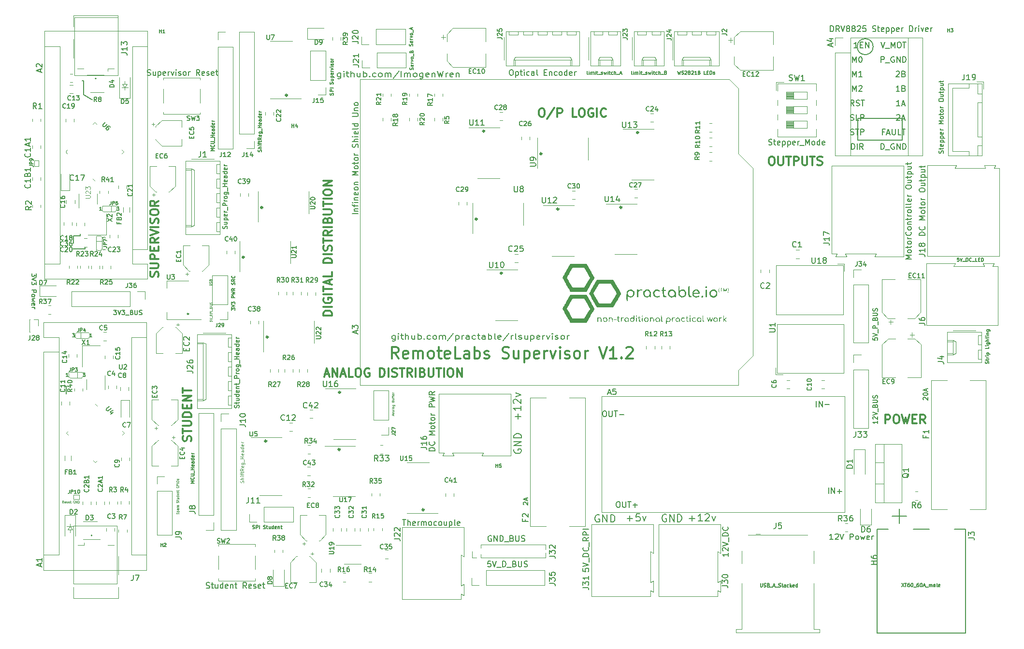
<source format=gbr>
%TF.GenerationSoftware,KiCad,Pcbnew,(6.0.0)*%
%TF.CreationDate,2022-06-20T16:18:32+01:00*%
%TF.ProjectId,RemoteLabs_supervisor_PCB,52656d6f-7465-44c6-9162-735f73757065,rev?*%
%TF.SameCoordinates,Original*%
%TF.FileFunction,Legend,Top*%
%TF.FilePolarity,Positive*%
%FSLAX46Y46*%
G04 Gerber Fmt 4.6, Leading zero omitted, Abs format (unit mm)*
G04 Created by KiCad (PCBNEW (6.0.0)) date 2022-06-20 16:18:32*
%MOMM*%
%LPD*%
G01*
G04 APERTURE LIST*
%ADD10C,0.150000*%
%ADD11C,0.300000*%
%ADD12C,0.100000*%
%ADD13C,0.350000*%
%ADD14C,0.125000*%
%ADD15C,0.120000*%
%ADD16C,0.343981*%
%ADD17C,0.314000*%
%ADD18C,0.152000*%
%ADD19C,0.239605*%
%ADD20C,0.127000*%
G04 APERTURE END LIST*
D10*
X60477400Y-35052000D02*
X61874400Y-35941000D01*
X60477400Y-32639000D02*
X60223400Y-32639000D01*
X60477400Y-35052000D02*
X60477400Y-32639000D01*
X58572400Y-61087000D02*
X58699400Y-61087000D01*
X57429400Y-86106000D02*
X57429400Y-87503000D01*
X57175400Y-86106000D02*
X57429400Y-86106000D01*
X61874400Y-35941000D02*
X62001400Y-35941000D01*
X58699400Y-61087000D02*
X58699400Y-59817000D01*
X58572400Y-62103000D02*
X60731400Y-62103000D01*
X59842400Y-59817000D02*
X59842400Y-59436000D01*
X58699400Y-59817000D02*
X59842400Y-59817000D01*
X196113400Y-39243000D02*
X203860400Y-39243000D01*
X203860400Y-39243000D02*
X203860400Y-43053000D01*
X203860400Y-43053000D02*
X196113400Y-43053000D01*
X196113400Y-43053000D02*
X196113400Y-39243000D01*
X60731400Y-62103000D02*
X60731400Y-61745800D01*
X198780400Y-26670000D02*
G75*
G03*
X198780400Y-26670000I-1397000J0D01*
G01*
D11*
X200904114Y-92677371D02*
X200904114Y-91177371D01*
X201475542Y-91177371D01*
X201618400Y-91248800D01*
X201689828Y-91320228D01*
X201761257Y-91463085D01*
X201761257Y-91677371D01*
X201689828Y-91820228D01*
X201618400Y-91891657D01*
X201475542Y-91963085D01*
X200904114Y-91963085D01*
X202689828Y-91177371D02*
X202975542Y-91177371D01*
X203118400Y-91248800D01*
X203261257Y-91391657D01*
X203332685Y-91677371D01*
X203332685Y-92177371D01*
X203261257Y-92463085D01*
X203118400Y-92605942D01*
X202975542Y-92677371D01*
X202689828Y-92677371D01*
X202546971Y-92605942D01*
X202404114Y-92463085D01*
X202332685Y-92177371D01*
X202332685Y-91677371D01*
X202404114Y-91391657D01*
X202546971Y-91248800D01*
X202689828Y-91177371D01*
X203832685Y-91177371D02*
X204189828Y-92677371D01*
X204475542Y-91605942D01*
X204761257Y-92677371D01*
X205118400Y-91177371D01*
X205689828Y-91891657D02*
X206189828Y-91891657D01*
X206404114Y-92677371D02*
X205689828Y-92677371D01*
X205689828Y-91177371D01*
X206404114Y-91177371D01*
X207904114Y-92677371D02*
X207404114Y-91963085D01*
X207046971Y-92677371D02*
X207046971Y-91177371D01*
X207618400Y-91177371D01*
X207761257Y-91248800D01*
X207832685Y-91320228D01*
X207904114Y-91463085D01*
X207904114Y-91677371D01*
X207832685Y-91820228D01*
X207761257Y-91891657D01*
X207618400Y-91963085D01*
X207046971Y-91963085D01*
X79245542Y-95757428D02*
X79316971Y-95543142D01*
X79316971Y-95186000D01*
X79245542Y-95043142D01*
X79174114Y-94971714D01*
X79031257Y-94900285D01*
X78888400Y-94900285D01*
X78745542Y-94971714D01*
X78674114Y-95043142D01*
X78602685Y-95186000D01*
X78531257Y-95471714D01*
X78459828Y-95614571D01*
X78388400Y-95686000D01*
X78245542Y-95757428D01*
X78102685Y-95757428D01*
X77959828Y-95686000D01*
X77888400Y-95614571D01*
X77816971Y-95471714D01*
X77816971Y-95114571D01*
X77888400Y-94900285D01*
X77816971Y-94471714D02*
X77816971Y-93614571D01*
X79316971Y-94043142D02*
X77816971Y-94043142D01*
X77816971Y-93114571D02*
X79031257Y-93114571D01*
X79174114Y-93043142D01*
X79245542Y-92971714D01*
X79316971Y-92828857D01*
X79316971Y-92543142D01*
X79245542Y-92400285D01*
X79174114Y-92328857D01*
X79031257Y-92257428D01*
X77816971Y-92257428D01*
X79316971Y-91543142D02*
X77816971Y-91543142D01*
X77816971Y-91186000D01*
X77888400Y-90971714D01*
X78031257Y-90828857D01*
X78174114Y-90757428D01*
X78459828Y-90686000D01*
X78674114Y-90686000D01*
X78959828Y-90757428D01*
X79102685Y-90828857D01*
X79245542Y-90971714D01*
X79316971Y-91186000D01*
X79316971Y-91543142D01*
X78531257Y-90043142D02*
X78531257Y-89543142D01*
X79316971Y-89328857D02*
X79316971Y-90043142D01*
X77816971Y-90043142D01*
X77816971Y-89328857D01*
X79316971Y-88686000D02*
X77816971Y-88686000D01*
X79316971Y-87828857D01*
X77816971Y-87828857D01*
X77816971Y-87328857D02*
X77816971Y-86471714D01*
X79316971Y-86900285D02*
X77816971Y-86900285D01*
D10*
X136541657Y-91941371D02*
X136541657Y-90950895D01*
X137036895Y-91446133D02*
X136046419Y-91446133D01*
X137036895Y-89650895D02*
X137036895Y-90393752D01*
X137036895Y-90022323D02*
X135736895Y-90022323D01*
X135922609Y-90146133D01*
X136046419Y-90269942D01*
X136108323Y-90393752D01*
X135860704Y-89155657D02*
X135798800Y-89093752D01*
X135736895Y-88969942D01*
X135736895Y-88660419D01*
X135798800Y-88536609D01*
X135860704Y-88474704D01*
X135984514Y-88412800D01*
X136108323Y-88412800D01*
X136294038Y-88474704D01*
X137036895Y-89217561D01*
X137036895Y-88412800D01*
X136170228Y-87979466D02*
X137036895Y-87669942D01*
X136170228Y-87360419D01*
D12*
X82483352Y-68475161D02*
X82807161Y-68475161D01*
X82845257Y-68456114D01*
X82864304Y-68437066D01*
X82883352Y-68398971D01*
X82883352Y-68322780D01*
X82864304Y-68284685D01*
X82845257Y-68265638D01*
X82807161Y-68246590D01*
X82483352Y-68246590D01*
X82864304Y-68075161D02*
X82883352Y-68018019D01*
X82883352Y-67922780D01*
X82864304Y-67884685D01*
X82845257Y-67865638D01*
X82807161Y-67846590D01*
X82769066Y-67846590D01*
X82730971Y-67865638D01*
X82711923Y-67884685D01*
X82692876Y-67922780D01*
X82673828Y-67998971D01*
X82654780Y-68037066D01*
X82635733Y-68056114D01*
X82597638Y-68075161D01*
X82559542Y-68075161D01*
X82521447Y-68056114D01*
X82502400Y-68037066D01*
X82483352Y-67998971D01*
X82483352Y-67903733D01*
X82502400Y-67846590D01*
X82673828Y-67541828D02*
X82692876Y-67484685D01*
X82711923Y-67465638D01*
X82750019Y-67446590D01*
X82807161Y-67446590D01*
X82845257Y-67465638D01*
X82864304Y-67484685D01*
X82883352Y-67522780D01*
X82883352Y-67675161D01*
X82483352Y-67675161D01*
X82483352Y-67541828D01*
X82502400Y-67503733D01*
X82521447Y-67484685D01*
X82559542Y-67465638D01*
X82597638Y-67465638D01*
X82635733Y-67484685D01*
X82654780Y-67503733D01*
X82673828Y-67541828D01*
X82673828Y-67675161D01*
D11*
X73530542Y-66967857D02*
X73601971Y-66753571D01*
X73601971Y-66396428D01*
X73530542Y-66253571D01*
X73459114Y-66182142D01*
X73316257Y-66110714D01*
X73173400Y-66110714D01*
X73030542Y-66182142D01*
X72959114Y-66253571D01*
X72887685Y-66396428D01*
X72816257Y-66682142D01*
X72744828Y-66825000D01*
X72673400Y-66896428D01*
X72530542Y-66967857D01*
X72387685Y-66967857D01*
X72244828Y-66896428D01*
X72173400Y-66825000D01*
X72101971Y-66682142D01*
X72101971Y-66325000D01*
X72173400Y-66110714D01*
X72101971Y-65467857D02*
X73316257Y-65467857D01*
X73459114Y-65396428D01*
X73530542Y-65325000D01*
X73601971Y-65182142D01*
X73601971Y-64896428D01*
X73530542Y-64753571D01*
X73459114Y-64682142D01*
X73316257Y-64610714D01*
X72101971Y-64610714D01*
X73601971Y-63896428D02*
X72101971Y-63896428D01*
X72101971Y-63325000D01*
X72173400Y-63182142D01*
X72244828Y-63110714D01*
X72387685Y-63039285D01*
X72601971Y-63039285D01*
X72744828Y-63110714D01*
X72816257Y-63182142D01*
X72887685Y-63325000D01*
X72887685Y-63896428D01*
X72816257Y-62396428D02*
X72816257Y-61896428D01*
X73601971Y-61682142D02*
X73601971Y-62396428D01*
X72101971Y-62396428D01*
X72101971Y-61682142D01*
X73601971Y-60182142D02*
X72887685Y-60682142D01*
X73601971Y-61039285D02*
X72101971Y-61039285D01*
X72101971Y-60467857D01*
X72173400Y-60325000D01*
X72244828Y-60253571D01*
X72387685Y-60182142D01*
X72601971Y-60182142D01*
X72744828Y-60253571D01*
X72816257Y-60325000D01*
X72887685Y-60467857D01*
X72887685Y-61039285D01*
X72101971Y-59753571D02*
X73601971Y-59253571D01*
X72101971Y-58753571D01*
X73601971Y-58253571D02*
X72101971Y-58253571D01*
X73530542Y-57610714D02*
X73601971Y-57396428D01*
X73601971Y-57039285D01*
X73530542Y-56896428D01*
X73459114Y-56825000D01*
X73316257Y-56753571D01*
X73173400Y-56753571D01*
X73030542Y-56825000D01*
X72959114Y-56896428D01*
X72887685Y-57039285D01*
X72816257Y-57325000D01*
X72744828Y-57467857D01*
X72673400Y-57539285D01*
X72530542Y-57610714D01*
X72387685Y-57610714D01*
X72244828Y-57539285D01*
X72173400Y-57467857D01*
X72101971Y-57325000D01*
X72101971Y-56967857D01*
X72173400Y-56753571D01*
X72101971Y-55825000D02*
X72101971Y-55539285D01*
X72173400Y-55396428D01*
X72316257Y-55253571D01*
X72601971Y-55182142D01*
X73101971Y-55182142D01*
X73387685Y-55253571D01*
X73530542Y-55396428D01*
X73601971Y-55539285D01*
X73601971Y-55825000D01*
X73530542Y-55967857D01*
X73387685Y-56110714D01*
X73101971Y-56182142D01*
X72601971Y-56182142D01*
X72316257Y-56110714D01*
X72173400Y-55967857D01*
X72101971Y-55825000D01*
X73601971Y-53682142D02*
X72887685Y-54182142D01*
X73601971Y-54539285D02*
X72101971Y-54539285D01*
X72101971Y-53967857D01*
X72173400Y-53825000D01*
X72244828Y-53753571D01*
X72387685Y-53682142D01*
X72601971Y-53682142D01*
X72744828Y-53753571D01*
X72816257Y-53825000D01*
X72887685Y-53967857D01*
X72887685Y-54539285D01*
D10*
X150799923Y-108722400D02*
X150676114Y-108660495D01*
X150490400Y-108660495D01*
X150304685Y-108722400D01*
X150180876Y-108846209D01*
X150118971Y-108970019D01*
X150057066Y-109217638D01*
X150057066Y-109403352D01*
X150118971Y-109650971D01*
X150180876Y-109774780D01*
X150304685Y-109898590D01*
X150490400Y-109960495D01*
X150614209Y-109960495D01*
X150799923Y-109898590D01*
X150861828Y-109836685D01*
X150861828Y-109403352D01*
X150614209Y-109403352D01*
X151418971Y-109960495D02*
X151418971Y-108660495D01*
X152161828Y-109960495D01*
X152161828Y-108660495D01*
X152780876Y-109960495D02*
X152780876Y-108660495D01*
X153090400Y-108660495D01*
X153276114Y-108722400D01*
X153399923Y-108846209D01*
X153461828Y-108970019D01*
X153523733Y-109217638D01*
X153523733Y-109403352D01*
X153461828Y-109650971D01*
X153399923Y-109774780D01*
X153276114Y-109898590D01*
X153090400Y-109960495D01*
X152780876Y-109960495D01*
X162534723Y-108671600D02*
X162410914Y-108609695D01*
X162225200Y-108609695D01*
X162039485Y-108671600D01*
X161915676Y-108795409D01*
X161853771Y-108919219D01*
X161791866Y-109166838D01*
X161791866Y-109352552D01*
X161853771Y-109600171D01*
X161915676Y-109723980D01*
X162039485Y-109847790D01*
X162225200Y-109909695D01*
X162349009Y-109909695D01*
X162534723Y-109847790D01*
X162596628Y-109785885D01*
X162596628Y-109352552D01*
X162349009Y-109352552D01*
X163153771Y-109909695D02*
X163153771Y-108609695D01*
X163896628Y-109909695D01*
X163896628Y-108609695D01*
X164515676Y-109909695D02*
X164515676Y-108609695D01*
X164825200Y-108609695D01*
X165010914Y-108671600D01*
X165134723Y-108795409D01*
X165196628Y-108919219D01*
X165258533Y-109166838D01*
X165258533Y-109352552D01*
X165196628Y-109600171D01*
X165134723Y-109723980D01*
X165010914Y-109847790D01*
X164825200Y-109909695D01*
X164515676Y-109909695D01*
X155667276Y-109312857D02*
X156657752Y-109312857D01*
X156162514Y-109808095D02*
X156162514Y-108817619D01*
X157895847Y-108508095D02*
X157276800Y-108508095D01*
X157214895Y-109127142D01*
X157276800Y-109065238D01*
X157400609Y-109003333D01*
X157710133Y-109003333D01*
X157833942Y-109065238D01*
X157895847Y-109127142D01*
X157957752Y-109250952D01*
X157957752Y-109560476D01*
X157895847Y-109684285D01*
X157833942Y-109746190D01*
X157710133Y-109808095D01*
X157400609Y-109808095D01*
X157276800Y-109746190D01*
X157214895Y-109684285D01*
X158391085Y-108941428D02*
X158700609Y-109808095D01*
X159010133Y-108941428D01*
D11*
X102721485Y-84070000D02*
X103435771Y-84070000D01*
X102578628Y-84498571D02*
X103078628Y-82998571D01*
X103578628Y-84498571D01*
X104078628Y-84498571D02*
X104078628Y-82998571D01*
X104935771Y-84498571D01*
X104935771Y-82998571D01*
X105578628Y-84070000D02*
X106292914Y-84070000D01*
X105435771Y-84498571D02*
X105935771Y-82998571D01*
X106435771Y-84498571D01*
X107650057Y-84498571D02*
X106935771Y-84498571D01*
X106935771Y-82998571D01*
X108435771Y-82998571D02*
X108721485Y-82998571D01*
X108864342Y-83070000D01*
X109007200Y-83212857D01*
X109078628Y-83498571D01*
X109078628Y-83998571D01*
X109007200Y-84284285D01*
X108864342Y-84427142D01*
X108721485Y-84498571D01*
X108435771Y-84498571D01*
X108292914Y-84427142D01*
X108150057Y-84284285D01*
X108078628Y-83998571D01*
X108078628Y-83498571D01*
X108150057Y-83212857D01*
X108292914Y-83070000D01*
X108435771Y-82998571D01*
X110507200Y-83070000D02*
X110364342Y-82998571D01*
X110150057Y-82998571D01*
X109935771Y-83070000D01*
X109792914Y-83212857D01*
X109721485Y-83355714D01*
X109650057Y-83641428D01*
X109650057Y-83855714D01*
X109721485Y-84141428D01*
X109792914Y-84284285D01*
X109935771Y-84427142D01*
X110150057Y-84498571D01*
X110292914Y-84498571D01*
X110507200Y-84427142D01*
X110578628Y-84355714D01*
X110578628Y-83855714D01*
X110292914Y-83855714D01*
X112364342Y-84498571D02*
X112364342Y-82998571D01*
X112721485Y-82998571D01*
X112935771Y-83070000D01*
X113078628Y-83212857D01*
X113150057Y-83355714D01*
X113221485Y-83641428D01*
X113221485Y-83855714D01*
X113150057Y-84141428D01*
X113078628Y-84284285D01*
X112935771Y-84427142D01*
X112721485Y-84498571D01*
X112364342Y-84498571D01*
X113864342Y-84498571D02*
X113864342Y-82998571D01*
X114507200Y-84427142D02*
X114721485Y-84498571D01*
X115078628Y-84498571D01*
X115221485Y-84427142D01*
X115292914Y-84355714D01*
X115364342Y-84212857D01*
X115364342Y-84070000D01*
X115292914Y-83927142D01*
X115221485Y-83855714D01*
X115078628Y-83784285D01*
X114792914Y-83712857D01*
X114650057Y-83641428D01*
X114578628Y-83570000D01*
X114507200Y-83427142D01*
X114507200Y-83284285D01*
X114578628Y-83141428D01*
X114650057Y-83070000D01*
X114792914Y-82998571D01*
X115150057Y-82998571D01*
X115364342Y-83070000D01*
X115792914Y-82998571D02*
X116650057Y-82998571D01*
X116221485Y-84498571D02*
X116221485Y-82998571D01*
X118007200Y-84498571D02*
X117507200Y-83784285D01*
X117150057Y-84498571D02*
X117150057Y-82998571D01*
X117721485Y-82998571D01*
X117864342Y-83070000D01*
X117935771Y-83141428D01*
X118007200Y-83284285D01*
X118007200Y-83498571D01*
X117935771Y-83641428D01*
X117864342Y-83712857D01*
X117721485Y-83784285D01*
X117150057Y-83784285D01*
X118650057Y-84498571D02*
X118650057Y-82998571D01*
X119864342Y-83712857D02*
X120078628Y-83784285D01*
X120150057Y-83855714D01*
X120221485Y-83998571D01*
X120221485Y-84212857D01*
X120150057Y-84355714D01*
X120078628Y-84427142D01*
X119935771Y-84498571D01*
X119364342Y-84498571D01*
X119364342Y-82998571D01*
X119864342Y-82998571D01*
X120007200Y-83070000D01*
X120078628Y-83141428D01*
X120150057Y-83284285D01*
X120150057Y-83427142D01*
X120078628Y-83570000D01*
X120007200Y-83641428D01*
X119864342Y-83712857D01*
X119364342Y-83712857D01*
X120864342Y-82998571D02*
X120864342Y-84212857D01*
X120935771Y-84355714D01*
X121007200Y-84427142D01*
X121150057Y-84498571D01*
X121435771Y-84498571D01*
X121578628Y-84427142D01*
X121650057Y-84355714D01*
X121721485Y-84212857D01*
X121721485Y-82998571D01*
X122221485Y-82998571D02*
X123078628Y-82998571D01*
X122650057Y-84498571D02*
X122650057Y-82998571D01*
X123578628Y-84498571D02*
X123578628Y-82998571D01*
X124578628Y-82998571D02*
X124864342Y-82998571D01*
X125007200Y-83070000D01*
X125150057Y-83212857D01*
X125221485Y-83498571D01*
X125221485Y-83998571D01*
X125150057Y-84284285D01*
X125007200Y-84427142D01*
X124864342Y-84498571D01*
X124578628Y-84498571D01*
X124435771Y-84427142D01*
X124292914Y-84284285D01*
X124221485Y-83998571D01*
X124221485Y-83498571D01*
X124292914Y-83212857D01*
X124435771Y-83070000D01*
X124578628Y-82998571D01*
X125864342Y-84498571D02*
X125864342Y-82998571D01*
X126721485Y-84498571D01*
X126721485Y-82998571D01*
D10*
X105481114Y-31281714D02*
X105481114Y-32091238D01*
X105423971Y-32186476D01*
X105366828Y-32234095D01*
X105252542Y-32281714D01*
X105081114Y-32281714D01*
X104966828Y-32234095D01*
X105481114Y-31900761D02*
X105366828Y-31948380D01*
X105138257Y-31948380D01*
X105023971Y-31900761D01*
X104966828Y-31853142D01*
X104909685Y-31757904D01*
X104909685Y-31472190D01*
X104966828Y-31376952D01*
X105023971Y-31329333D01*
X105138257Y-31281714D01*
X105366828Y-31281714D01*
X105481114Y-31329333D01*
X106052542Y-31948380D02*
X106052542Y-31281714D01*
X106052542Y-30948380D02*
X105995400Y-30996000D01*
X106052542Y-31043619D01*
X106109685Y-30996000D01*
X106052542Y-30948380D01*
X106052542Y-31043619D01*
X106452542Y-31281714D02*
X106909685Y-31281714D01*
X106623971Y-30948380D02*
X106623971Y-31805523D01*
X106681114Y-31900761D01*
X106795400Y-31948380D01*
X106909685Y-31948380D01*
X107309685Y-31948380D02*
X107309685Y-30948380D01*
X107823971Y-31948380D02*
X107823971Y-31424571D01*
X107766828Y-31329333D01*
X107652542Y-31281714D01*
X107481114Y-31281714D01*
X107366828Y-31329333D01*
X107309685Y-31376952D01*
X108909685Y-31281714D02*
X108909685Y-31948380D01*
X108395400Y-31281714D02*
X108395400Y-31805523D01*
X108452542Y-31900761D01*
X108566828Y-31948380D01*
X108738257Y-31948380D01*
X108852542Y-31900761D01*
X108909685Y-31853142D01*
X109481114Y-31948380D02*
X109481114Y-30948380D01*
X109481114Y-31329333D02*
X109595400Y-31281714D01*
X109823971Y-31281714D01*
X109938257Y-31329333D01*
X109995400Y-31376952D01*
X110052542Y-31472190D01*
X110052542Y-31757904D01*
X109995400Y-31853142D01*
X109938257Y-31900761D01*
X109823971Y-31948380D01*
X109595400Y-31948380D01*
X109481114Y-31900761D01*
X110566828Y-31853142D02*
X110623971Y-31900761D01*
X110566828Y-31948380D01*
X110509685Y-31900761D01*
X110566828Y-31853142D01*
X110566828Y-31948380D01*
X111652542Y-31900761D02*
X111538257Y-31948380D01*
X111309685Y-31948380D01*
X111195400Y-31900761D01*
X111138257Y-31853142D01*
X111081114Y-31757904D01*
X111081114Y-31472190D01*
X111138257Y-31376952D01*
X111195400Y-31329333D01*
X111309685Y-31281714D01*
X111538257Y-31281714D01*
X111652542Y-31329333D01*
X112338257Y-31948380D02*
X112223971Y-31900761D01*
X112166828Y-31853142D01*
X112109685Y-31757904D01*
X112109685Y-31472190D01*
X112166828Y-31376952D01*
X112223971Y-31329333D01*
X112338257Y-31281714D01*
X112509685Y-31281714D01*
X112623971Y-31329333D01*
X112681114Y-31376952D01*
X112738257Y-31472190D01*
X112738257Y-31757904D01*
X112681114Y-31853142D01*
X112623971Y-31900761D01*
X112509685Y-31948380D01*
X112338257Y-31948380D01*
X113252542Y-31948380D02*
X113252542Y-31281714D01*
X113252542Y-31376952D02*
X113309685Y-31329333D01*
X113423971Y-31281714D01*
X113595400Y-31281714D01*
X113709685Y-31329333D01*
X113766828Y-31424571D01*
X113766828Y-31948380D01*
X113766828Y-31424571D02*
X113823971Y-31329333D01*
X113938257Y-31281714D01*
X114109685Y-31281714D01*
X114223971Y-31329333D01*
X114281114Y-31424571D01*
X114281114Y-31948380D01*
X115709685Y-30900761D02*
X114681114Y-32186476D01*
X116109685Y-31948380D02*
X116109685Y-30948380D01*
X116681114Y-31948380D02*
X116681114Y-31281714D01*
X116681114Y-31376952D02*
X116738257Y-31329333D01*
X116852542Y-31281714D01*
X117023971Y-31281714D01*
X117138257Y-31329333D01*
X117195400Y-31424571D01*
X117195400Y-31948380D01*
X117195400Y-31424571D02*
X117252542Y-31329333D01*
X117366828Y-31281714D01*
X117538257Y-31281714D01*
X117652542Y-31329333D01*
X117709685Y-31424571D01*
X117709685Y-31948380D01*
X118452542Y-31948380D02*
X118338257Y-31900761D01*
X118281114Y-31853142D01*
X118223971Y-31757904D01*
X118223971Y-31472190D01*
X118281114Y-31376952D01*
X118338257Y-31329333D01*
X118452542Y-31281714D01*
X118623971Y-31281714D01*
X118738257Y-31329333D01*
X118795400Y-31376952D01*
X118852542Y-31472190D01*
X118852542Y-31757904D01*
X118795400Y-31853142D01*
X118738257Y-31900761D01*
X118623971Y-31948380D01*
X118452542Y-31948380D01*
X119881114Y-31281714D02*
X119881114Y-32091238D01*
X119823971Y-32186476D01*
X119766828Y-32234095D01*
X119652542Y-32281714D01*
X119481114Y-32281714D01*
X119366828Y-32234095D01*
X119881114Y-31900761D02*
X119766828Y-31948380D01*
X119538257Y-31948380D01*
X119423971Y-31900761D01*
X119366828Y-31853142D01*
X119309685Y-31757904D01*
X119309685Y-31472190D01*
X119366828Y-31376952D01*
X119423971Y-31329333D01*
X119538257Y-31281714D01*
X119766828Y-31281714D01*
X119881114Y-31329333D01*
X120909685Y-31900761D02*
X120795400Y-31948380D01*
X120566828Y-31948380D01*
X120452542Y-31900761D01*
X120395400Y-31805523D01*
X120395400Y-31424571D01*
X120452542Y-31329333D01*
X120566828Y-31281714D01*
X120795400Y-31281714D01*
X120909685Y-31329333D01*
X120966828Y-31424571D01*
X120966828Y-31519809D01*
X120395400Y-31615047D01*
X121481114Y-31281714D02*
X121481114Y-31948380D01*
X121481114Y-31376952D02*
X121538257Y-31329333D01*
X121652542Y-31281714D01*
X121823971Y-31281714D01*
X121938257Y-31329333D01*
X121995400Y-31424571D01*
X121995400Y-31948380D01*
X122452542Y-30948380D02*
X122738257Y-31948380D01*
X122966828Y-31234095D01*
X123195400Y-31948380D01*
X123481114Y-30948380D01*
X123938257Y-31948380D02*
X123938257Y-31281714D01*
X123938257Y-31472190D02*
X123995400Y-31376952D01*
X124052542Y-31329333D01*
X124166828Y-31281714D01*
X124281114Y-31281714D01*
X125138257Y-31900761D02*
X125023971Y-31948380D01*
X124795400Y-31948380D01*
X124681114Y-31900761D01*
X124623971Y-31805523D01*
X124623971Y-31424571D01*
X124681114Y-31329333D01*
X124795400Y-31281714D01*
X125023971Y-31281714D01*
X125138257Y-31329333D01*
X125195400Y-31424571D01*
X125195400Y-31519809D01*
X124623971Y-31615047D01*
X125709685Y-31281714D02*
X125709685Y-31948380D01*
X125709685Y-31376952D02*
X125766828Y-31329333D01*
X125881114Y-31281714D01*
X126052542Y-31281714D01*
X126166828Y-31329333D01*
X126223971Y-31424571D01*
X126223971Y-31948380D01*
X135900400Y-97205676D02*
X135838495Y-97329485D01*
X135838495Y-97515200D01*
X135900400Y-97700914D01*
X136024209Y-97824723D01*
X136148019Y-97886628D01*
X136395638Y-97948533D01*
X136581352Y-97948533D01*
X136828971Y-97886628D01*
X136952780Y-97824723D01*
X137076590Y-97700914D01*
X137138495Y-97515200D01*
X137138495Y-97391390D01*
X137076590Y-97205676D01*
X137014685Y-97143771D01*
X136581352Y-97143771D01*
X136581352Y-97391390D01*
X137138495Y-96586628D02*
X135838495Y-96586628D01*
X137138495Y-95843771D01*
X135838495Y-95843771D01*
X137138495Y-95224723D02*
X135838495Y-95224723D01*
X135838495Y-94915200D01*
X135900400Y-94729485D01*
X136024209Y-94605676D01*
X136148019Y-94543771D01*
X136395638Y-94481866D01*
X136581352Y-94481866D01*
X136828971Y-94543771D01*
X136952780Y-94605676D01*
X137076590Y-94729485D01*
X137138495Y-94915200D01*
X137138495Y-95224723D01*
X166579828Y-109312857D02*
X167570304Y-109312857D01*
X167075066Y-109808095D02*
X167075066Y-108817619D01*
X168870304Y-109808095D02*
X168127447Y-109808095D01*
X168498876Y-109808095D02*
X168498876Y-108508095D01*
X168375066Y-108693809D01*
X168251257Y-108817619D01*
X168127447Y-108879523D01*
X169365542Y-108631904D02*
X169427447Y-108570000D01*
X169551257Y-108508095D01*
X169860780Y-108508095D01*
X169984590Y-108570000D01*
X170046495Y-108631904D01*
X170108400Y-108755714D01*
X170108400Y-108879523D01*
X170046495Y-109065238D01*
X169303638Y-109808095D01*
X170108400Y-109808095D01*
X170541733Y-108941428D02*
X170851257Y-109808095D01*
X171160780Y-108941428D01*
D11*
X180869971Y-45914571D02*
X181155685Y-45914571D01*
X181298542Y-45986000D01*
X181441400Y-46128857D01*
X181512828Y-46414571D01*
X181512828Y-46914571D01*
X181441400Y-47200285D01*
X181298542Y-47343142D01*
X181155685Y-47414571D01*
X180869971Y-47414571D01*
X180727114Y-47343142D01*
X180584257Y-47200285D01*
X180512828Y-46914571D01*
X180512828Y-46414571D01*
X180584257Y-46128857D01*
X180727114Y-45986000D01*
X180869971Y-45914571D01*
X182155685Y-45914571D02*
X182155685Y-47128857D01*
X182227114Y-47271714D01*
X182298542Y-47343142D01*
X182441400Y-47414571D01*
X182727114Y-47414571D01*
X182869971Y-47343142D01*
X182941400Y-47271714D01*
X183012828Y-47128857D01*
X183012828Y-45914571D01*
X183512828Y-45914571D02*
X184369971Y-45914571D01*
X183941400Y-47414571D02*
X183941400Y-45914571D01*
X184869971Y-47414571D02*
X184869971Y-45914571D01*
X185441400Y-45914571D01*
X185584257Y-45986000D01*
X185655685Y-46057428D01*
X185727114Y-46200285D01*
X185727114Y-46414571D01*
X185655685Y-46557428D01*
X185584257Y-46628857D01*
X185441400Y-46700285D01*
X184869971Y-46700285D01*
X186369971Y-45914571D02*
X186369971Y-47128857D01*
X186441400Y-47271714D01*
X186512828Y-47343142D01*
X186655685Y-47414571D01*
X186941400Y-47414571D01*
X187084257Y-47343142D01*
X187155685Y-47271714D01*
X187227114Y-47128857D01*
X187227114Y-45914571D01*
X187727114Y-45914571D02*
X188584257Y-45914571D01*
X188155685Y-47414571D02*
X188155685Y-45914571D01*
X189012828Y-47343142D02*
X189227114Y-47414571D01*
X189584257Y-47414571D01*
X189727114Y-47343142D01*
X189798542Y-47271714D01*
X189869971Y-47128857D01*
X189869971Y-46986000D01*
X189798542Y-46843142D01*
X189727114Y-46771714D01*
X189584257Y-46700285D01*
X189298542Y-46628857D01*
X189155685Y-46557428D01*
X189084257Y-46486000D01*
X189012828Y-46343142D01*
X189012828Y-46200285D01*
X189084257Y-46057428D01*
X189155685Y-45986000D01*
X189298542Y-45914571D01*
X189655685Y-45914571D01*
X189869971Y-45986000D01*
D13*
X115629638Y-81295761D02*
X114962971Y-80343380D01*
X114486780Y-81295761D02*
X114486780Y-79295761D01*
X115248685Y-79295761D01*
X115439161Y-79391000D01*
X115534400Y-79486238D01*
X115629638Y-79676714D01*
X115629638Y-79962428D01*
X115534400Y-80152904D01*
X115439161Y-80248142D01*
X115248685Y-80343380D01*
X114486780Y-80343380D01*
X117248685Y-81200523D02*
X117058209Y-81295761D01*
X116677257Y-81295761D01*
X116486780Y-81200523D01*
X116391542Y-81010047D01*
X116391542Y-80248142D01*
X116486780Y-80057666D01*
X116677257Y-79962428D01*
X117058209Y-79962428D01*
X117248685Y-80057666D01*
X117343923Y-80248142D01*
X117343923Y-80438619D01*
X116391542Y-80629095D01*
X118201066Y-81295761D02*
X118201066Y-79962428D01*
X118201066Y-80152904D02*
X118296304Y-80057666D01*
X118486780Y-79962428D01*
X118772495Y-79962428D01*
X118962971Y-80057666D01*
X119058209Y-80248142D01*
X119058209Y-81295761D01*
X119058209Y-80248142D02*
X119153447Y-80057666D01*
X119343923Y-79962428D01*
X119629638Y-79962428D01*
X119820114Y-80057666D01*
X119915352Y-80248142D01*
X119915352Y-81295761D01*
X121153447Y-81295761D02*
X120962971Y-81200523D01*
X120867733Y-81105285D01*
X120772495Y-80914809D01*
X120772495Y-80343380D01*
X120867733Y-80152904D01*
X120962971Y-80057666D01*
X121153447Y-79962428D01*
X121439161Y-79962428D01*
X121629638Y-80057666D01*
X121724876Y-80152904D01*
X121820114Y-80343380D01*
X121820114Y-80914809D01*
X121724876Y-81105285D01*
X121629638Y-81200523D01*
X121439161Y-81295761D01*
X121153447Y-81295761D01*
X122391542Y-79962428D02*
X123153447Y-79962428D01*
X122677257Y-79295761D02*
X122677257Y-81010047D01*
X122772495Y-81200523D01*
X122962971Y-81295761D01*
X123153447Y-81295761D01*
X124582019Y-81200523D02*
X124391542Y-81295761D01*
X124010590Y-81295761D01*
X123820114Y-81200523D01*
X123724876Y-81010047D01*
X123724876Y-80248142D01*
X123820114Y-80057666D01*
X124010590Y-79962428D01*
X124391542Y-79962428D01*
X124582019Y-80057666D01*
X124677257Y-80248142D01*
X124677257Y-80438619D01*
X123724876Y-80629095D01*
X126486780Y-81295761D02*
X125534400Y-81295761D01*
X125534400Y-79295761D01*
X128010590Y-81295761D02*
X128010590Y-80248142D01*
X127915352Y-80057666D01*
X127724876Y-79962428D01*
X127343923Y-79962428D01*
X127153447Y-80057666D01*
X128010590Y-81200523D02*
X127820114Y-81295761D01*
X127343923Y-81295761D01*
X127153447Y-81200523D01*
X127058209Y-81010047D01*
X127058209Y-80819571D01*
X127153447Y-80629095D01*
X127343923Y-80533857D01*
X127820114Y-80533857D01*
X128010590Y-80438619D01*
X128962971Y-81295761D02*
X128962971Y-79295761D01*
X128962971Y-80057666D02*
X129153447Y-79962428D01*
X129534400Y-79962428D01*
X129724876Y-80057666D01*
X129820114Y-80152904D01*
X129915352Y-80343380D01*
X129915352Y-80914809D01*
X129820114Y-81105285D01*
X129724876Y-81200523D01*
X129534400Y-81295761D01*
X129153447Y-81295761D01*
X128962971Y-81200523D01*
X130677257Y-81200523D02*
X130867733Y-81295761D01*
X131248685Y-81295761D01*
X131439161Y-81200523D01*
X131534400Y-81010047D01*
X131534400Y-80914809D01*
X131439161Y-80724333D01*
X131248685Y-80629095D01*
X130962971Y-80629095D01*
X130772495Y-80533857D01*
X130677257Y-80343380D01*
X130677257Y-80248142D01*
X130772495Y-80057666D01*
X130962971Y-79962428D01*
X131248685Y-79962428D01*
X131439161Y-80057666D01*
X133820114Y-81200523D02*
X134105828Y-81295761D01*
X134582019Y-81295761D01*
X134772495Y-81200523D01*
X134867733Y-81105285D01*
X134962971Y-80914809D01*
X134962971Y-80724333D01*
X134867733Y-80533857D01*
X134772495Y-80438619D01*
X134582019Y-80343380D01*
X134201066Y-80248142D01*
X134010590Y-80152904D01*
X133915352Y-80057666D01*
X133820114Y-79867190D01*
X133820114Y-79676714D01*
X133915352Y-79486238D01*
X134010590Y-79391000D01*
X134201066Y-79295761D01*
X134677257Y-79295761D01*
X134962971Y-79391000D01*
X136677257Y-79962428D02*
X136677257Y-81295761D01*
X135820114Y-79962428D02*
X135820114Y-81010047D01*
X135915352Y-81200523D01*
X136105828Y-81295761D01*
X136391542Y-81295761D01*
X136582019Y-81200523D01*
X136677257Y-81105285D01*
X137629638Y-79962428D02*
X137629638Y-81962428D01*
X137629638Y-80057666D02*
X137820114Y-79962428D01*
X138201066Y-79962428D01*
X138391542Y-80057666D01*
X138486780Y-80152904D01*
X138582019Y-80343380D01*
X138582019Y-80914809D01*
X138486780Y-81105285D01*
X138391542Y-81200523D01*
X138201066Y-81295761D01*
X137820114Y-81295761D01*
X137629638Y-81200523D01*
X140201066Y-81200523D02*
X140010590Y-81295761D01*
X139629638Y-81295761D01*
X139439161Y-81200523D01*
X139343923Y-81010047D01*
X139343923Y-80248142D01*
X139439161Y-80057666D01*
X139629638Y-79962428D01*
X140010590Y-79962428D01*
X140201066Y-80057666D01*
X140296304Y-80248142D01*
X140296304Y-80438619D01*
X139343923Y-80629095D01*
X141153447Y-81295761D02*
X141153447Y-79962428D01*
X141153447Y-80343380D02*
X141248685Y-80152904D01*
X141343923Y-80057666D01*
X141534400Y-79962428D01*
X141724876Y-79962428D01*
X142201066Y-79962428D02*
X142677257Y-81295761D01*
X143153447Y-79962428D01*
X143915352Y-81295761D02*
X143915352Y-79962428D01*
X143915352Y-79295761D02*
X143820114Y-79391000D01*
X143915352Y-79486238D01*
X144010590Y-79391000D01*
X143915352Y-79295761D01*
X143915352Y-79486238D01*
X144772495Y-81200523D02*
X144962971Y-81295761D01*
X145343923Y-81295761D01*
X145534400Y-81200523D01*
X145629638Y-81010047D01*
X145629638Y-80914809D01*
X145534400Y-80724333D01*
X145343923Y-80629095D01*
X145058209Y-80629095D01*
X144867733Y-80533857D01*
X144772495Y-80343380D01*
X144772495Y-80248142D01*
X144867733Y-80057666D01*
X145058209Y-79962428D01*
X145343923Y-79962428D01*
X145534400Y-80057666D01*
X146772495Y-81295761D02*
X146582019Y-81200523D01*
X146486780Y-81105285D01*
X146391542Y-80914809D01*
X146391542Y-80343380D01*
X146486780Y-80152904D01*
X146582019Y-80057666D01*
X146772495Y-79962428D01*
X147058209Y-79962428D01*
X147248685Y-80057666D01*
X147343923Y-80152904D01*
X147439161Y-80343380D01*
X147439161Y-80914809D01*
X147343923Y-81105285D01*
X147248685Y-81200523D01*
X147058209Y-81295761D01*
X146772495Y-81295761D01*
X148296304Y-81295761D02*
X148296304Y-79962428D01*
X148296304Y-80343380D02*
X148391542Y-80152904D01*
X148486780Y-80057666D01*
X148677257Y-79962428D01*
X148867733Y-79962428D01*
X150772495Y-79295761D02*
X151439161Y-81295761D01*
X152105828Y-79295761D01*
X153820114Y-81295761D02*
X152677257Y-81295761D01*
X153248685Y-81295761D02*
X153248685Y-79295761D01*
X153058209Y-79581476D01*
X152867733Y-79771952D01*
X152677257Y-79867190D01*
X154677257Y-81105285D02*
X154772495Y-81200523D01*
X154677257Y-81295761D01*
X154582019Y-81200523D01*
X154677257Y-81105285D01*
X154677257Y-81295761D01*
X155534400Y-79486238D02*
X155629638Y-79391000D01*
X155820114Y-79295761D01*
X156296304Y-79295761D01*
X156486780Y-79391000D01*
X156582019Y-79486238D01*
X156677257Y-79676714D01*
X156677257Y-79867190D01*
X156582019Y-80152904D01*
X155439161Y-81295761D01*
X156677257Y-81295761D01*
D11*
X140600800Y-37481771D02*
X140886514Y-37481771D01*
X141029371Y-37553200D01*
X141172228Y-37696057D01*
X141243657Y-37981771D01*
X141243657Y-38481771D01*
X141172228Y-38767485D01*
X141029371Y-38910342D01*
X140886514Y-38981771D01*
X140600800Y-38981771D01*
X140457942Y-38910342D01*
X140315085Y-38767485D01*
X140243657Y-38481771D01*
X140243657Y-37981771D01*
X140315085Y-37696057D01*
X140457942Y-37553200D01*
X140600800Y-37481771D01*
X142957942Y-37410342D02*
X141672228Y-39338914D01*
X143457942Y-38981771D02*
X143457942Y-37481771D01*
X144029371Y-37481771D01*
X144172228Y-37553200D01*
X144243657Y-37624628D01*
X144315085Y-37767485D01*
X144315085Y-37981771D01*
X144243657Y-38124628D01*
X144172228Y-38196057D01*
X144029371Y-38267485D01*
X143457942Y-38267485D01*
X146815085Y-38981771D02*
X146100800Y-38981771D01*
X146100800Y-37481771D01*
X147600800Y-37481771D02*
X147886514Y-37481771D01*
X148029371Y-37553200D01*
X148172228Y-37696057D01*
X148243657Y-37981771D01*
X148243657Y-38481771D01*
X148172228Y-38767485D01*
X148029371Y-38910342D01*
X147886514Y-38981771D01*
X147600800Y-38981771D01*
X147457942Y-38910342D01*
X147315085Y-38767485D01*
X147243657Y-38481771D01*
X147243657Y-37981771D01*
X147315085Y-37696057D01*
X147457942Y-37553200D01*
X147600800Y-37481771D01*
X149672228Y-37553200D02*
X149529371Y-37481771D01*
X149315085Y-37481771D01*
X149100800Y-37553200D01*
X148957942Y-37696057D01*
X148886514Y-37838914D01*
X148815085Y-38124628D01*
X148815085Y-38338914D01*
X148886514Y-38624628D01*
X148957942Y-38767485D01*
X149100800Y-38910342D01*
X149315085Y-38981771D01*
X149457942Y-38981771D01*
X149672228Y-38910342D01*
X149743657Y-38838914D01*
X149743657Y-38338914D01*
X149457942Y-38338914D01*
X150386514Y-38981771D02*
X150386514Y-37481771D01*
X151957942Y-38838914D02*
X151886514Y-38910342D01*
X151672228Y-38981771D01*
X151529371Y-38981771D01*
X151315085Y-38910342D01*
X151172228Y-38767485D01*
X151100800Y-38624628D01*
X151029371Y-38338914D01*
X151029371Y-38124628D01*
X151100800Y-37838914D01*
X151172228Y-37696057D01*
X151315085Y-37553200D01*
X151529371Y-37481771D01*
X151672228Y-37481771D01*
X151886514Y-37553200D01*
X151957942Y-37624628D01*
D10*
X115032114Y-77255714D02*
X115032114Y-78065238D01*
X114974971Y-78160476D01*
X114917828Y-78208095D01*
X114803542Y-78255714D01*
X114632114Y-78255714D01*
X114517828Y-78208095D01*
X115032114Y-77874761D02*
X114917828Y-77922380D01*
X114689257Y-77922380D01*
X114574971Y-77874761D01*
X114517828Y-77827142D01*
X114460685Y-77731904D01*
X114460685Y-77446190D01*
X114517828Y-77350952D01*
X114574971Y-77303333D01*
X114689257Y-77255714D01*
X114917828Y-77255714D01*
X115032114Y-77303333D01*
X115603542Y-77922380D02*
X115603542Y-77255714D01*
X115603542Y-76922380D02*
X115546400Y-76970000D01*
X115603542Y-77017619D01*
X115660685Y-76970000D01*
X115603542Y-76922380D01*
X115603542Y-77017619D01*
X116003542Y-77255714D02*
X116460685Y-77255714D01*
X116174971Y-76922380D02*
X116174971Y-77779523D01*
X116232114Y-77874761D01*
X116346400Y-77922380D01*
X116460685Y-77922380D01*
X116860685Y-77922380D02*
X116860685Y-76922380D01*
X117374971Y-77922380D02*
X117374971Y-77398571D01*
X117317828Y-77303333D01*
X117203542Y-77255714D01*
X117032114Y-77255714D01*
X116917828Y-77303333D01*
X116860685Y-77350952D01*
X118460685Y-77255714D02*
X118460685Y-77922380D01*
X117946400Y-77255714D02*
X117946400Y-77779523D01*
X118003542Y-77874761D01*
X118117828Y-77922380D01*
X118289257Y-77922380D01*
X118403542Y-77874761D01*
X118460685Y-77827142D01*
X119032114Y-77922380D02*
X119032114Y-76922380D01*
X119032114Y-77303333D02*
X119146400Y-77255714D01*
X119374971Y-77255714D01*
X119489257Y-77303333D01*
X119546400Y-77350952D01*
X119603542Y-77446190D01*
X119603542Y-77731904D01*
X119546400Y-77827142D01*
X119489257Y-77874761D01*
X119374971Y-77922380D01*
X119146400Y-77922380D01*
X119032114Y-77874761D01*
X120117828Y-77827142D02*
X120174971Y-77874761D01*
X120117828Y-77922380D01*
X120060685Y-77874761D01*
X120117828Y-77827142D01*
X120117828Y-77922380D01*
X121203542Y-77874761D02*
X121089257Y-77922380D01*
X120860685Y-77922380D01*
X120746400Y-77874761D01*
X120689257Y-77827142D01*
X120632114Y-77731904D01*
X120632114Y-77446190D01*
X120689257Y-77350952D01*
X120746400Y-77303333D01*
X120860685Y-77255714D01*
X121089257Y-77255714D01*
X121203542Y-77303333D01*
X121889257Y-77922380D02*
X121774971Y-77874761D01*
X121717828Y-77827142D01*
X121660685Y-77731904D01*
X121660685Y-77446190D01*
X121717828Y-77350952D01*
X121774971Y-77303333D01*
X121889257Y-77255714D01*
X122060685Y-77255714D01*
X122174971Y-77303333D01*
X122232114Y-77350952D01*
X122289257Y-77446190D01*
X122289257Y-77731904D01*
X122232114Y-77827142D01*
X122174971Y-77874761D01*
X122060685Y-77922380D01*
X121889257Y-77922380D01*
X122803542Y-77922380D02*
X122803542Y-77255714D01*
X122803542Y-77350952D02*
X122860685Y-77303333D01*
X122974971Y-77255714D01*
X123146400Y-77255714D01*
X123260685Y-77303333D01*
X123317828Y-77398571D01*
X123317828Y-77922380D01*
X123317828Y-77398571D02*
X123374971Y-77303333D01*
X123489257Y-77255714D01*
X123660685Y-77255714D01*
X123774971Y-77303333D01*
X123832114Y-77398571D01*
X123832114Y-77922380D01*
X125260685Y-76874761D02*
X124232114Y-78160476D01*
X125660685Y-77255714D02*
X125660685Y-78255714D01*
X125660685Y-77303333D02*
X125774971Y-77255714D01*
X126003542Y-77255714D01*
X126117828Y-77303333D01*
X126174971Y-77350952D01*
X126232114Y-77446190D01*
X126232114Y-77731904D01*
X126174971Y-77827142D01*
X126117828Y-77874761D01*
X126003542Y-77922380D01*
X125774971Y-77922380D01*
X125660685Y-77874761D01*
X126746400Y-77922380D02*
X126746400Y-77255714D01*
X126746400Y-77446190D02*
X126803542Y-77350952D01*
X126860685Y-77303333D01*
X126974971Y-77255714D01*
X127089257Y-77255714D01*
X128003542Y-77922380D02*
X128003542Y-77398571D01*
X127946400Y-77303333D01*
X127832114Y-77255714D01*
X127603542Y-77255714D01*
X127489257Y-77303333D01*
X128003542Y-77874761D02*
X127889257Y-77922380D01*
X127603542Y-77922380D01*
X127489257Y-77874761D01*
X127432114Y-77779523D01*
X127432114Y-77684285D01*
X127489257Y-77589047D01*
X127603542Y-77541428D01*
X127889257Y-77541428D01*
X128003542Y-77493809D01*
X129089257Y-77874761D02*
X128974971Y-77922380D01*
X128746400Y-77922380D01*
X128632114Y-77874761D01*
X128574971Y-77827142D01*
X128517828Y-77731904D01*
X128517828Y-77446190D01*
X128574971Y-77350952D01*
X128632114Y-77303333D01*
X128746400Y-77255714D01*
X128974971Y-77255714D01*
X129089257Y-77303333D01*
X129432114Y-77255714D02*
X129889257Y-77255714D01*
X129603542Y-76922380D02*
X129603542Y-77779523D01*
X129660685Y-77874761D01*
X129774971Y-77922380D01*
X129889257Y-77922380D01*
X130803542Y-77922380D02*
X130803542Y-77398571D01*
X130746400Y-77303333D01*
X130632114Y-77255714D01*
X130403542Y-77255714D01*
X130289257Y-77303333D01*
X130803542Y-77874761D02*
X130689257Y-77922380D01*
X130403542Y-77922380D01*
X130289257Y-77874761D01*
X130232114Y-77779523D01*
X130232114Y-77684285D01*
X130289257Y-77589047D01*
X130403542Y-77541428D01*
X130689257Y-77541428D01*
X130803542Y-77493809D01*
X131374971Y-77922380D02*
X131374971Y-76922380D01*
X131374971Y-77303333D02*
X131489257Y-77255714D01*
X131717828Y-77255714D01*
X131832114Y-77303333D01*
X131889257Y-77350952D01*
X131946400Y-77446190D01*
X131946400Y-77731904D01*
X131889257Y-77827142D01*
X131832114Y-77874761D01*
X131717828Y-77922380D01*
X131489257Y-77922380D01*
X131374971Y-77874761D01*
X132632114Y-77922380D02*
X132517828Y-77874761D01*
X132460685Y-77779523D01*
X132460685Y-76922380D01*
X133546400Y-77874761D02*
X133432114Y-77922380D01*
X133203542Y-77922380D01*
X133089257Y-77874761D01*
X133032114Y-77779523D01*
X133032114Y-77398571D01*
X133089257Y-77303333D01*
X133203542Y-77255714D01*
X133432114Y-77255714D01*
X133546400Y-77303333D01*
X133603542Y-77398571D01*
X133603542Y-77493809D01*
X133032114Y-77589047D01*
X134974971Y-76874761D02*
X133946400Y-78160476D01*
X135374971Y-77922380D02*
X135374971Y-77255714D01*
X135374971Y-77446190D02*
X135432114Y-77350952D01*
X135489257Y-77303333D01*
X135603542Y-77255714D01*
X135717828Y-77255714D01*
X136289257Y-77922380D02*
X136174971Y-77874761D01*
X136117828Y-77779523D01*
X136117828Y-76922380D01*
X136689257Y-77874761D02*
X136803542Y-77922380D01*
X137032114Y-77922380D01*
X137146400Y-77874761D01*
X137203542Y-77779523D01*
X137203542Y-77731904D01*
X137146400Y-77636666D01*
X137032114Y-77589047D01*
X136860685Y-77589047D01*
X136746400Y-77541428D01*
X136689257Y-77446190D01*
X136689257Y-77398571D01*
X136746400Y-77303333D01*
X136860685Y-77255714D01*
X137032114Y-77255714D01*
X137146400Y-77303333D01*
X138232114Y-77255714D02*
X138232114Y-77922380D01*
X137717828Y-77255714D02*
X137717828Y-77779523D01*
X137774971Y-77874761D01*
X137889257Y-77922380D01*
X138060685Y-77922380D01*
X138174971Y-77874761D01*
X138232114Y-77827142D01*
X138803542Y-77255714D02*
X138803542Y-78255714D01*
X138803542Y-77303333D02*
X138917828Y-77255714D01*
X139146400Y-77255714D01*
X139260685Y-77303333D01*
X139317828Y-77350952D01*
X139374971Y-77446190D01*
X139374971Y-77731904D01*
X139317828Y-77827142D01*
X139260685Y-77874761D01*
X139146400Y-77922380D01*
X138917828Y-77922380D01*
X138803542Y-77874761D01*
X140346400Y-77874761D02*
X140232114Y-77922380D01*
X140003542Y-77922380D01*
X139889257Y-77874761D01*
X139832114Y-77779523D01*
X139832114Y-77398571D01*
X139889257Y-77303333D01*
X140003542Y-77255714D01*
X140232114Y-77255714D01*
X140346400Y-77303333D01*
X140403542Y-77398571D01*
X140403542Y-77493809D01*
X139832114Y-77589047D01*
X140917828Y-77922380D02*
X140917828Y-77255714D01*
X140917828Y-77446190D02*
X140974971Y-77350952D01*
X141032114Y-77303333D01*
X141146400Y-77255714D01*
X141260685Y-77255714D01*
X141546400Y-77255714D02*
X141832114Y-77922380D01*
X142117828Y-77255714D01*
X142574971Y-77922380D02*
X142574971Y-77255714D01*
X142574971Y-76922380D02*
X142517828Y-76970000D01*
X142574971Y-77017619D01*
X142632114Y-76970000D01*
X142574971Y-76922380D01*
X142574971Y-77017619D01*
X143089257Y-77874761D02*
X143203542Y-77922380D01*
X143432114Y-77922380D01*
X143546400Y-77874761D01*
X143603542Y-77779523D01*
X143603542Y-77731904D01*
X143546400Y-77636666D01*
X143432114Y-77589047D01*
X143260685Y-77589047D01*
X143146400Y-77541428D01*
X143089257Y-77446190D01*
X143089257Y-77398571D01*
X143146400Y-77303333D01*
X143260685Y-77255714D01*
X143432114Y-77255714D01*
X143546400Y-77303333D01*
X144289257Y-77922380D02*
X144174971Y-77874761D01*
X144117828Y-77827142D01*
X144060685Y-77731904D01*
X144060685Y-77446190D01*
X144117828Y-77350952D01*
X144174971Y-77303333D01*
X144289257Y-77255714D01*
X144460685Y-77255714D01*
X144574971Y-77303333D01*
X144632114Y-77350952D01*
X144689257Y-77446190D01*
X144689257Y-77731904D01*
X144632114Y-77827142D01*
X144574971Y-77874761D01*
X144460685Y-77922380D01*
X144289257Y-77922380D01*
X145203542Y-77922380D02*
X145203542Y-77255714D01*
X145203542Y-77446190D02*
X145260685Y-77350952D01*
X145317828Y-77303333D01*
X145432114Y-77255714D01*
X145546400Y-77255714D01*
D11*
X103954971Y-73761714D02*
X102454971Y-73761714D01*
X102454971Y-73404571D01*
X102526400Y-73190285D01*
X102669257Y-73047428D01*
X102812114Y-72975999D01*
X103097828Y-72904571D01*
X103312114Y-72904571D01*
X103597828Y-72975999D01*
X103740685Y-73047428D01*
X103883542Y-73190285D01*
X103954971Y-73404571D01*
X103954971Y-73761714D01*
X103954971Y-72261714D02*
X102454971Y-72261714D01*
X102526400Y-70761714D02*
X102454971Y-70904571D01*
X102454971Y-71118857D01*
X102526400Y-71333142D01*
X102669257Y-71475999D01*
X102812114Y-71547428D01*
X103097828Y-71618857D01*
X103312114Y-71618857D01*
X103597828Y-71547428D01*
X103740685Y-71475999D01*
X103883542Y-71333142D01*
X103954971Y-71118857D01*
X103954971Y-70975999D01*
X103883542Y-70761714D01*
X103812114Y-70690285D01*
X103312114Y-70690285D01*
X103312114Y-70975999D01*
X103954971Y-70047428D02*
X102454971Y-70047428D01*
X102454971Y-69547428D02*
X102454971Y-68690285D01*
X103954971Y-69118857D02*
X102454971Y-69118857D01*
X103526400Y-68261714D02*
X103526400Y-67547428D01*
X103954971Y-68404571D02*
X102454971Y-67904571D01*
X103954971Y-67404571D01*
X103954971Y-66190285D02*
X103954971Y-66904571D01*
X102454971Y-66904571D01*
X103954971Y-64547428D02*
X102454971Y-64547428D01*
X102454971Y-64190285D01*
X102526400Y-63976000D01*
X102669257Y-63833142D01*
X102812114Y-63761714D01*
X103097828Y-63690285D01*
X103312114Y-63690285D01*
X103597828Y-63761714D01*
X103740685Y-63833142D01*
X103883542Y-63976000D01*
X103954971Y-64190285D01*
X103954971Y-64547428D01*
X103954971Y-63047428D02*
X102454971Y-63047428D01*
X103883542Y-62404571D02*
X103954971Y-62190285D01*
X103954971Y-61833142D01*
X103883542Y-61690285D01*
X103812114Y-61618857D01*
X103669257Y-61547428D01*
X103526400Y-61547428D01*
X103383542Y-61618857D01*
X103312114Y-61690285D01*
X103240685Y-61833142D01*
X103169257Y-62118857D01*
X103097828Y-62261714D01*
X103026400Y-62333142D01*
X102883542Y-62404571D01*
X102740685Y-62404571D01*
X102597828Y-62333142D01*
X102526400Y-62261714D01*
X102454971Y-62118857D01*
X102454971Y-61761714D01*
X102526400Y-61547428D01*
X102454971Y-61118857D02*
X102454971Y-60261714D01*
X103954971Y-60690285D02*
X102454971Y-60690285D01*
X103954971Y-58904571D02*
X103240685Y-59404571D01*
X103954971Y-59761714D02*
X102454971Y-59761714D01*
X102454971Y-59190285D01*
X102526400Y-59047428D01*
X102597828Y-58976000D01*
X102740685Y-58904571D01*
X102954971Y-58904571D01*
X103097828Y-58976000D01*
X103169257Y-59047428D01*
X103240685Y-59190285D01*
X103240685Y-59761714D01*
X103954971Y-58261714D02*
X102454971Y-58261714D01*
X103169257Y-57047428D02*
X103240685Y-56833142D01*
X103312114Y-56761714D01*
X103454971Y-56690285D01*
X103669257Y-56690285D01*
X103812114Y-56761714D01*
X103883542Y-56833142D01*
X103954971Y-56976000D01*
X103954971Y-57547428D01*
X102454971Y-57547428D01*
X102454971Y-57047428D01*
X102526400Y-56904571D01*
X102597828Y-56833142D01*
X102740685Y-56761714D01*
X102883542Y-56761714D01*
X103026400Y-56833142D01*
X103097828Y-56904571D01*
X103169257Y-57047428D01*
X103169257Y-57547428D01*
X102454971Y-56047428D02*
X103669257Y-56047428D01*
X103812114Y-55976000D01*
X103883542Y-55904571D01*
X103954971Y-55761714D01*
X103954971Y-55476000D01*
X103883542Y-55333142D01*
X103812114Y-55261714D01*
X103669257Y-55190285D01*
X102454971Y-55190285D01*
X102454971Y-54690285D02*
X102454971Y-53833142D01*
X103954971Y-54261714D02*
X102454971Y-54261714D01*
X103954971Y-53333142D02*
X102454971Y-53333142D01*
X102454971Y-52333142D02*
X102454971Y-52047428D01*
X102526400Y-51904571D01*
X102669257Y-51761714D01*
X102954971Y-51690285D01*
X103454971Y-51690285D01*
X103740685Y-51761714D01*
X103883542Y-51904571D01*
X103954971Y-52047428D01*
X103954971Y-52333142D01*
X103883542Y-52476000D01*
X103740685Y-52618857D01*
X103454971Y-52690285D01*
X102954971Y-52690285D01*
X102669257Y-52618857D01*
X102526400Y-52476000D01*
X102454971Y-52333142D01*
X103954971Y-51047428D02*
X102454971Y-51047428D01*
X103954971Y-50190285D01*
X102454971Y-50190285D01*
D12*
X82534152Y-74628190D02*
X82534152Y-74818666D01*
X82724628Y-74837714D01*
X82705580Y-74818666D01*
X82686533Y-74780571D01*
X82686533Y-74685333D01*
X82705580Y-74647238D01*
X82724628Y-74628190D01*
X82762723Y-74609142D01*
X82857961Y-74609142D01*
X82896057Y-74628190D01*
X82915104Y-74647238D01*
X82934152Y-74685333D01*
X82934152Y-74780571D01*
X82915104Y-74818666D01*
X82896057Y-74837714D01*
X82534152Y-74494857D02*
X82934152Y-74361523D01*
X82534152Y-74228190D01*
X82972247Y-74190095D02*
X82972247Y-73885333D01*
X82934152Y-73561523D02*
X82743676Y-73694857D01*
X82934152Y-73790095D02*
X82534152Y-73790095D01*
X82534152Y-73637714D01*
X82553200Y-73599619D01*
X82572247Y-73580571D01*
X82610342Y-73561523D01*
X82667485Y-73561523D01*
X82705580Y-73580571D01*
X82724628Y-73599619D01*
X82743676Y-73637714D01*
X82743676Y-73790095D01*
X82934152Y-73390095D02*
X82534152Y-73390095D01*
X82534152Y-73237714D01*
X82553200Y-73199619D01*
X82572247Y-73180571D01*
X82610342Y-73161523D01*
X82667485Y-73161523D01*
X82705580Y-73180571D01*
X82724628Y-73199619D01*
X82743676Y-73237714D01*
X82743676Y-73390095D01*
X82934152Y-72990095D02*
X82534152Y-72990095D01*
X82972247Y-72894857D02*
X82972247Y-72590095D01*
X82724628Y-72361523D02*
X82743676Y-72304380D01*
X82762723Y-72285333D01*
X82800819Y-72266285D01*
X82857961Y-72266285D01*
X82896057Y-72285333D01*
X82915104Y-72304380D01*
X82934152Y-72342476D01*
X82934152Y-72494857D01*
X82534152Y-72494857D01*
X82534152Y-72361523D01*
X82553200Y-72323428D01*
X82572247Y-72304380D01*
X82610342Y-72285333D01*
X82648438Y-72285333D01*
X82686533Y-72304380D01*
X82705580Y-72323428D01*
X82724628Y-72361523D01*
X82724628Y-72494857D01*
X82534152Y-72094857D02*
X82857961Y-72094857D01*
X82896057Y-72075809D01*
X82915104Y-72056761D01*
X82934152Y-72018666D01*
X82934152Y-71942476D01*
X82915104Y-71904380D01*
X82896057Y-71885333D01*
X82857961Y-71866285D01*
X82534152Y-71866285D01*
X82915104Y-71694857D02*
X82934152Y-71637714D01*
X82934152Y-71542476D01*
X82915104Y-71504380D01*
X82896057Y-71485333D01*
X82857961Y-71466285D01*
X82819866Y-71466285D01*
X82781771Y-71485333D01*
X82762723Y-71504380D01*
X82743676Y-71542476D01*
X82724628Y-71618666D01*
X82705580Y-71656761D01*
X82686533Y-71675809D01*
X82648438Y-71694857D01*
X82610342Y-71694857D01*
X82572247Y-71675809D01*
X82553200Y-71656761D01*
X82534152Y-71618666D01*
X82534152Y-71523428D01*
X82553200Y-71466285D01*
D10*
%TO.C,J20*%
X107561580Y-25752323D02*
X108275866Y-25752323D01*
X108418723Y-25799942D01*
X108513961Y-25895180D01*
X108561580Y-26038038D01*
X108561580Y-26133276D01*
X107656819Y-25323752D02*
X107609200Y-25276133D01*
X107561580Y-25180895D01*
X107561580Y-24942800D01*
X107609200Y-24847561D01*
X107656819Y-24799942D01*
X107752057Y-24752323D01*
X107847295Y-24752323D01*
X107990152Y-24799942D01*
X108561580Y-25371371D01*
X108561580Y-24752323D01*
X107561580Y-24133276D02*
X107561580Y-24038038D01*
X107609200Y-23942800D01*
X107656819Y-23895180D01*
X107752057Y-23847561D01*
X107942533Y-23799942D01*
X108180628Y-23799942D01*
X108371104Y-23847561D01*
X108466342Y-23895180D01*
X108513961Y-23942800D01*
X108561580Y-24038038D01*
X108561580Y-24133276D01*
X108513961Y-24228514D01*
X108466342Y-24276133D01*
X108371104Y-24323752D01*
X108180628Y-24371371D01*
X107942533Y-24371371D01*
X107752057Y-24323752D01*
X107656819Y-24276133D01*
X107609200Y-24228514D01*
X107561580Y-24133276D01*
X118092057Y-26542800D02*
X118120628Y-26457085D01*
X118120628Y-26314228D01*
X118092057Y-26257085D01*
X118063485Y-26228514D01*
X118006342Y-26199942D01*
X117949200Y-26199942D01*
X117892057Y-26228514D01*
X117863485Y-26257085D01*
X117834914Y-26314228D01*
X117806342Y-26428514D01*
X117777771Y-26485657D01*
X117749200Y-26514228D01*
X117692057Y-26542800D01*
X117634914Y-26542800D01*
X117577771Y-26514228D01*
X117549200Y-26485657D01*
X117520628Y-26428514D01*
X117520628Y-26285657D01*
X117549200Y-26199942D01*
X118092057Y-25714228D02*
X118120628Y-25771371D01*
X118120628Y-25885657D01*
X118092057Y-25942800D01*
X118034914Y-25971371D01*
X117806342Y-25971371D01*
X117749200Y-25942800D01*
X117720628Y-25885657D01*
X117720628Y-25771371D01*
X117749200Y-25714228D01*
X117806342Y-25685657D01*
X117863485Y-25685657D01*
X117920628Y-25971371D01*
X118120628Y-25428514D02*
X117720628Y-25428514D01*
X117834914Y-25428514D02*
X117777771Y-25399942D01*
X117749200Y-25371371D01*
X117720628Y-25314228D01*
X117720628Y-25257085D01*
X117720628Y-25114228D02*
X118120628Y-24971371D01*
X117720628Y-24828514D01*
X118120628Y-24514228D02*
X118092057Y-24571371D01*
X118063485Y-24599942D01*
X118006342Y-24628514D01*
X117834914Y-24628514D01*
X117777771Y-24599942D01*
X117749200Y-24571371D01*
X117720628Y-24514228D01*
X117720628Y-24428514D01*
X117749200Y-24371371D01*
X117777771Y-24342800D01*
X117834914Y-24314228D01*
X118006342Y-24314228D01*
X118063485Y-24342800D01*
X118092057Y-24371371D01*
X118120628Y-24428514D01*
X118120628Y-24514228D01*
X118177771Y-24199942D02*
X118177771Y-23742800D01*
X117949200Y-23628514D02*
X117949200Y-23342800D01*
X118120628Y-23685657D02*
X117520628Y-23485657D01*
X118120628Y-23285657D01*
%TO.C,R11*%
X168408304Y-41306685D02*
X168027352Y-41573352D01*
X168408304Y-41763828D02*
X167608304Y-41763828D01*
X167608304Y-41459066D01*
X167646400Y-41382876D01*
X167684495Y-41344780D01*
X167760685Y-41306685D01*
X167874971Y-41306685D01*
X167951161Y-41344780D01*
X167989257Y-41382876D01*
X168027352Y-41459066D01*
X168027352Y-41763828D01*
X168408304Y-40544780D02*
X168408304Y-41001923D01*
X168408304Y-40773352D02*
X167608304Y-40773352D01*
X167722590Y-40849542D01*
X167798780Y-40925733D01*
X167836876Y-41001923D01*
X168408304Y-39782876D02*
X168408304Y-40240019D01*
X168408304Y-40011447D02*
X167608304Y-40011447D01*
X167722590Y-40087638D01*
X167798780Y-40163828D01*
X167836876Y-40240019D01*
%TO.C,C16*%
X57080114Y-54362285D02*
X57118209Y-54400380D01*
X57156304Y-54514666D01*
X57156304Y-54590857D01*
X57118209Y-54705142D01*
X57042019Y-54781333D01*
X56965828Y-54819428D01*
X56813447Y-54857523D01*
X56699161Y-54857523D01*
X56546780Y-54819428D01*
X56470590Y-54781333D01*
X56394400Y-54705142D01*
X56356304Y-54590857D01*
X56356304Y-54514666D01*
X56394400Y-54400380D01*
X56432495Y-54362285D01*
X57156304Y-53600380D02*
X57156304Y-54057523D01*
X57156304Y-53828952D02*
X56356304Y-53828952D01*
X56470590Y-53905142D01*
X56546780Y-53981333D01*
X56584876Y-54057523D01*
X56356304Y-52914666D02*
X56356304Y-53067047D01*
X56394400Y-53143238D01*
X56432495Y-53181333D01*
X56546780Y-53257523D01*
X56699161Y-53295619D01*
X57003923Y-53295619D01*
X57080114Y-53257523D01*
X57118209Y-53219428D01*
X57156304Y-53143238D01*
X57156304Y-52990857D01*
X57118209Y-52914666D01*
X57080114Y-52876571D01*
X57003923Y-52838476D01*
X56813447Y-52838476D01*
X56737257Y-52876571D01*
X56699161Y-52914666D01*
X56661066Y-52990857D01*
X56661066Y-53143238D01*
X56699161Y-53219428D01*
X56737257Y-53257523D01*
X56813447Y-53295619D01*
%TO.C,C38*%
X89808114Y-72929714D02*
X89770019Y-72967809D01*
X89655733Y-73005904D01*
X89579542Y-73005904D01*
X89465257Y-72967809D01*
X89389066Y-72891619D01*
X89350971Y-72815428D01*
X89312876Y-72663047D01*
X89312876Y-72548761D01*
X89350971Y-72396380D01*
X89389066Y-72320190D01*
X89465257Y-72244000D01*
X89579542Y-72205904D01*
X89655733Y-72205904D01*
X89770019Y-72244000D01*
X89808114Y-72282095D01*
X90074780Y-72205904D02*
X90570019Y-72205904D01*
X90303352Y-72510666D01*
X90417638Y-72510666D01*
X90493828Y-72548761D01*
X90531923Y-72586857D01*
X90570019Y-72663047D01*
X90570019Y-72853523D01*
X90531923Y-72929714D01*
X90493828Y-72967809D01*
X90417638Y-73005904D01*
X90189066Y-73005904D01*
X90112876Y-72967809D01*
X90074780Y-72929714D01*
X91027161Y-72548761D02*
X90950971Y-72510666D01*
X90912876Y-72472571D01*
X90874780Y-72396380D01*
X90874780Y-72358285D01*
X90912876Y-72282095D01*
X90950971Y-72244000D01*
X91027161Y-72205904D01*
X91179542Y-72205904D01*
X91255733Y-72244000D01*
X91293828Y-72282095D01*
X91331923Y-72358285D01*
X91331923Y-72396380D01*
X91293828Y-72472571D01*
X91255733Y-72510666D01*
X91179542Y-72548761D01*
X91027161Y-72548761D01*
X90950971Y-72586857D01*
X90912876Y-72624952D01*
X90874780Y-72701142D01*
X90874780Y-72853523D01*
X90912876Y-72929714D01*
X90950971Y-72967809D01*
X91027161Y-73005904D01*
X91179542Y-73005904D01*
X91255733Y-72967809D01*
X91293828Y-72929714D01*
X91331923Y-72853523D01*
X91331923Y-72701142D01*
X91293828Y-72624952D01*
X91255733Y-72586857D01*
X91179542Y-72548761D01*
%TO.C,EC4*%
X77692257Y-98869380D02*
X77692257Y-98602714D01*
X78111304Y-98488428D02*
X78111304Y-98869380D01*
X77311304Y-98869380D01*
X77311304Y-98488428D01*
X78035114Y-97688428D02*
X78073209Y-97726523D01*
X78111304Y-97840809D01*
X78111304Y-97917000D01*
X78073209Y-98031285D01*
X77997019Y-98107476D01*
X77920828Y-98145571D01*
X77768447Y-98183666D01*
X77654161Y-98183666D01*
X77501780Y-98145571D01*
X77425590Y-98107476D01*
X77349400Y-98031285D01*
X77311304Y-97917000D01*
X77311304Y-97840809D01*
X77349400Y-97726523D01*
X77387495Y-97688428D01*
X77577971Y-97002714D02*
X78111304Y-97002714D01*
X77273209Y-97193190D02*
X77844638Y-97383666D01*
X77844638Y-96888428D01*
%TO.C,C28*%
X132988114Y-37623714D02*
X132950019Y-37661809D01*
X132835733Y-37699904D01*
X132759542Y-37699904D01*
X132645257Y-37661809D01*
X132569066Y-37585619D01*
X132530971Y-37509428D01*
X132492876Y-37357047D01*
X132492876Y-37242761D01*
X132530971Y-37090380D01*
X132569066Y-37014190D01*
X132645257Y-36938000D01*
X132759542Y-36899904D01*
X132835733Y-36899904D01*
X132950019Y-36938000D01*
X132988114Y-36976095D01*
X133292876Y-36976095D02*
X133330971Y-36938000D01*
X133407161Y-36899904D01*
X133597638Y-36899904D01*
X133673828Y-36938000D01*
X133711923Y-36976095D01*
X133750019Y-37052285D01*
X133750019Y-37128476D01*
X133711923Y-37242761D01*
X133254780Y-37699904D01*
X133750019Y-37699904D01*
X134207161Y-37242761D02*
X134130971Y-37204666D01*
X134092876Y-37166571D01*
X134054780Y-37090380D01*
X134054780Y-37052285D01*
X134092876Y-36976095D01*
X134130971Y-36938000D01*
X134207161Y-36899904D01*
X134359542Y-36899904D01*
X134435733Y-36938000D01*
X134473828Y-36976095D01*
X134511923Y-37052285D01*
X134511923Y-37090380D01*
X134473828Y-37166571D01*
X134435733Y-37204666D01*
X134359542Y-37242761D01*
X134207161Y-37242761D01*
X134130971Y-37280857D01*
X134092876Y-37318952D01*
X134054780Y-37395142D01*
X134054780Y-37547523D01*
X134092876Y-37623714D01*
X134130971Y-37661809D01*
X134207161Y-37699904D01*
X134359542Y-37699904D01*
X134435733Y-37661809D01*
X134473828Y-37623714D01*
X134511923Y-37547523D01*
X134511923Y-37395142D01*
X134473828Y-37318952D01*
X134435733Y-37280857D01*
X134359542Y-37242761D01*
%TO.C,J19*%
X214734876Y-31507180D02*
X214734876Y-32221466D01*
X214687257Y-32364323D01*
X214592019Y-32459561D01*
X214449161Y-32507180D01*
X214353923Y-32507180D01*
X215734876Y-32507180D02*
X215163447Y-32507180D01*
X215449161Y-32507180D02*
X215449161Y-31507180D01*
X215353923Y-31650038D01*
X215258685Y-31745276D01*
X215163447Y-31792895D01*
X216211066Y-32507180D02*
X216401542Y-32507180D01*
X216496780Y-32459561D01*
X216544400Y-32411942D01*
X216639638Y-32269085D01*
X216687257Y-32078609D01*
X216687257Y-31697657D01*
X216639638Y-31602419D01*
X216592019Y-31554800D01*
X216496780Y-31507180D01*
X216306304Y-31507180D01*
X216211066Y-31554800D01*
X216163447Y-31602419D01*
X216115828Y-31697657D01*
X216115828Y-31935752D01*
X216163447Y-32030990D01*
X216211066Y-32078609D01*
X216306304Y-32126228D01*
X216496780Y-32126228D01*
X216592019Y-32078609D01*
X216639638Y-32030990D01*
X216687257Y-31935752D01*
X211042209Y-45357257D02*
X211080304Y-45242971D01*
X211080304Y-45052495D01*
X211042209Y-44976304D01*
X211004114Y-44938209D01*
X210927923Y-44900114D01*
X210851733Y-44900114D01*
X210775542Y-44938209D01*
X210737447Y-44976304D01*
X210699352Y-45052495D01*
X210661257Y-45204876D01*
X210623161Y-45281066D01*
X210585066Y-45319161D01*
X210508876Y-45357257D01*
X210432685Y-45357257D01*
X210356495Y-45319161D01*
X210318400Y-45281066D01*
X210280304Y-45204876D01*
X210280304Y-45014400D01*
X210318400Y-44900114D01*
X210546971Y-44671542D02*
X210546971Y-44366780D01*
X210280304Y-44557257D02*
X210966019Y-44557257D01*
X211042209Y-44519161D01*
X211080304Y-44442971D01*
X211080304Y-44366780D01*
X211042209Y-43795352D02*
X211080304Y-43871542D01*
X211080304Y-44023923D01*
X211042209Y-44100114D01*
X210966019Y-44138209D01*
X210661257Y-44138209D01*
X210585066Y-44100114D01*
X210546971Y-44023923D01*
X210546971Y-43871542D01*
X210585066Y-43795352D01*
X210661257Y-43757257D01*
X210737447Y-43757257D01*
X210813638Y-44138209D01*
X210546971Y-43414400D02*
X211346971Y-43414400D01*
X210585066Y-43414400D02*
X210546971Y-43338209D01*
X210546971Y-43185828D01*
X210585066Y-43109638D01*
X210623161Y-43071542D01*
X210699352Y-43033447D01*
X210927923Y-43033447D01*
X211004114Y-43071542D01*
X211042209Y-43109638D01*
X211080304Y-43185828D01*
X211080304Y-43338209D01*
X211042209Y-43414400D01*
X210546971Y-42690590D02*
X211346971Y-42690590D01*
X210585066Y-42690590D02*
X210546971Y-42614400D01*
X210546971Y-42462019D01*
X210585066Y-42385828D01*
X210623161Y-42347733D01*
X210699352Y-42309638D01*
X210927923Y-42309638D01*
X211004114Y-42347733D01*
X211042209Y-42385828D01*
X211080304Y-42462019D01*
X211080304Y-42614400D01*
X211042209Y-42690590D01*
X211042209Y-41662019D02*
X211080304Y-41738209D01*
X211080304Y-41890590D01*
X211042209Y-41966780D01*
X210966019Y-42004876D01*
X210661257Y-42004876D01*
X210585066Y-41966780D01*
X210546971Y-41890590D01*
X210546971Y-41738209D01*
X210585066Y-41662019D01*
X210661257Y-41623923D01*
X210737447Y-41623923D01*
X210813638Y-42004876D01*
X211080304Y-41281066D02*
X210546971Y-41281066D01*
X210699352Y-41281066D02*
X210623161Y-41242971D01*
X210585066Y-41204876D01*
X210546971Y-41128685D01*
X210546971Y-41052495D01*
X211080304Y-40176304D02*
X210280304Y-40176304D01*
X210851733Y-39909638D01*
X210280304Y-39642971D01*
X211080304Y-39642971D01*
X211080304Y-39147733D02*
X211042209Y-39223923D01*
X211004114Y-39262019D01*
X210927923Y-39300114D01*
X210699352Y-39300114D01*
X210623161Y-39262019D01*
X210585066Y-39223923D01*
X210546971Y-39147733D01*
X210546971Y-39033447D01*
X210585066Y-38957257D01*
X210623161Y-38919161D01*
X210699352Y-38881066D01*
X210927923Y-38881066D01*
X211004114Y-38919161D01*
X211042209Y-38957257D01*
X211080304Y-39033447D01*
X211080304Y-39147733D01*
X210546971Y-38652495D02*
X210546971Y-38347733D01*
X210280304Y-38538209D02*
X210966019Y-38538209D01*
X211042209Y-38500114D01*
X211080304Y-38423923D01*
X211080304Y-38347733D01*
X211080304Y-37966780D02*
X211042209Y-38042971D01*
X211004114Y-38081066D01*
X210927923Y-38119161D01*
X210699352Y-38119161D01*
X210623161Y-38081066D01*
X210585066Y-38042971D01*
X210546971Y-37966780D01*
X210546971Y-37852495D01*
X210585066Y-37776304D01*
X210623161Y-37738209D01*
X210699352Y-37700114D01*
X210927923Y-37700114D01*
X211004114Y-37738209D01*
X211042209Y-37776304D01*
X211080304Y-37852495D01*
X211080304Y-37966780D01*
X211080304Y-37357257D02*
X210546971Y-37357257D01*
X210699352Y-37357257D02*
X210623161Y-37319161D01*
X210585066Y-37281066D01*
X210546971Y-37204876D01*
X210546971Y-37128685D01*
X210280304Y-36100114D02*
X210280304Y-35947733D01*
X210318400Y-35871542D01*
X210394590Y-35795352D01*
X210546971Y-35757257D01*
X210813638Y-35757257D01*
X210966019Y-35795352D01*
X211042209Y-35871542D01*
X211080304Y-35947733D01*
X211080304Y-36100114D01*
X211042209Y-36176304D01*
X210966019Y-36252495D01*
X210813638Y-36290590D01*
X210546971Y-36290590D01*
X210394590Y-36252495D01*
X210318400Y-36176304D01*
X210280304Y-36100114D01*
X210546971Y-35071542D02*
X211080304Y-35071542D01*
X210546971Y-35414400D02*
X210966019Y-35414400D01*
X211042209Y-35376304D01*
X211080304Y-35300114D01*
X211080304Y-35185828D01*
X211042209Y-35109638D01*
X211004114Y-35071542D01*
X210546971Y-34804876D02*
X210546971Y-34500114D01*
X210280304Y-34690590D02*
X210966019Y-34690590D01*
X211042209Y-34652495D01*
X211080304Y-34576304D01*
X211080304Y-34500114D01*
X210546971Y-34233447D02*
X211346971Y-34233447D01*
X210585066Y-34233447D02*
X210546971Y-34157257D01*
X210546971Y-34004876D01*
X210585066Y-33928685D01*
X210623161Y-33890590D01*
X210699352Y-33852495D01*
X210927923Y-33852495D01*
X211004114Y-33890590D01*
X211042209Y-33928685D01*
X211080304Y-34004876D01*
X211080304Y-34157257D01*
X211042209Y-34233447D01*
X210546971Y-33166780D02*
X211080304Y-33166780D01*
X210546971Y-33509638D02*
X210966019Y-33509638D01*
X211042209Y-33471542D01*
X211080304Y-33395352D01*
X211080304Y-33281066D01*
X211042209Y-33204876D01*
X211004114Y-33166780D01*
X210546971Y-32900114D02*
X210546971Y-32595352D01*
X210280304Y-32785828D02*
X210966019Y-32785828D01*
X211042209Y-32747733D01*
X211080304Y-32671542D01*
X211080304Y-32595352D01*
%TO.C,C33*%
X105213114Y-108718285D02*
X105251209Y-108756380D01*
X105289304Y-108870666D01*
X105289304Y-108946857D01*
X105251209Y-109061142D01*
X105175019Y-109137333D01*
X105098828Y-109175428D01*
X104946447Y-109213523D01*
X104832161Y-109213523D01*
X104679780Y-109175428D01*
X104603590Y-109137333D01*
X104527400Y-109061142D01*
X104489304Y-108946857D01*
X104489304Y-108870666D01*
X104527400Y-108756380D01*
X104565495Y-108718285D01*
X104489304Y-108451619D02*
X104489304Y-107956380D01*
X104794066Y-108223047D01*
X104794066Y-108108761D01*
X104832161Y-108032571D01*
X104870257Y-107994476D01*
X104946447Y-107956380D01*
X105136923Y-107956380D01*
X105213114Y-107994476D01*
X105251209Y-108032571D01*
X105289304Y-108108761D01*
X105289304Y-108337333D01*
X105251209Y-108413523D01*
X105213114Y-108451619D01*
X104489304Y-107689714D02*
X104489304Y-107194476D01*
X104794066Y-107461142D01*
X104794066Y-107346857D01*
X104832161Y-107270666D01*
X104870257Y-107232571D01*
X104946447Y-107194476D01*
X105136923Y-107194476D01*
X105213114Y-107232571D01*
X105251209Y-107270666D01*
X105289304Y-107346857D01*
X105289304Y-107575428D01*
X105251209Y-107651619D01*
X105213114Y-107689714D01*
%TO.C,F2*%
X137799771Y-109502533D02*
X137799771Y-109835866D01*
X138323580Y-109835866D02*
X137323580Y-109835866D01*
X137323580Y-109359676D01*
X137418819Y-109026342D02*
X137371200Y-108978723D01*
X137323580Y-108883485D01*
X137323580Y-108645390D01*
X137371200Y-108550152D01*
X137418819Y-108502533D01*
X137514057Y-108454914D01*
X137609295Y-108454914D01*
X137752152Y-108502533D01*
X138323580Y-109073961D01*
X138323580Y-108454914D01*
X137560095Y-106895828D02*
X137522000Y-106857733D01*
X137483904Y-106781542D01*
X137483904Y-106591066D01*
X137522000Y-106514876D01*
X137560095Y-106476780D01*
X137636285Y-106438685D01*
X137712476Y-106438685D01*
X137826761Y-106476780D01*
X138283904Y-106933923D01*
X138283904Y-106438685D01*
X138055333Y-106133923D02*
X138055333Y-105752971D01*
X138283904Y-106210114D02*
X137483904Y-105943447D01*
X138283904Y-105676780D01*
%TO.C,EC9*%
X200495019Y-85286857D02*
X200761685Y-85286857D01*
X200875971Y-85705904D02*
X200495019Y-85705904D01*
X200495019Y-84905904D01*
X200875971Y-84905904D01*
X201675971Y-85629714D02*
X201637876Y-85667809D01*
X201523590Y-85705904D01*
X201447400Y-85705904D01*
X201333114Y-85667809D01*
X201256923Y-85591619D01*
X201218828Y-85515428D01*
X201180733Y-85363047D01*
X201180733Y-85248761D01*
X201218828Y-85096380D01*
X201256923Y-85020190D01*
X201333114Y-84944000D01*
X201447400Y-84905904D01*
X201523590Y-84905904D01*
X201637876Y-84944000D01*
X201675971Y-84982095D01*
X202056923Y-85705904D02*
X202209304Y-85705904D01*
X202285495Y-85667809D01*
X202323590Y-85629714D01*
X202399780Y-85515428D01*
X202437876Y-85363047D01*
X202437876Y-85058285D01*
X202399780Y-84982095D01*
X202361685Y-84944000D01*
X202285495Y-84905904D01*
X202133114Y-84905904D01*
X202056923Y-84944000D01*
X202018828Y-84982095D01*
X201980733Y-85058285D01*
X201980733Y-85248761D01*
X202018828Y-85324952D01*
X202056923Y-85363047D01*
X202133114Y-85401142D01*
X202285495Y-85401142D01*
X202361685Y-85363047D01*
X202399780Y-85324952D01*
X202437876Y-85248761D01*
%TO.C,U7*%
X92557676Y-24606304D02*
X92557676Y-25253923D01*
X92595771Y-25330114D01*
X92633866Y-25368209D01*
X92710057Y-25406304D01*
X92862438Y-25406304D01*
X92938628Y-25368209D01*
X92976723Y-25330114D01*
X93014819Y-25253923D01*
X93014819Y-24606304D01*
X93319580Y-24606304D02*
X93852914Y-24606304D01*
X93510057Y-25406304D01*
%TO.C,R35*%
X111093314Y-103130304D02*
X110826647Y-102749352D01*
X110636171Y-103130304D02*
X110636171Y-102330304D01*
X110940933Y-102330304D01*
X111017123Y-102368400D01*
X111055219Y-102406495D01*
X111093314Y-102482685D01*
X111093314Y-102596971D01*
X111055219Y-102673161D01*
X111017123Y-102711257D01*
X110940933Y-102749352D01*
X110636171Y-102749352D01*
X111359980Y-102330304D02*
X111855219Y-102330304D01*
X111588552Y-102635066D01*
X111702838Y-102635066D01*
X111779028Y-102673161D01*
X111817123Y-102711257D01*
X111855219Y-102787447D01*
X111855219Y-102977923D01*
X111817123Y-103054114D01*
X111779028Y-103092209D01*
X111702838Y-103130304D01*
X111474266Y-103130304D01*
X111398076Y-103092209D01*
X111359980Y-103054114D01*
X112579028Y-102330304D02*
X112198076Y-102330304D01*
X112159980Y-102711257D01*
X112198076Y-102673161D01*
X112274266Y-102635066D01*
X112464742Y-102635066D01*
X112540933Y-102673161D01*
X112579028Y-102711257D01*
X112617123Y-102787447D01*
X112617123Y-102977923D01*
X112579028Y-103054114D01*
X112540933Y-103092209D01*
X112464742Y-103130304D01*
X112274266Y-103130304D01*
X112198076Y-103092209D01*
X112159980Y-103054114D01*
%TO.C,C18*%
X56915114Y-60483714D02*
X56877019Y-60521809D01*
X56762733Y-60559904D01*
X56686542Y-60559904D01*
X56572257Y-60521809D01*
X56496066Y-60445619D01*
X56457971Y-60369428D01*
X56419876Y-60217047D01*
X56419876Y-60102761D01*
X56457971Y-59950380D01*
X56496066Y-59874190D01*
X56572257Y-59798000D01*
X56686542Y-59759904D01*
X56762733Y-59759904D01*
X56877019Y-59798000D01*
X56915114Y-59836095D01*
X57677019Y-60559904D02*
X57219876Y-60559904D01*
X57448447Y-60559904D02*
X57448447Y-59759904D01*
X57372257Y-59874190D01*
X57296066Y-59950380D01*
X57219876Y-59988476D01*
X58134161Y-60102761D02*
X58057971Y-60064666D01*
X58019876Y-60026571D01*
X57981780Y-59950380D01*
X57981780Y-59912285D01*
X58019876Y-59836095D01*
X58057971Y-59798000D01*
X58134161Y-59759904D01*
X58286542Y-59759904D01*
X58362733Y-59798000D01*
X58400828Y-59836095D01*
X58438923Y-59912285D01*
X58438923Y-59950380D01*
X58400828Y-60026571D01*
X58362733Y-60064666D01*
X58286542Y-60102761D01*
X58134161Y-60102761D01*
X58057971Y-60140857D01*
X58019876Y-60178952D01*
X57981780Y-60255142D01*
X57981780Y-60407523D01*
X58019876Y-60483714D01*
X58057971Y-60521809D01*
X58134161Y-60559904D01*
X58286542Y-60559904D01*
X58362733Y-60521809D01*
X58400828Y-60483714D01*
X58438923Y-60407523D01*
X58438923Y-60255142D01*
X58400828Y-60178952D01*
X58362733Y-60140857D01*
X58286542Y-60102761D01*
%TO.C,J31*%
X147940780Y-121408723D02*
X148655066Y-121408723D01*
X148797923Y-121456342D01*
X148893161Y-121551580D01*
X148940780Y-121694438D01*
X148940780Y-121789676D01*
X147940780Y-121027771D02*
X147940780Y-120408723D01*
X148321733Y-120742057D01*
X148321733Y-120599200D01*
X148369352Y-120503961D01*
X148416971Y-120456342D01*
X148512209Y-120408723D01*
X148750304Y-120408723D01*
X148845542Y-120456342D01*
X148893161Y-120503961D01*
X148940780Y-120599200D01*
X148940780Y-120884914D01*
X148893161Y-120980152D01*
X148845542Y-121027771D01*
X148940780Y-119456342D02*
X148940780Y-120027771D01*
X148940780Y-119742057D02*
X147940780Y-119742057D01*
X148083638Y-119837295D01*
X148178876Y-119932533D01*
X148226495Y-120027771D01*
X147940780Y-118100076D02*
X147940780Y-118576266D01*
X148416971Y-118623885D01*
X148369352Y-118576266D01*
X148321733Y-118481028D01*
X148321733Y-118242933D01*
X148369352Y-118147695D01*
X148416971Y-118100076D01*
X148512209Y-118052457D01*
X148750304Y-118052457D01*
X148845542Y-118100076D01*
X148893161Y-118147695D01*
X148940780Y-118242933D01*
X148940780Y-118481028D01*
X148893161Y-118576266D01*
X148845542Y-118623885D01*
X147940780Y-117766742D02*
X148940780Y-117433409D01*
X147940780Y-117100076D01*
X149036019Y-117004838D02*
X149036019Y-116242933D01*
X148940780Y-116004838D02*
X147940780Y-116004838D01*
X147940780Y-115766742D01*
X147988400Y-115623885D01*
X148083638Y-115528647D01*
X148178876Y-115481028D01*
X148369352Y-115433409D01*
X148512209Y-115433409D01*
X148702685Y-115481028D01*
X148797923Y-115528647D01*
X148893161Y-115623885D01*
X148940780Y-115766742D01*
X148940780Y-116004838D01*
X148845542Y-114433409D02*
X148893161Y-114481028D01*
X148940780Y-114623885D01*
X148940780Y-114719123D01*
X148893161Y-114861980D01*
X148797923Y-114957219D01*
X148702685Y-115004838D01*
X148512209Y-115052457D01*
X148369352Y-115052457D01*
X148178876Y-115004838D01*
X148083638Y-114957219D01*
X147988400Y-114861980D01*
X147940780Y-114719123D01*
X147940780Y-114623885D01*
X147988400Y-114481028D01*
X148036019Y-114433409D01*
X149036019Y-114242933D02*
X149036019Y-113481028D01*
X148940780Y-112671504D02*
X148464590Y-113004838D01*
X148940780Y-113242933D02*
X147940780Y-113242933D01*
X147940780Y-112861980D01*
X147988400Y-112766742D01*
X148036019Y-112719123D01*
X148131257Y-112671504D01*
X148274114Y-112671504D01*
X148369352Y-112719123D01*
X148416971Y-112766742D01*
X148464590Y-112861980D01*
X148464590Y-113242933D01*
X148940780Y-112242933D02*
X147940780Y-112242933D01*
X147940780Y-111861980D01*
X147988400Y-111766742D01*
X148036019Y-111719123D01*
X148131257Y-111671504D01*
X148274114Y-111671504D01*
X148369352Y-111719123D01*
X148416971Y-111766742D01*
X148464590Y-111861980D01*
X148464590Y-112242933D01*
X148940780Y-111242933D02*
X147940780Y-111242933D01*
%TO.C,R4*%
X67430666Y-104654304D02*
X67164000Y-104273352D01*
X66973523Y-104654304D02*
X66973523Y-103854304D01*
X67278285Y-103854304D01*
X67354476Y-103892400D01*
X67392571Y-103930495D01*
X67430666Y-104006685D01*
X67430666Y-104120971D01*
X67392571Y-104197161D01*
X67354476Y-104235257D01*
X67278285Y-104273352D01*
X66973523Y-104273352D01*
X68116380Y-104120971D02*
X68116380Y-104654304D01*
X67925904Y-103816209D02*
X67735428Y-104387638D01*
X68230666Y-104387638D01*
%TO.C,JP6*%
X65235200Y-53773428D02*
X65235200Y-54202000D01*
X65206628Y-54287714D01*
X65149485Y-54344857D01*
X65063771Y-54373428D01*
X65006628Y-54373428D01*
X65520914Y-54373428D02*
X65520914Y-53773428D01*
X65749485Y-53773428D01*
X65806628Y-53802000D01*
X65835200Y-53830571D01*
X65863771Y-53887714D01*
X65863771Y-53973428D01*
X65835200Y-54030571D01*
X65806628Y-54059142D01*
X65749485Y-54087714D01*
X65520914Y-54087714D01*
X66378057Y-53773428D02*
X66263771Y-53773428D01*
X66206628Y-53802000D01*
X66178057Y-53830571D01*
X66120914Y-53916285D01*
X66092342Y-54030571D01*
X66092342Y-54259142D01*
X66120914Y-54316285D01*
X66149485Y-54344857D01*
X66206628Y-54373428D01*
X66320914Y-54373428D01*
X66378057Y-54344857D01*
X66406628Y-54316285D01*
X66435200Y-54259142D01*
X66435200Y-54116285D01*
X66406628Y-54059142D01*
X66378057Y-54030571D01*
X66320914Y-54002000D01*
X66206628Y-54002000D01*
X66149485Y-54030571D01*
X66120914Y-54059142D01*
X66092342Y-54116285D01*
X66297200Y-54738628D02*
X66668628Y-54738628D01*
X66468628Y-54967200D01*
X66554342Y-54967200D01*
X66611485Y-54995771D01*
X66640057Y-55024342D01*
X66668628Y-55081485D01*
X66668628Y-55224342D01*
X66640057Y-55281485D01*
X66611485Y-55310057D01*
X66554342Y-55338628D01*
X66382914Y-55338628D01*
X66325771Y-55310057D01*
X66297200Y-55281485D01*
X63620628Y-55338628D02*
X63277771Y-55338628D01*
X63449200Y-55338628D02*
X63449200Y-54738628D01*
X63392057Y-54824342D01*
X63334914Y-54881485D01*
X63277771Y-54910057D01*
%TO.C,J17*%
X190104780Y-61058323D02*
X190819066Y-61058323D01*
X190961923Y-61105942D01*
X191057161Y-61201180D01*
X191104780Y-61344038D01*
X191104780Y-61439276D01*
X191104780Y-60058323D02*
X191104780Y-60629752D01*
X191104780Y-60344038D02*
X190104780Y-60344038D01*
X190247638Y-60439276D01*
X190342876Y-60534514D01*
X190390495Y-60629752D01*
X190104780Y-59724990D02*
X190104780Y-59058323D01*
X191104780Y-59486895D01*
X205481180Y-63854552D02*
X204481180Y-63854552D01*
X205195466Y-63521219D01*
X204481180Y-63187885D01*
X205481180Y-63187885D01*
X205481180Y-62568838D02*
X205433561Y-62664076D01*
X205385942Y-62711695D01*
X205290704Y-62759314D01*
X205004990Y-62759314D01*
X204909752Y-62711695D01*
X204862133Y-62664076D01*
X204814514Y-62568838D01*
X204814514Y-62425980D01*
X204862133Y-62330742D01*
X204909752Y-62283123D01*
X205004990Y-62235504D01*
X205290704Y-62235504D01*
X205385942Y-62283123D01*
X205433561Y-62330742D01*
X205481180Y-62425980D01*
X205481180Y-62568838D01*
X204814514Y-61949790D02*
X204814514Y-61568838D01*
X204481180Y-61806933D02*
X205338323Y-61806933D01*
X205433561Y-61759314D01*
X205481180Y-61664076D01*
X205481180Y-61568838D01*
X205481180Y-61092647D02*
X205433561Y-61187885D01*
X205385942Y-61235504D01*
X205290704Y-61283123D01*
X205004990Y-61283123D01*
X204909752Y-61235504D01*
X204862133Y-61187885D01*
X204814514Y-61092647D01*
X204814514Y-60949790D01*
X204862133Y-60854552D01*
X204909752Y-60806933D01*
X205004990Y-60759314D01*
X205290704Y-60759314D01*
X205385942Y-60806933D01*
X205433561Y-60854552D01*
X205481180Y-60949790D01*
X205481180Y-61092647D01*
X205481180Y-60330742D02*
X204814514Y-60330742D01*
X205004990Y-60330742D02*
X204909752Y-60283123D01*
X204862133Y-60235504D01*
X204814514Y-60140266D01*
X204814514Y-60045028D01*
X205385942Y-59140266D02*
X205433561Y-59187885D01*
X205481180Y-59330742D01*
X205481180Y-59425980D01*
X205433561Y-59568838D01*
X205338323Y-59664076D01*
X205243085Y-59711695D01*
X205052609Y-59759314D01*
X204909752Y-59759314D01*
X204719276Y-59711695D01*
X204624038Y-59664076D01*
X204528800Y-59568838D01*
X204481180Y-59425980D01*
X204481180Y-59330742D01*
X204528800Y-59187885D01*
X204576419Y-59140266D01*
X205481180Y-58568838D02*
X205433561Y-58664076D01*
X205385942Y-58711695D01*
X205290704Y-58759314D01*
X205004990Y-58759314D01*
X204909752Y-58711695D01*
X204862133Y-58664076D01*
X204814514Y-58568838D01*
X204814514Y-58425980D01*
X204862133Y-58330742D01*
X204909752Y-58283123D01*
X205004990Y-58235504D01*
X205290704Y-58235504D01*
X205385942Y-58283123D01*
X205433561Y-58330742D01*
X205481180Y-58425980D01*
X205481180Y-58568838D01*
X204814514Y-57806933D02*
X205481180Y-57806933D01*
X204909752Y-57806933D02*
X204862133Y-57759314D01*
X204814514Y-57664076D01*
X204814514Y-57521219D01*
X204862133Y-57425980D01*
X204957371Y-57378361D01*
X205481180Y-57378361D01*
X204814514Y-57045028D02*
X204814514Y-56664076D01*
X204481180Y-56902171D02*
X205338323Y-56902171D01*
X205433561Y-56854552D01*
X205481180Y-56759314D01*
X205481180Y-56664076D01*
X205481180Y-56330742D02*
X204814514Y-56330742D01*
X205004990Y-56330742D02*
X204909752Y-56283123D01*
X204862133Y-56235504D01*
X204814514Y-56140266D01*
X204814514Y-56045028D01*
X205481180Y-55568838D02*
X205433561Y-55664076D01*
X205385942Y-55711695D01*
X205290704Y-55759314D01*
X205004990Y-55759314D01*
X204909752Y-55711695D01*
X204862133Y-55664076D01*
X204814514Y-55568838D01*
X204814514Y-55425980D01*
X204862133Y-55330742D01*
X204909752Y-55283123D01*
X205004990Y-55235504D01*
X205290704Y-55235504D01*
X205385942Y-55283123D01*
X205433561Y-55330742D01*
X205481180Y-55425980D01*
X205481180Y-55568838D01*
X205481180Y-54664076D02*
X205433561Y-54759314D01*
X205338323Y-54806933D01*
X204481180Y-54806933D01*
X205481180Y-54140266D02*
X205433561Y-54235504D01*
X205338323Y-54283123D01*
X204481180Y-54283123D01*
X205433561Y-53378361D02*
X205481180Y-53473600D01*
X205481180Y-53664076D01*
X205433561Y-53759314D01*
X205338323Y-53806933D01*
X204957371Y-53806933D01*
X204862133Y-53759314D01*
X204814514Y-53664076D01*
X204814514Y-53473600D01*
X204862133Y-53378361D01*
X204957371Y-53330742D01*
X205052609Y-53330742D01*
X205147847Y-53806933D01*
X205481180Y-52902171D02*
X204814514Y-52902171D01*
X205004990Y-52902171D02*
X204909752Y-52854552D01*
X204862133Y-52806933D01*
X204814514Y-52711695D01*
X204814514Y-52616457D01*
X204481180Y-51330742D02*
X204481180Y-51140266D01*
X204528800Y-51045028D01*
X204624038Y-50949790D01*
X204814514Y-50902171D01*
X205147847Y-50902171D01*
X205338323Y-50949790D01*
X205433561Y-51045028D01*
X205481180Y-51140266D01*
X205481180Y-51330742D01*
X205433561Y-51425980D01*
X205338323Y-51521219D01*
X205147847Y-51568838D01*
X204814514Y-51568838D01*
X204624038Y-51521219D01*
X204528800Y-51425980D01*
X204481180Y-51330742D01*
X204814514Y-50045028D02*
X205481180Y-50045028D01*
X204814514Y-50473600D02*
X205338323Y-50473600D01*
X205433561Y-50425980D01*
X205481180Y-50330742D01*
X205481180Y-50187885D01*
X205433561Y-50092647D01*
X205385942Y-50045028D01*
X204814514Y-49711695D02*
X204814514Y-49330742D01*
X204481180Y-49568838D02*
X205338323Y-49568838D01*
X205433561Y-49521219D01*
X205481180Y-49425980D01*
X205481180Y-49330742D01*
X204814514Y-48997409D02*
X205814514Y-48997409D01*
X204862133Y-48997409D02*
X204814514Y-48902171D01*
X204814514Y-48711695D01*
X204862133Y-48616457D01*
X204909752Y-48568838D01*
X205004990Y-48521219D01*
X205290704Y-48521219D01*
X205385942Y-48568838D01*
X205433561Y-48616457D01*
X205481180Y-48711695D01*
X205481180Y-48902171D01*
X205433561Y-48997409D01*
X204814514Y-47664076D02*
X205481180Y-47664076D01*
X204814514Y-48092647D02*
X205338323Y-48092647D01*
X205433561Y-48045028D01*
X205481180Y-47949790D01*
X205481180Y-47806933D01*
X205433561Y-47711695D01*
X205385942Y-47664076D01*
X204814514Y-47330742D02*
X204814514Y-46949790D01*
X204481180Y-47187885D02*
X205338323Y-47187885D01*
X205433561Y-47140266D01*
X205481180Y-47045028D01*
X205481180Y-46949790D01*
%TO.C,J15*%
X100850780Y-35673904D02*
X100850780Y-36245333D01*
X100812685Y-36359619D01*
X100736495Y-36435809D01*
X100622209Y-36473904D01*
X100546019Y-36473904D01*
X101650780Y-36473904D02*
X101193638Y-36473904D01*
X101422209Y-36473904D02*
X101422209Y-35673904D01*
X101346019Y-35788190D01*
X101269828Y-35864380D01*
X101193638Y-35902476D01*
X102374590Y-35673904D02*
X101993638Y-35673904D01*
X101955542Y-36054857D01*
X101993638Y-36016761D01*
X102069828Y-35978666D01*
X102260304Y-35978666D01*
X102336495Y-36016761D01*
X102374590Y-36054857D01*
X102412685Y-36131047D01*
X102412685Y-36321523D01*
X102374590Y-36397714D01*
X102336495Y-36435809D01*
X102260304Y-36473904D01*
X102069828Y-36473904D01*
X101993638Y-36435809D01*
X101955542Y-36397714D01*
X104179657Y-35138914D02*
X104208228Y-35053200D01*
X104208228Y-34910342D01*
X104179657Y-34853200D01*
X104151085Y-34824628D01*
X104093942Y-34796057D01*
X104036800Y-34796057D01*
X103979657Y-34824628D01*
X103951085Y-34853200D01*
X103922514Y-34910342D01*
X103893942Y-35024628D01*
X103865371Y-35081771D01*
X103836800Y-35110342D01*
X103779657Y-35138914D01*
X103722514Y-35138914D01*
X103665371Y-35110342D01*
X103636800Y-35081771D01*
X103608228Y-35024628D01*
X103608228Y-34881771D01*
X103636800Y-34796057D01*
X104208228Y-34538914D02*
X103608228Y-34538914D01*
X103608228Y-34310342D01*
X103636800Y-34253200D01*
X103665371Y-34224628D01*
X103722514Y-34196057D01*
X103808228Y-34196057D01*
X103865371Y-34224628D01*
X103893942Y-34253200D01*
X103922514Y-34310342D01*
X103922514Y-34538914D01*
X104208228Y-33938914D02*
X103608228Y-33938914D01*
X104179657Y-33224628D02*
X104208228Y-33138914D01*
X104208228Y-32996057D01*
X104179657Y-32938914D01*
X104151085Y-32910342D01*
X104093942Y-32881771D01*
X104036800Y-32881771D01*
X103979657Y-32910342D01*
X103951085Y-32938914D01*
X103922514Y-32996057D01*
X103893942Y-33110342D01*
X103865371Y-33167485D01*
X103836800Y-33196057D01*
X103779657Y-33224628D01*
X103722514Y-33224628D01*
X103665371Y-33196057D01*
X103636800Y-33167485D01*
X103608228Y-33110342D01*
X103608228Y-32967485D01*
X103636800Y-32881771D01*
X103808228Y-32367485D02*
X104208228Y-32367485D01*
X103808228Y-32624628D02*
X104122514Y-32624628D01*
X104179657Y-32596057D01*
X104208228Y-32538914D01*
X104208228Y-32453200D01*
X104179657Y-32396057D01*
X104151085Y-32367485D01*
X103808228Y-32081771D02*
X104408228Y-32081771D01*
X103836800Y-32081771D02*
X103808228Y-32024628D01*
X103808228Y-31910342D01*
X103836800Y-31853200D01*
X103865371Y-31824628D01*
X103922514Y-31796057D01*
X104093942Y-31796057D01*
X104151085Y-31824628D01*
X104179657Y-31853200D01*
X104208228Y-31910342D01*
X104208228Y-32024628D01*
X104179657Y-32081771D01*
X104179657Y-31310342D02*
X104208228Y-31367485D01*
X104208228Y-31481771D01*
X104179657Y-31538914D01*
X104122514Y-31567485D01*
X103893942Y-31567485D01*
X103836800Y-31538914D01*
X103808228Y-31481771D01*
X103808228Y-31367485D01*
X103836800Y-31310342D01*
X103893942Y-31281771D01*
X103951085Y-31281771D01*
X104008228Y-31567485D01*
X104208228Y-31024628D02*
X103808228Y-31024628D01*
X103922514Y-31024628D02*
X103865371Y-30996057D01*
X103836800Y-30967485D01*
X103808228Y-30910342D01*
X103808228Y-30853200D01*
X103808228Y-30710342D02*
X104208228Y-30567485D01*
X103808228Y-30424628D01*
X104208228Y-30196057D02*
X103808228Y-30196057D01*
X103608228Y-30196057D02*
X103636800Y-30224628D01*
X103665371Y-30196057D01*
X103636800Y-30167485D01*
X103608228Y-30196057D01*
X103665371Y-30196057D01*
X104179657Y-29938914D02*
X104208228Y-29881771D01*
X104208228Y-29767485D01*
X104179657Y-29710342D01*
X104122514Y-29681771D01*
X104093942Y-29681771D01*
X104036800Y-29710342D01*
X104008228Y-29767485D01*
X104008228Y-29853200D01*
X103979657Y-29910342D01*
X103922514Y-29938914D01*
X103893942Y-29938914D01*
X103836800Y-29910342D01*
X103808228Y-29853200D01*
X103808228Y-29767485D01*
X103836800Y-29710342D01*
X104208228Y-29338914D02*
X104179657Y-29396057D01*
X104151085Y-29424628D01*
X104093942Y-29453200D01*
X103922514Y-29453200D01*
X103865371Y-29424628D01*
X103836800Y-29396057D01*
X103808228Y-29338914D01*
X103808228Y-29253200D01*
X103836800Y-29196057D01*
X103865371Y-29167485D01*
X103922514Y-29138914D01*
X104093942Y-29138914D01*
X104151085Y-29167485D01*
X104179657Y-29196057D01*
X104208228Y-29253200D01*
X104208228Y-29338914D01*
X104208228Y-28881771D02*
X103808228Y-28881771D01*
X103922514Y-28881771D02*
X103865371Y-28853200D01*
X103836800Y-28824628D01*
X103808228Y-28767485D01*
X103808228Y-28710342D01*
%TO.C,U10*%
X131553104Y-64374780D02*
X131553104Y-65184304D01*
X131600723Y-65279542D01*
X131648342Y-65327161D01*
X131743580Y-65374780D01*
X131934057Y-65374780D01*
X132029295Y-65327161D01*
X132076914Y-65279542D01*
X132124533Y-65184304D01*
X132124533Y-64374780D01*
X133124533Y-65374780D02*
X132553104Y-65374780D01*
X132838819Y-65374780D02*
X132838819Y-64374780D01*
X132743580Y-64517638D01*
X132648342Y-64612876D01*
X132553104Y-64660495D01*
X133743580Y-64374780D02*
X133838819Y-64374780D01*
X133934057Y-64422400D01*
X133981676Y-64470019D01*
X134029295Y-64565257D01*
X134076914Y-64755733D01*
X134076914Y-64993828D01*
X134029295Y-65184304D01*
X133981676Y-65279542D01*
X133934057Y-65327161D01*
X133838819Y-65374780D01*
X133743580Y-65374780D01*
X133648342Y-65327161D01*
X133600723Y-65279542D01*
X133553104Y-65184304D01*
X133505485Y-64993828D01*
X133505485Y-64755733D01*
X133553104Y-64565257D01*
X133600723Y-64470019D01*
X133648342Y-64422400D01*
X133743580Y-64374780D01*
%TO.C,J24*%
X162629904Y-25234819D02*
X163201333Y-25234819D01*
X163315619Y-25272914D01*
X163391809Y-25349104D01*
X163429904Y-25463390D01*
X163429904Y-25539580D01*
X162706095Y-24891961D02*
X162668000Y-24853866D01*
X162629904Y-24777676D01*
X162629904Y-24587200D01*
X162668000Y-24511009D01*
X162706095Y-24472914D01*
X162782285Y-24434819D01*
X162858476Y-24434819D01*
X162972761Y-24472914D01*
X163429904Y-24930057D01*
X163429904Y-24434819D01*
X162896571Y-23749104D02*
X163429904Y-23749104D01*
X162591809Y-23939580D02*
X163163238Y-24130057D01*
X163163238Y-23634819D01*
X156569142Y-31513428D02*
X156512000Y-31484857D01*
X156483428Y-31427714D01*
X156483428Y-30913428D01*
X156797714Y-31513428D02*
X156797714Y-31113428D01*
X156797714Y-30913428D02*
X156769142Y-30942000D01*
X156797714Y-30970571D01*
X156826285Y-30942000D01*
X156797714Y-30913428D01*
X156797714Y-30970571D01*
X157083428Y-31513428D02*
X157083428Y-31113428D01*
X157083428Y-31170571D02*
X157112000Y-31142000D01*
X157169142Y-31113428D01*
X157254857Y-31113428D01*
X157312000Y-31142000D01*
X157340571Y-31199142D01*
X157340571Y-31513428D01*
X157340571Y-31199142D02*
X157369142Y-31142000D01*
X157426285Y-31113428D01*
X157512000Y-31113428D01*
X157569142Y-31142000D01*
X157597714Y-31199142D01*
X157597714Y-31513428D01*
X157883428Y-31513428D02*
X157883428Y-31113428D01*
X157883428Y-30913428D02*
X157854857Y-30942000D01*
X157883428Y-30970571D01*
X157912000Y-30942000D01*
X157883428Y-30913428D01*
X157883428Y-30970571D01*
X158083428Y-31113428D02*
X158312000Y-31113428D01*
X158169142Y-30913428D02*
X158169142Y-31427714D01*
X158197714Y-31484857D01*
X158254857Y-31513428D01*
X158312000Y-31513428D01*
X158369142Y-31570571D02*
X158826285Y-31570571D01*
X158940571Y-31484857D02*
X158997714Y-31513428D01*
X159112000Y-31513428D01*
X159169142Y-31484857D01*
X159197714Y-31427714D01*
X159197714Y-31399142D01*
X159169142Y-31342000D01*
X159112000Y-31313428D01*
X159026285Y-31313428D01*
X158969142Y-31284857D01*
X158940571Y-31227714D01*
X158940571Y-31199142D01*
X158969142Y-31142000D01*
X159026285Y-31113428D01*
X159112000Y-31113428D01*
X159169142Y-31142000D01*
X159397714Y-31113428D02*
X159512000Y-31513428D01*
X159626285Y-31227714D01*
X159740571Y-31513428D01*
X159854857Y-31113428D01*
X160083428Y-31513428D02*
X160083428Y-31113428D01*
X160083428Y-30913428D02*
X160054857Y-30942000D01*
X160083428Y-30970571D01*
X160112000Y-30942000D01*
X160083428Y-30913428D01*
X160083428Y-30970571D01*
X160283428Y-31113428D02*
X160512000Y-31113428D01*
X160369142Y-30913428D02*
X160369142Y-31427714D01*
X160397714Y-31484857D01*
X160454857Y-31513428D01*
X160512000Y-31513428D01*
X160969142Y-31484857D02*
X160912000Y-31513428D01*
X160797714Y-31513428D01*
X160740571Y-31484857D01*
X160712000Y-31456285D01*
X160683428Y-31399142D01*
X160683428Y-31227714D01*
X160712000Y-31170571D01*
X160740571Y-31142000D01*
X160797714Y-31113428D01*
X160912000Y-31113428D01*
X160969142Y-31142000D01*
X161226285Y-31513428D02*
X161226285Y-30913428D01*
X161483428Y-31513428D02*
X161483428Y-31199142D01*
X161454857Y-31142000D01*
X161397714Y-31113428D01*
X161312000Y-31113428D01*
X161254857Y-31142000D01*
X161226285Y-31170571D01*
X161626285Y-31570571D02*
X162083428Y-31570571D01*
X162426285Y-31199142D02*
X162512000Y-31227714D01*
X162540571Y-31256285D01*
X162569142Y-31313428D01*
X162569142Y-31399142D01*
X162540571Y-31456285D01*
X162512000Y-31484857D01*
X162454857Y-31513428D01*
X162226285Y-31513428D01*
X162226285Y-30913428D01*
X162426285Y-30913428D01*
X162483428Y-30942000D01*
X162512000Y-30970571D01*
X162540571Y-31027714D01*
X162540571Y-31084857D01*
X162512000Y-31142000D01*
X162483428Y-31170571D01*
X162426285Y-31199142D01*
X162226285Y-31199142D01*
%TO.C,C4*%
X65170066Y-84232714D02*
X65131971Y-84270809D01*
X65017685Y-84308904D01*
X64941495Y-84308904D01*
X64827209Y-84270809D01*
X64751019Y-84194619D01*
X64712923Y-84118428D01*
X64674828Y-83966047D01*
X64674828Y-83851761D01*
X64712923Y-83699380D01*
X64751019Y-83623190D01*
X64827209Y-83547000D01*
X64941495Y-83508904D01*
X65017685Y-83508904D01*
X65131971Y-83547000D01*
X65170066Y-83585095D01*
X65855780Y-83775571D02*
X65855780Y-84308904D01*
X65665304Y-83470809D02*
X65474828Y-84042238D01*
X65970066Y-84042238D01*
%TO.C,R32*%
X99333114Y-103739904D02*
X99066447Y-103358952D01*
X98875971Y-103739904D02*
X98875971Y-102939904D01*
X99180733Y-102939904D01*
X99256923Y-102978000D01*
X99295019Y-103016095D01*
X99333114Y-103092285D01*
X99333114Y-103206571D01*
X99295019Y-103282761D01*
X99256923Y-103320857D01*
X99180733Y-103358952D01*
X98875971Y-103358952D01*
X99599780Y-102939904D02*
X100095019Y-102939904D01*
X99828352Y-103244666D01*
X99942638Y-103244666D01*
X100018828Y-103282761D01*
X100056923Y-103320857D01*
X100095019Y-103397047D01*
X100095019Y-103587523D01*
X100056923Y-103663714D01*
X100018828Y-103701809D01*
X99942638Y-103739904D01*
X99714066Y-103739904D01*
X99637876Y-103701809D01*
X99599780Y-103663714D01*
X100399780Y-103016095D02*
X100437876Y-102978000D01*
X100514066Y-102939904D01*
X100704542Y-102939904D01*
X100780733Y-102978000D01*
X100818828Y-103016095D01*
X100856923Y-103092285D01*
X100856923Y-103168476D01*
X100818828Y-103282761D01*
X100361685Y-103739904D01*
X100856923Y-103739904D01*
%TO.C,C24*%
X159531114Y-37877714D02*
X159493019Y-37915809D01*
X159378733Y-37953904D01*
X159302542Y-37953904D01*
X159188257Y-37915809D01*
X159112066Y-37839619D01*
X159073971Y-37763428D01*
X159035876Y-37611047D01*
X159035876Y-37496761D01*
X159073971Y-37344380D01*
X159112066Y-37268190D01*
X159188257Y-37192000D01*
X159302542Y-37153904D01*
X159378733Y-37153904D01*
X159493019Y-37192000D01*
X159531114Y-37230095D01*
X159835876Y-37230095D02*
X159873971Y-37192000D01*
X159950161Y-37153904D01*
X160140638Y-37153904D01*
X160216828Y-37192000D01*
X160254923Y-37230095D01*
X160293019Y-37306285D01*
X160293019Y-37382476D01*
X160254923Y-37496761D01*
X159797780Y-37953904D01*
X160293019Y-37953904D01*
X160978733Y-37420571D02*
X160978733Y-37953904D01*
X160788257Y-37115809D02*
X160597780Y-37687238D01*
X161093019Y-37687238D01*
%TO.C,D1*%
X195168780Y-100509295D02*
X194168780Y-100509295D01*
X194168780Y-100271200D01*
X194216400Y-100128342D01*
X194311638Y-100033104D01*
X194406876Y-99985485D01*
X194597352Y-99937866D01*
X194740209Y-99937866D01*
X194930685Y-99985485D01*
X195025923Y-100033104D01*
X195121161Y-100128342D01*
X195168780Y-100271200D01*
X195168780Y-100509295D01*
X195168780Y-98985485D02*
X195168780Y-99556914D01*
X195168780Y-99271200D02*
X194168780Y-99271200D01*
X194311638Y-99366438D01*
X194406876Y-99461676D01*
X194454495Y-99556914D01*
%TO.C,U18*%
X188042704Y-63612780D02*
X188042704Y-64422304D01*
X188090323Y-64517542D01*
X188137942Y-64565161D01*
X188233180Y-64612780D01*
X188423657Y-64612780D01*
X188518895Y-64565161D01*
X188566514Y-64517542D01*
X188614133Y-64422304D01*
X188614133Y-63612780D01*
X189614133Y-64612780D02*
X189042704Y-64612780D01*
X189328419Y-64612780D02*
X189328419Y-63612780D01*
X189233180Y-63755638D01*
X189137942Y-63850876D01*
X189042704Y-63898495D01*
X190185561Y-64041352D02*
X190090323Y-63993733D01*
X190042704Y-63946114D01*
X189995085Y-63850876D01*
X189995085Y-63803257D01*
X190042704Y-63708019D01*
X190090323Y-63660400D01*
X190185561Y-63612780D01*
X190376038Y-63612780D01*
X190471276Y-63660400D01*
X190518895Y-63708019D01*
X190566514Y-63803257D01*
X190566514Y-63850876D01*
X190518895Y-63946114D01*
X190471276Y-63993733D01*
X190376038Y-64041352D01*
X190185561Y-64041352D01*
X190090323Y-64088971D01*
X190042704Y-64136590D01*
X189995085Y-64231828D01*
X189995085Y-64422304D01*
X190042704Y-64517542D01*
X190090323Y-64565161D01*
X190185561Y-64612780D01*
X190376038Y-64612780D01*
X190471276Y-64565161D01*
X190518895Y-64517542D01*
X190566514Y-64422304D01*
X190566514Y-64231828D01*
X190518895Y-64136590D01*
X190471276Y-64088971D01*
X190376038Y-64041352D01*
%TO.C,C11*%
X57080114Y-86620285D02*
X57118209Y-86658380D01*
X57156304Y-86772666D01*
X57156304Y-86848857D01*
X57118209Y-86963142D01*
X57042019Y-87039333D01*
X56965828Y-87077428D01*
X56813447Y-87115523D01*
X56699161Y-87115523D01*
X56546780Y-87077428D01*
X56470590Y-87039333D01*
X56394400Y-86963142D01*
X56356304Y-86848857D01*
X56356304Y-86772666D01*
X56394400Y-86658380D01*
X56432495Y-86620285D01*
X57156304Y-85858380D02*
X57156304Y-86315523D01*
X57156304Y-86086952D02*
X56356304Y-86086952D01*
X56470590Y-86163142D01*
X56546780Y-86239333D01*
X56584876Y-86315523D01*
X57156304Y-85096476D02*
X57156304Y-85553619D01*
X57156304Y-85325047D02*
X56356304Y-85325047D01*
X56470590Y-85401238D01*
X56546780Y-85477428D01*
X56584876Y-85553619D01*
%TO.C,J9*%
X76566780Y-112601333D02*
X77281066Y-112601333D01*
X77423923Y-112648952D01*
X77519161Y-112744190D01*
X77566780Y-112887047D01*
X77566780Y-112982285D01*
X77566780Y-112077523D02*
X77566780Y-111887047D01*
X77519161Y-111791809D01*
X77471542Y-111744190D01*
X77328685Y-111648952D01*
X77138209Y-111601333D01*
X76757257Y-111601333D01*
X76662019Y-111648952D01*
X76614400Y-111696571D01*
X76566780Y-111791809D01*
X76566780Y-111982285D01*
X76614400Y-112077523D01*
X76662019Y-112125142D01*
X76757257Y-112172761D01*
X76995352Y-112172761D01*
X77090590Y-112125142D01*
X77138209Y-112077523D01*
X77185828Y-111982285D01*
X77185828Y-111791809D01*
X77138209Y-111696571D01*
X77090590Y-111648952D01*
X76995352Y-111601333D01*
D12*
X77073104Y-108536990D02*
X77092152Y-108479847D01*
X77092152Y-108384609D01*
X77073104Y-108346514D01*
X77054057Y-108327466D01*
X77015961Y-108308419D01*
X76977866Y-108308419D01*
X76939771Y-108327466D01*
X76920723Y-108346514D01*
X76901676Y-108384609D01*
X76882628Y-108460800D01*
X76863580Y-108498895D01*
X76844533Y-108517942D01*
X76806438Y-108536990D01*
X76768342Y-108536990D01*
X76730247Y-108517942D01*
X76711200Y-108498895D01*
X76692152Y-108460800D01*
X76692152Y-108365561D01*
X76711200Y-108308419D01*
X76825485Y-108136990D02*
X77225485Y-108136990D01*
X76844533Y-108136990D02*
X76825485Y-108098895D01*
X76825485Y-108022704D01*
X76844533Y-107984609D01*
X76863580Y-107965561D01*
X76901676Y-107946514D01*
X77015961Y-107946514D01*
X77054057Y-107965561D01*
X77073104Y-107984609D01*
X77092152Y-108022704D01*
X77092152Y-108098895D01*
X77073104Y-108136990D01*
X77092152Y-107603657D02*
X76882628Y-107603657D01*
X76844533Y-107622704D01*
X76825485Y-107660800D01*
X76825485Y-107736990D01*
X76844533Y-107775085D01*
X77073104Y-107603657D02*
X77092152Y-107641752D01*
X77092152Y-107736990D01*
X77073104Y-107775085D01*
X77035009Y-107794133D01*
X76996914Y-107794133D01*
X76958819Y-107775085D01*
X76939771Y-107736990D01*
X76939771Y-107641752D01*
X76920723Y-107603657D01*
X77092152Y-107413180D02*
X76825485Y-107413180D01*
X76901676Y-107413180D02*
X76863580Y-107394133D01*
X76844533Y-107375085D01*
X76825485Y-107336990D01*
X76825485Y-107298895D01*
X77073104Y-107013180D02*
X77092152Y-107051276D01*
X77092152Y-107127466D01*
X77073104Y-107165561D01*
X77035009Y-107184609D01*
X76882628Y-107184609D01*
X76844533Y-107165561D01*
X76825485Y-107127466D01*
X76825485Y-107051276D01*
X76844533Y-107013180D01*
X76882628Y-106994133D01*
X76920723Y-106994133D01*
X76958819Y-107184609D01*
X77073104Y-106536990D02*
X77092152Y-106479847D01*
X77092152Y-106384609D01*
X77073104Y-106346514D01*
X77054057Y-106327466D01*
X77015961Y-106308419D01*
X76977866Y-106308419D01*
X76939771Y-106327466D01*
X76920723Y-106346514D01*
X76901676Y-106384609D01*
X76882628Y-106460800D01*
X76863580Y-106498895D01*
X76844533Y-106517942D01*
X76806438Y-106536990D01*
X76768342Y-106536990D01*
X76730247Y-106517942D01*
X76711200Y-106498895D01*
X76692152Y-106460800D01*
X76692152Y-106365561D01*
X76711200Y-106308419D01*
X76825485Y-106194133D02*
X76825485Y-106041752D01*
X76692152Y-106136990D02*
X77035009Y-106136990D01*
X77073104Y-106117942D01*
X77092152Y-106079847D01*
X77092152Y-106041752D01*
X76825485Y-105736990D02*
X77092152Y-105736990D01*
X76825485Y-105908419D02*
X77035009Y-105908419D01*
X77073104Y-105889371D01*
X77092152Y-105851276D01*
X77092152Y-105794133D01*
X77073104Y-105756038D01*
X77054057Y-105736990D01*
X77092152Y-105375085D02*
X76692152Y-105375085D01*
X77073104Y-105375085D02*
X77092152Y-105413180D01*
X77092152Y-105489371D01*
X77073104Y-105527466D01*
X77054057Y-105546514D01*
X77015961Y-105565561D01*
X76901676Y-105565561D01*
X76863580Y-105546514D01*
X76844533Y-105527466D01*
X76825485Y-105489371D01*
X76825485Y-105413180D01*
X76844533Y-105375085D01*
X77073104Y-105032228D02*
X77092152Y-105070323D01*
X77092152Y-105146514D01*
X77073104Y-105184609D01*
X77035009Y-105203657D01*
X76882628Y-105203657D01*
X76844533Y-105184609D01*
X76825485Y-105146514D01*
X76825485Y-105070323D01*
X76844533Y-105032228D01*
X76882628Y-105013180D01*
X76920723Y-105013180D01*
X76958819Y-105203657D01*
X76825485Y-104841752D02*
X77092152Y-104841752D01*
X76863580Y-104841752D02*
X76844533Y-104822704D01*
X76825485Y-104784609D01*
X76825485Y-104727466D01*
X76844533Y-104689371D01*
X76882628Y-104670323D01*
X77092152Y-104670323D01*
X76825485Y-104536990D02*
X76825485Y-104384609D01*
X76692152Y-104479847D02*
X77035009Y-104479847D01*
X77073104Y-104460800D01*
X77092152Y-104422704D01*
X77092152Y-104384609D01*
X76711200Y-103736990D02*
X76692152Y-103775085D01*
X76692152Y-103832228D01*
X76711200Y-103889371D01*
X76749295Y-103927466D01*
X76787390Y-103946514D01*
X76863580Y-103965561D01*
X76920723Y-103965561D01*
X76996914Y-103946514D01*
X77035009Y-103927466D01*
X77073104Y-103889371D01*
X77092152Y-103832228D01*
X77092152Y-103794133D01*
X77073104Y-103736990D01*
X77054057Y-103717942D01*
X76920723Y-103717942D01*
X76920723Y-103794133D01*
X77092152Y-103546514D02*
X76692152Y-103546514D01*
X76692152Y-103394133D01*
X76711200Y-103356038D01*
X76730247Y-103336990D01*
X76768342Y-103317942D01*
X76825485Y-103317942D01*
X76863580Y-103336990D01*
X76882628Y-103356038D01*
X76901676Y-103394133D01*
X76901676Y-103546514D01*
X77092152Y-103146514D02*
X76692152Y-103146514D01*
X76692152Y-102879847D02*
X76692152Y-102803657D01*
X76711200Y-102765561D01*
X76749295Y-102727466D01*
X76825485Y-102708419D01*
X76958819Y-102708419D01*
X77035009Y-102727466D01*
X77073104Y-102765561D01*
X77092152Y-102803657D01*
X77092152Y-102879847D01*
X77073104Y-102917942D01*
X77035009Y-102956038D01*
X76958819Y-102975085D01*
X76825485Y-102975085D01*
X76749295Y-102956038D01*
X76711200Y-102917942D01*
X76692152Y-102879847D01*
X77073104Y-102556038D02*
X77092152Y-102517942D01*
X77092152Y-102441752D01*
X77073104Y-102403657D01*
X77035009Y-102384609D01*
X77015961Y-102384609D01*
X76977866Y-102403657D01*
X76958819Y-102441752D01*
X76958819Y-102498895D01*
X76939771Y-102536990D01*
X76901676Y-102556038D01*
X76882628Y-102556038D01*
X76844533Y-102536990D01*
X76825485Y-102498895D01*
X76825485Y-102441752D01*
X76844533Y-102403657D01*
D10*
%TO.C,C40*%
X85744114Y-60636114D02*
X85706019Y-60674209D01*
X85591733Y-60712304D01*
X85515542Y-60712304D01*
X85401257Y-60674209D01*
X85325066Y-60598019D01*
X85286971Y-60521828D01*
X85248876Y-60369447D01*
X85248876Y-60255161D01*
X85286971Y-60102780D01*
X85325066Y-60026590D01*
X85401257Y-59950400D01*
X85515542Y-59912304D01*
X85591733Y-59912304D01*
X85706019Y-59950400D01*
X85744114Y-59988495D01*
X86429828Y-60178971D02*
X86429828Y-60712304D01*
X86239352Y-59874209D02*
X86048876Y-60445638D01*
X86544114Y-60445638D01*
X87001257Y-59912304D02*
X87077447Y-59912304D01*
X87153638Y-59950400D01*
X87191733Y-59988495D01*
X87229828Y-60064685D01*
X87267923Y-60217066D01*
X87267923Y-60407542D01*
X87229828Y-60559923D01*
X87191733Y-60636114D01*
X87153638Y-60674209D01*
X87077447Y-60712304D01*
X87001257Y-60712304D01*
X86925066Y-60674209D01*
X86886971Y-60636114D01*
X86848876Y-60559923D01*
X86810780Y-60407542D01*
X86810780Y-60217066D01*
X86848876Y-60064685D01*
X86886971Y-59988495D01*
X86925066Y-59950400D01*
X87001257Y-59912304D01*
%TO.C,J23*%
X154908304Y-25133219D02*
X155479733Y-25133219D01*
X155594019Y-25171314D01*
X155670209Y-25247504D01*
X155708304Y-25361790D01*
X155708304Y-25437980D01*
X154984495Y-24790361D02*
X154946400Y-24752266D01*
X154908304Y-24676076D01*
X154908304Y-24485600D01*
X154946400Y-24409409D01*
X154984495Y-24371314D01*
X155060685Y-24333219D01*
X155136876Y-24333219D01*
X155251161Y-24371314D01*
X155708304Y-24828457D01*
X155708304Y-24333219D01*
X154908304Y-24066552D02*
X154908304Y-23571314D01*
X155213066Y-23837980D01*
X155213066Y-23723695D01*
X155251161Y-23647504D01*
X155289257Y-23609409D01*
X155365447Y-23571314D01*
X155555923Y-23571314D01*
X155632114Y-23609409D01*
X155670209Y-23647504D01*
X155708304Y-23723695D01*
X155708304Y-23952266D01*
X155670209Y-24028457D01*
X155632114Y-24066552D01*
X148788800Y-31513428D02*
X148731657Y-31484857D01*
X148703085Y-31427714D01*
X148703085Y-30913428D01*
X149017371Y-31513428D02*
X149017371Y-31113428D01*
X149017371Y-30913428D02*
X148988800Y-30942000D01*
X149017371Y-30970571D01*
X149045942Y-30942000D01*
X149017371Y-30913428D01*
X149017371Y-30970571D01*
X149303085Y-31513428D02*
X149303085Y-31113428D01*
X149303085Y-31170571D02*
X149331657Y-31142000D01*
X149388800Y-31113428D01*
X149474514Y-31113428D01*
X149531657Y-31142000D01*
X149560228Y-31199142D01*
X149560228Y-31513428D01*
X149560228Y-31199142D02*
X149588800Y-31142000D01*
X149645942Y-31113428D01*
X149731657Y-31113428D01*
X149788800Y-31142000D01*
X149817371Y-31199142D01*
X149817371Y-31513428D01*
X150103085Y-31513428D02*
X150103085Y-31113428D01*
X150103085Y-30913428D02*
X150074514Y-30942000D01*
X150103085Y-30970571D01*
X150131657Y-30942000D01*
X150103085Y-30913428D01*
X150103085Y-30970571D01*
X150303085Y-31113428D02*
X150531657Y-31113428D01*
X150388800Y-30913428D02*
X150388800Y-31427714D01*
X150417371Y-31484857D01*
X150474514Y-31513428D01*
X150531657Y-31513428D01*
X150588800Y-31570571D02*
X151045942Y-31570571D01*
X151160228Y-31484857D02*
X151217371Y-31513428D01*
X151331657Y-31513428D01*
X151388800Y-31484857D01*
X151417371Y-31427714D01*
X151417371Y-31399142D01*
X151388800Y-31342000D01*
X151331657Y-31313428D01*
X151245942Y-31313428D01*
X151188800Y-31284857D01*
X151160228Y-31227714D01*
X151160228Y-31199142D01*
X151188800Y-31142000D01*
X151245942Y-31113428D01*
X151331657Y-31113428D01*
X151388800Y-31142000D01*
X151617371Y-31113428D02*
X151731657Y-31513428D01*
X151845942Y-31227714D01*
X151960228Y-31513428D01*
X152074514Y-31113428D01*
X152303085Y-31513428D02*
X152303085Y-31113428D01*
X152303085Y-30913428D02*
X152274514Y-30942000D01*
X152303085Y-30970571D01*
X152331657Y-30942000D01*
X152303085Y-30913428D01*
X152303085Y-30970571D01*
X152503085Y-31113428D02*
X152731657Y-31113428D01*
X152588800Y-30913428D02*
X152588800Y-31427714D01*
X152617371Y-31484857D01*
X152674514Y-31513428D01*
X152731657Y-31513428D01*
X153188800Y-31484857D02*
X153131657Y-31513428D01*
X153017371Y-31513428D01*
X152960228Y-31484857D01*
X152931657Y-31456285D01*
X152903085Y-31399142D01*
X152903085Y-31227714D01*
X152931657Y-31170571D01*
X152960228Y-31142000D01*
X153017371Y-31113428D01*
X153131657Y-31113428D01*
X153188800Y-31142000D01*
X153445942Y-31513428D02*
X153445942Y-30913428D01*
X153703085Y-31513428D02*
X153703085Y-31199142D01*
X153674514Y-31142000D01*
X153617371Y-31113428D01*
X153531657Y-31113428D01*
X153474514Y-31142000D01*
X153445942Y-31170571D01*
X153845942Y-31570571D02*
X154303085Y-31570571D01*
X154417371Y-31342000D02*
X154703085Y-31342000D01*
X154360228Y-31513428D02*
X154560228Y-30913428D01*
X154760228Y-31513428D01*
%TO.C,J14*%
X88531780Y-45154904D02*
X88531780Y-45726333D01*
X88493685Y-45840619D01*
X88417495Y-45916809D01*
X88303209Y-45954904D01*
X88227019Y-45954904D01*
X89331780Y-45954904D02*
X88874638Y-45954904D01*
X89103209Y-45954904D02*
X89103209Y-45154904D01*
X89027019Y-45269190D01*
X88950828Y-45345380D01*
X88874638Y-45383476D01*
X90017495Y-45421571D02*
X90017495Y-45954904D01*
X89827019Y-45116809D02*
X89636542Y-45688238D01*
X90131780Y-45688238D01*
X91581257Y-45071857D02*
X91609828Y-44986142D01*
X91609828Y-44843285D01*
X91581257Y-44786142D01*
X91552685Y-44757571D01*
X91495542Y-44729000D01*
X91438400Y-44729000D01*
X91381257Y-44757571D01*
X91352685Y-44786142D01*
X91324114Y-44843285D01*
X91295542Y-44957571D01*
X91266971Y-45014714D01*
X91238400Y-45043285D01*
X91181257Y-45071857D01*
X91124114Y-45071857D01*
X91066971Y-45043285D01*
X91038400Y-45014714D01*
X91009828Y-44957571D01*
X91009828Y-44814714D01*
X91038400Y-44729000D01*
X91609828Y-44471857D02*
X91009828Y-44471857D01*
X91609828Y-44214714D02*
X91295542Y-44214714D01*
X91238400Y-44243285D01*
X91209828Y-44300428D01*
X91209828Y-44386142D01*
X91238400Y-44443285D01*
X91266971Y-44471857D01*
X91609828Y-43929000D02*
X91209828Y-43929000D01*
X91009828Y-43929000D02*
X91038400Y-43957571D01*
X91066971Y-43929000D01*
X91038400Y-43900428D01*
X91009828Y-43929000D01*
X91066971Y-43929000D01*
X91209828Y-43729000D02*
X91209828Y-43500428D01*
X91609828Y-43643285D02*
X91095542Y-43643285D01*
X91038400Y-43614714D01*
X91009828Y-43557571D01*
X91009828Y-43500428D01*
X91209828Y-43386142D02*
X91209828Y-43157571D01*
X91009828Y-43300428D02*
X91524114Y-43300428D01*
X91581257Y-43271857D01*
X91609828Y-43214714D01*
X91609828Y-43157571D01*
X91609828Y-42614714D02*
X91324114Y-42814714D01*
X91609828Y-42957571D02*
X91009828Y-42957571D01*
X91009828Y-42729000D01*
X91038400Y-42671857D01*
X91066971Y-42643285D01*
X91124114Y-42614714D01*
X91209828Y-42614714D01*
X91266971Y-42643285D01*
X91295542Y-42671857D01*
X91324114Y-42729000D01*
X91324114Y-42957571D01*
X91581257Y-42129000D02*
X91609828Y-42186142D01*
X91609828Y-42300428D01*
X91581257Y-42357571D01*
X91524114Y-42386142D01*
X91295542Y-42386142D01*
X91238400Y-42357571D01*
X91209828Y-42300428D01*
X91209828Y-42186142D01*
X91238400Y-42129000D01*
X91295542Y-42100428D01*
X91352685Y-42100428D01*
X91409828Y-42386142D01*
X91209828Y-41586142D02*
X91695542Y-41586142D01*
X91752685Y-41614714D01*
X91781257Y-41643285D01*
X91809828Y-41700428D01*
X91809828Y-41786142D01*
X91781257Y-41843285D01*
X91581257Y-41586142D02*
X91609828Y-41643285D01*
X91609828Y-41757571D01*
X91581257Y-41814714D01*
X91552685Y-41843285D01*
X91495542Y-41871857D01*
X91324114Y-41871857D01*
X91266971Y-41843285D01*
X91238400Y-41814714D01*
X91209828Y-41757571D01*
X91209828Y-41643285D01*
X91238400Y-41586142D01*
X91666971Y-41443285D02*
X91666971Y-40986142D01*
X91609828Y-40843285D02*
X91009828Y-40843285D01*
X91295542Y-40843285D02*
X91295542Y-40500428D01*
X91609828Y-40500428D02*
X91009828Y-40500428D01*
X91581257Y-39986142D02*
X91609828Y-40043285D01*
X91609828Y-40157571D01*
X91581257Y-40214714D01*
X91524114Y-40243285D01*
X91295542Y-40243285D01*
X91238400Y-40214714D01*
X91209828Y-40157571D01*
X91209828Y-40043285D01*
X91238400Y-39986142D01*
X91295542Y-39957571D01*
X91352685Y-39957571D01*
X91409828Y-40243285D01*
X91609828Y-39443285D02*
X91295542Y-39443285D01*
X91238400Y-39471857D01*
X91209828Y-39529000D01*
X91209828Y-39643285D01*
X91238400Y-39700428D01*
X91581257Y-39443285D02*
X91609828Y-39500428D01*
X91609828Y-39643285D01*
X91581257Y-39700428D01*
X91524114Y-39729000D01*
X91466971Y-39729000D01*
X91409828Y-39700428D01*
X91381257Y-39643285D01*
X91381257Y-39500428D01*
X91352685Y-39443285D01*
X91609828Y-38900428D02*
X91009828Y-38900428D01*
X91581257Y-38900428D02*
X91609828Y-38957571D01*
X91609828Y-39071857D01*
X91581257Y-39129000D01*
X91552685Y-39157571D01*
X91495542Y-39186142D01*
X91324114Y-39186142D01*
X91266971Y-39157571D01*
X91238400Y-39129000D01*
X91209828Y-39071857D01*
X91209828Y-38957571D01*
X91238400Y-38900428D01*
X91581257Y-38386142D02*
X91609828Y-38443285D01*
X91609828Y-38557571D01*
X91581257Y-38614714D01*
X91524114Y-38643285D01*
X91295542Y-38643285D01*
X91238400Y-38614714D01*
X91209828Y-38557571D01*
X91209828Y-38443285D01*
X91238400Y-38386142D01*
X91295542Y-38357571D01*
X91352685Y-38357571D01*
X91409828Y-38643285D01*
X91609828Y-38100428D02*
X91209828Y-38100428D01*
X91324114Y-38100428D02*
X91266971Y-38071857D01*
X91238400Y-38043285D01*
X91209828Y-37986142D01*
X91209828Y-37929000D01*
%TO.C,C8*%
X67075066Y-84562914D02*
X67036971Y-84601009D01*
X66922685Y-84639104D01*
X66846495Y-84639104D01*
X66732209Y-84601009D01*
X66656019Y-84524819D01*
X66617923Y-84448628D01*
X66579828Y-84296247D01*
X66579828Y-84181961D01*
X66617923Y-84029580D01*
X66656019Y-83953390D01*
X66732209Y-83877200D01*
X66846495Y-83839104D01*
X66922685Y-83839104D01*
X67036971Y-83877200D01*
X67075066Y-83915295D01*
X67532209Y-84181961D02*
X67456019Y-84143866D01*
X67417923Y-84105771D01*
X67379828Y-84029580D01*
X67379828Y-83991485D01*
X67417923Y-83915295D01*
X67456019Y-83877200D01*
X67532209Y-83839104D01*
X67684590Y-83839104D01*
X67760780Y-83877200D01*
X67798876Y-83915295D01*
X67836971Y-83991485D01*
X67836971Y-84029580D01*
X67798876Y-84105771D01*
X67760780Y-84143866D01*
X67684590Y-84181961D01*
X67532209Y-84181961D01*
X67456019Y-84220057D01*
X67417923Y-84258152D01*
X67379828Y-84334342D01*
X67379828Y-84486723D01*
X67417923Y-84562914D01*
X67456019Y-84601009D01*
X67532209Y-84639104D01*
X67684590Y-84639104D01*
X67760780Y-84601009D01*
X67798876Y-84562914D01*
X67836971Y-84486723D01*
X67836971Y-84334342D01*
X67798876Y-84258152D01*
X67760780Y-84220057D01*
X67684590Y-84181961D01*
%TO.C,C10*%
X187890114Y-86366285D02*
X187928209Y-86404380D01*
X187966304Y-86518666D01*
X187966304Y-86594857D01*
X187928209Y-86709142D01*
X187852019Y-86785333D01*
X187775828Y-86823428D01*
X187623447Y-86861523D01*
X187509161Y-86861523D01*
X187356780Y-86823428D01*
X187280590Y-86785333D01*
X187204400Y-86709142D01*
X187166304Y-86594857D01*
X187166304Y-86518666D01*
X187204400Y-86404380D01*
X187242495Y-86366285D01*
X187966304Y-85604380D02*
X187966304Y-86061523D01*
X187966304Y-85832952D02*
X187166304Y-85832952D01*
X187280590Y-85909142D01*
X187356780Y-85985333D01*
X187394876Y-86061523D01*
X187166304Y-85109142D02*
X187166304Y-85032952D01*
X187204400Y-84956761D01*
X187242495Y-84918666D01*
X187318685Y-84880571D01*
X187471066Y-84842476D01*
X187661542Y-84842476D01*
X187813923Y-84880571D01*
X187890114Y-84918666D01*
X187928209Y-84956761D01*
X187966304Y-85032952D01*
X187966304Y-85109142D01*
X187928209Y-85185333D01*
X187890114Y-85223428D01*
X187813923Y-85261523D01*
X187661542Y-85299619D01*
X187471066Y-85299619D01*
X187318685Y-85261523D01*
X187242495Y-85223428D01*
X187204400Y-85185333D01*
X187166304Y-85109142D01*
%TO.C,J30*%
X172324780Y-121103923D02*
X173039066Y-121103923D01*
X173181923Y-121151542D01*
X173277161Y-121246780D01*
X173324780Y-121389638D01*
X173324780Y-121484876D01*
X172324780Y-120722971D02*
X172324780Y-120103923D01*
X172705733Y-120437257D01*
X172705733Y-120294400D01*
X172753352Y-120199161D01*
X172800971Y-120151542D01*
X172896209Y-120103923D01*
X173134304Y-120103923D01*
X173229542Y-120151542D01*
X173277161Y-120199161D01*
X173324780Y-120294400D01*
X173324780Y-120580114D01*
X173277161Y-120675352D01*
X173229542Y-120722971D01*
X172324780Y-119484876D02*
X172324780Y-119389638D01*
X172372400Y-119294400D01*
X172420019Y-119246780D01*
X172515257Y-119199161D01*
X172705733Y-119151542D01*
X172943828Y-119151542D01*
X173134304Y-119199161D01*
X173229542Y-119246780D01*
X173277161Y-119294400D01*
X173324780Y-119389638D01*
X173324780Y-119484876D01*
X173277161Y-119580114D01*
X173229542Y-119627733D01*
X173134304Y-119675352D01*
X172943828Y-119722971D01*
X172705733Y-119722971D01*
X172515257Y-119675352D01*
X172420019Y-119627733D01*
X172372400Y-119580114D01*
X172324780Y-119484876D01*
X173375580Y-115385600D02*
X173375580Y-115957028D01*
X173375580Y-115671314D02*
X172375580Y-115671314D01*
X172518438Y-115766552D01*
X172613676Y-115861790D01*
X172661295Y-115957028D01*
X172470819Y-115004647D02*
X172423200Y-114957028D01*
X172375580Y-114861790D01*
X172375580Y-114623695D01*
X172423200Y-114528457D01*
X172470819Y-114480838D01*
X172566057Y-114433219D01*
X172661295Y-114433219D01*
X172804152Y-114480838D01*
X173375580Y-115052266D01*
X173375580Y-114433219D01*
X172375580Y-114147504D02*
X173375580Y-113814171D01*
X172375580Y-113480838D01*
X173470819Y-113385600D02*
X173470819Y-112623695D01*
X173375580Y-112385600D02*
X172375580Y-112385600D01*
X172375580Y-112147504D01*
X172423200Y-112004647D01*
X172518438Y-111909409D01*
X172613676Y-111861790D01*
X172804152Y-111814171D01*
X172947009Y-111814171D01*
X173137485Y-111861790D01*
X173232723Y-111909409D01*
X173327961Y-112004647D01*
X173375580Y-112147504D01*
X173375580Y-112385600D01*
X173280342Y-110814171D02*
X173327961Y-110861790D01*
X173375580Y-111004647D01*
X173375580Y-111099885D01*
X173327961Y-111242742D01*
X173232723Y-111337980D01*
X173137485Y-111385600D01*
X172947009Y-111433219D01*
X172804152Y-111433219D01*
X172613676Y-111385600D01*
X172518438Y-111337980D01*
X172423200Y-111242742D01*
X172375580Y-111099885D01*
X172375580Y-111004647D01*
X172423200Y-110861790D01*
X172470819Y-110814171D01*
%TO.C,J32*%
X142047980Y-115922323D02*
X142762266Y-115922323D01*
X142905123Y-115969942D01*
X143000361Y-116065180D01*
X143047980Y-116208038D01*
X143047980Y-116303276D01*
X142047980Y-115541371D02*
X142047980Y-114922323D01*
X142428933Y-115255657D01*
X142428933Y-115112800D01*
X142476552Y-115017561D01*
X142524171Y-114969942D01*
X142619409Y-114922323D01*
X142857504Y-114922323D01*
X142952742Y-114969942D01*
X143000361Y-115017561D01*
X143047980Y-115112800D01*
X143047980Y-115398514D01*
X143000361Y-115493752D01*
X142952742Y-115541371D01*
X142143219Y-114541371D02*
X142095600Y-114493752D01*
X142047980Y-114398514D01*
X142047980Y-114160419D01*
X142095600Y-114065180D01*
X142143219Y-114017561D01*
X142238457Y-113969942D01*
X142333695Y-113969942D01*
X142476552Y-114017561D01*
X143047980Y-114588990D01*
X143047980Y-113969942D01*
X131875542Y-112377600D02*
X131780304Y-112329980D01*
X131637447Y-112329980D01*
X131494590Y-112377600D01*
X131399352Y-112472838D01*
X131351733Y-112568076D01*
X131304114Y-112758552D01*
X131304114Y-112901409D01*
X131351733Y-113091885D01*
X131399352Y-113187123D01*
X131494590Y-113282361D01*
X131637447Y-113329980D01*
X131732685Y-113329980D01*
X131875542Y-113282361D01*
X131923161Y-113234742D01*
X131923161Y-112901409D01*
X131732685Y-112901409D01*
X132351733Y-113329980D02*
X132351733Y-112329980D01*
X132923161Y-113329980D01*
X132923161Y-112329980D01*
X133399352Y-113329980D02*
X133399352Y-112329980D01*
X133637447Y-112329980D01*
X133780304Y-112377600D01*
X133875542Y-112472838D01*
X133923161Y-112568076D01*
X133970780Y-112758552D01*
X133970780Y-112901409D01*
X133923161Y-113091885D01*
X133875542Y-113187123D01*
X133780304Y-113282361D01*
X133637447Y-113329980D01*
X133399352Y-113329980D01*
X134161257Y-113425219D02*
X134923161Y-113425219D01*
X135494590Y-112806171D02*
X135637447Y-112853790D01*
X135685066Y-112901409D01*
X135732685Y-112996647D01*
X135732685Y-113139504D01*
X135685066Y-113234742D01*
X135637447Y-113282361D01*
X135542209Y-113329980D01*
X135161257Y-113329980D01*
X135161257Y-112329980D01*
X135494590Y-112329980D01*
X135589828Y-112377600D01*
X135637447Y-112425219D01*
X135685066Y-112520457D01*
X135685066Y-112615695D01*
X135637447Y-112710933D01*
X135589828Y-112758552D01*
X135494590Y-112806171D01*
X135161257Y-112806171D01*
X136161257Y-112329980D02*
X136161257Y-113139504D01*
X136208876Y-113234742D01*
X136256495Y-113282361D01*
X136351733Y-113329980D01*
X136542209Y-113329980D01*
X136637447Y-113282361D01*
X136685066Y-113234742D01*
X136732685Y-113139504D01*
X136732685Y-112329980D01*
X137161257Y-113282361D02*
X137304114Y-113329980D01*
X137542209Y-113329980D01*
X137637447Y-113282361D01*
X137685066Y-113234742D01*
X137732685Y-113139504D01*
X137732685Y-113044266D01*
X137685066Y-112949028D01*
X137637447Y-112901409D01*
X137542209Y-112853790D01*
X137351733Y-112806171D01*
X137256495Y-112758552D01*
X137208876Y-112710933D01*
X137161257Y-112615695D01*
X137161257Y-112520457D01*
X137208876Y-112425219D01*
X137256495Y-112377600D01*
X137351733Y-112329980D01*
X137589828Y-112329980D01*
X137732685Y-112377600D01*
%TO.C,R39*%
X106686304Y-25787285D02*
X106305352Y-26053952D01*
X106686304Y-26244428D02*
X105886304Y-26244428D01*
X105886304Y-25939666D01*
X105924400Y-25863476D01*
X105962495Y-25825380D01*
X106038685Y-25787285D01*
X106152971Y-25787285D01*
X106229161Y-25825380D01*
X106267257Y-25863476D01*
X106305352Y-25939666D01*
X106305352Y-26244428D01*
X105886304Y-25520619D02*
X105886304Y-25025380D01*
X106191066Y-25292047D01*
X106191066Y-25177761D01*
X106229161Y-25101571D01*
X106267257Y-25063476D01*
X106343447Y-25025380D01*
X106533923Y-25025380D01*
X106610114Y-25063476D01*
X106648209Y-25101571D01*
X106686304Y-25177761D01*
X106686304Y-25406333D01*
X106648209Y-25482523D01*
X106610114Y-25520619D01*
X106686304Y-24644428D02*
X106686304Y-24492047D01*
X106648209Y-24415857D01*
X106610114Y-24377761D01*
X106495828Y-24301571D01*
X106343447Y-24263476D01*
X106038685Y-24263476D01*
X105962495Y-24301571D01*
X105924400Y-24339666D01*
X105886304Y-24415857D01*
X105886304Y-24568238D01*
X105924400Y-24644428D01*
X105962495Y-24682523D01*
X106038685Y-24720619D01*
X106229161Y-24720619D01*
X106305352Y-24682523D01*
X106343447Y-24644428D01*
X106381542Y-24568238D01*
X106381542Y-24415857D01*
X106343447Y-24339666D01*
X106305352Y-24301571D01*
X106229161Y-24263476D01*
%TO.C,R21*%
X112528304Y-36328285D02*
X112147352Y-36594952D01*
X112528304Y-36785428D02*
X111728304Y-36785428D01*
X111728304Y-36480666D01*
X111766400Y-36404476D01*
X111804495Y-36366380D01*
X111880685Y-36328285D01*
X111994971Y-36328285D01*
X112071161Y-36366380D01*
X112109257Y-36404476D01*
X112147352Y-36480666D01*
X112147352Y-36785428D01*
X111804495Y-36023523D02*
X111766400Y-35985428D01*
X111728304Y-35909238D01*
X111728304Y-35718761D01*
X111766400Y-35642571D01*
X111804495Y-35604476D01*
X111880685Y-35566380D01*
X111956876Y-35566380D01*
X112071161Y-35604476D01*
X112528304Y-36061619D01*
X112528304Y-35566380D01*
X112528304Y-34804476D02*
X112528304Y-35261619D01*
X112528304Y-35033047D02*
X111728304Y-35033047D01*
X111842590Y-35109238D01*
X111918780Y-35185428D01*
X111956876Y-35261619D01*
%TO.C,J26*%
X78598780Y-83486523D02*
X79313066Y-83486523D01*
X79455923Y-83534142D01*
X79551161Y-83629380D01*
X79598780Y-83772238D01*
X79598780Y-83867476D01*
X78694019Y-83057952D02*
X78646400Y-83010333D01*
X78598780Y-82915095D01*
X78598780Y-82677000D01*
X78646400Y-82581761D01*
X78694019Y-82534142D01*
X78789257Y-82486523D01*
X78884495Y-82486523D01*
X79027352Y-82534142D01*
X79598780Y-83105571D01*
X79598780Y-82486523D01*
X78598780Y-81629380D02*
X78598780Y-81819857D01*
X78646400Y-81915095D01*
X78694019Y-81962714D01*
X78836876Y-82057952D01*
X79027352Y-82105571D01*
X79408304Y-82105571D01*
X79503542Y-82057952D01*
X79551161Y-82010333D01*
X79598780Y-81915095D01*
X79598780Y-81724619D01*
X79551161Y-81629380D01*
X79503542Y-81581761D01*
X79408304Y-81534142D01*
X79170209Y-81534142D01*
X79074971Y-81581761D01*
X79027352Y-81629380D01*
X78979733Y-81724619D01*
X78979733Y-81915095D01*
X79027352Y-82010333D01*
X79074971Y-82057952D01*
X79170209Y-82105571D01*
X87669009Y-89940628D02*
X87707104Y-89826342D01*
X87707104Y-89635866D01*
X87669009Y-89559676D01*
X87630914Y-89521580D01*
X87554723Y-89483485D01*
X87478533Y-89483485D01*
X87402342Y-89521580D01*
X87364247Y-89559676D01*
X87326152Y-89635866D01*
X87288057Y-89788247D01*
X87249961Y-89864438D01*
X87211866Y-89902533D01*
X87135676Y-89940628D01*
X87059485Y-89940628D01*
X86983295Y-89902533D01*
X86945200Y-89864438D01*
X86907104Y-89788247D01*
X86907104Y-89597771D01*
X86945200Y-89483485D01*
X87173771Y-89254914D02*
X87173771Y-88950152D01*
X86907104Y-89140628D02*
X87592819Y-89140628D01*
X87669009Y-89102533D01*
X87707104Y-89026342D01*
X87707104Y-88950152D01*
X87173771Y-88340628D02*
X87707104Y-88340628D01*
X87173771Y-88683485D02*
X87592819Y-88683485D01*
X87669009Y-88645390D01*
X87707104Y-88569200D01*
X87707104Y-88454914D01*
X87669009Y-88378723D01*
X87630914Y-88340628D01*
X87707104Y-87616819D02*
X86907104Y-87616819D01*
X87669009Y-87616819D02*
X87707104Y-87693009D01*
X87707104Y-87845390D01*
X87669009Y-87921580D01*
X87630914Y-87959676D01*
X87554723Y-87997771D01*
X87326152Y-87997771D01*
X87249961Y-87959676D01*
X87211866Y-87921580D01*
X87173771Y-87845390D01*
X87173771Y-87693009D01*
X87211866Y-87616819D01*
X87669009Y-86931104D02*
X87707104Y-87007295D01*
X87707104Y-87159676D01*
X87669009Y-87235866D01*
X87592819Y-87273961D01*
X87288057Y-87273961D01*
X87211866Y-87235866D01*
X87173771Y-87159676D01*
X87173771Y-87007295D01*
X87211866Y-86931104D01*
X87288057Y-86893009D01*
X87364247Y-86893009D01*
X87440438Y-87273961D01*
X87173771Y-86550152D02*
X87707104Y-86550152D01*
X87249961Y-86550152D02*
X87211866Y-86512057D01*
X87173771Y-86435866D01*
X87173771Y-86321580D01*
X87211866Y-86245390D01*
X87288057Y-86207295D01*
X87707104Y-86207295D01*
X87173771Y-85940628D02*
X87173771Y-85635866D01*
X86907104Y-85826342D02*
X87592819Y-85826342D01*
X87669009Y-85788247D01*
X87707104Y-85712057D01*
X87707104Y-85635866D01*
X87783295Y-85559676D02*
X87783295Y-84950152D01*
X87707104Y-84759676D02*
X86907104Y-84759676D01*
X86907104Y-84454914D01*
X86945200Y-84378723D01*
X86983295Y-84340628D01*
X87059485Y-84302533D01*
X87173771Y-84302533D01*
X87249961Y-84340628D01*
X87288057Y-84378723D01*
X87326152Y-84454914D01*
X87326152Y-84759676D01*
X87707104Y-83959676D02*
X87173771Y-83959676D01*
X87326152Y-83959676D02*
X87249961Y-83921580D01*
X87211866Y-83883485D01*
X87173771Y-83807295D01*
X87173771Y-83731104D01*
X87707104Y-83350152D02*
X87669009Y-83426342D01*
X87630914Y-83464438D01*
X87554723Y-83502533D01*
X87326152Y-83502533D01*
X87249961Y-83464438D01*
X87211866Y-83426342D01*
X87173771Y-83350152D01*
X87173771Y-83235866D01*
X87211866Y-83159676D01*
X87249961Y-83121580D01*
X87326152Y-83083485D01*
X87554723Y-83083485D01*
X87630914Y-83121580D01*
X87669009Y-83159676D01*
X87707104Y-83235866D01*
X87707104Y-83350152D01*
X87173771Y-82397771D02*
X87821390Y-82397771D01*
X87897580Y-82435866D01*
X87935676Y-82473961D01*
X87973771Y-82550152D01*
X87973771Y-82664438D01*
X87935676Y-82740628D01*
X87669009Y-82397771D02*
X87707104Y-82473961D01*
X87707104Y-82626342D01*
X87669009Y-82702533D01*
X87630914Y-82740628D01*
X87554723Y-82778723D01*
X87326152Y-82778723D01*
X87249961Y-82740628D01*
X87211866Y-82702533D01*
X87173771Y-82626342D01*
X87173771Y-82473961D01*
X87211866Y-82397771D01*
X87783295Y-82207295D02*
X87783295Y-81597771D01*
X87707104Y-81407295D02*
X86907104Y-81407295D01*
X87288057Y-81407295D02*
X87288057Y-80950152D01*
X87707104Y-80950152D02*
X86907104Y-80950152D01*
X87669009Y-80264438D02*
X87707104Y-80340628D01*
X87707104Y-80493009D01*
X87669009Y-80569200D01*
X87592819Y-80607295D01*
X87288057Y-80607295D01*
X87211866Y-80569200D01*
X87173771Y-80493009D01*
X87173771Y-80340628D01*
X87211866Y-80264438D01*
X87288057Y-80226342D01*
X87364247Y-80226342D01*
X87440438Y-80607295D01*
X87707104Y-79540628D02*
X87288057Y-79540628D01*
X87211866Y-79578723D01*
X87173771Y-79654914D01*
X87173771Y-79807295D01*
X87211866Y-79883485D01*
X87669009Y-79540628D02*
X87707104Y-79616819D01*
X87707104Y-79807295D01*
X87669009Y-79883485D01*
X87592819Y-79921580D01*
X87516628Y-79921580D01*
X87440438Y-79883485D01*
X87402342Y-79807295D01*
X87402342Y-79616819D01*
X87364247Y-79540628D01*
X87707104Y-78816819D02*
X86907104Y-78816819D01*
X87669009Y-78816819D02*
X87707104Y-78893009D01*
X87707104Y-79045390D01*
X87669009Y-79121580D01*
X87630914Y-79159676D01*
X87554723Y-79197771D01*
X87326152Y-79197771D01*
X87249961Y-79159676D01*
X87211866Y-79121580D01*
X87173771Y-79045390D01*
X87173771Y-78893009D01*
X87211866Y-78816819D01*
X87669009Y-78131104D02*
X87707104Y-78207295D01*
X87707104Y-78359676D01*
X87669009Y-78435866D01*
X87592819Y-78473961D01*
X87288057Y-78473961D01*
X87211866Y-78435866D01*
X87173771Y-78359676D01*
X87173771Y-78207295D01*
X87211866Y-78131104D01*
X87288057Y-78093009D01*
X87364247Y-78093009D01*
X87440438Y-78473961D01*
X87707104Y-77750152D02*
X87173771Y-77750152D01*
X87326152Y-77750152D02*
X87249961Y-77712057D01*
X87211866Y-77673961D01*
X87173771Y-77597771D01*
X87173771Y-77521580D01*
%TO.C,R27*%
X93364114Y-86213904D02*
X93097447Y-85832952D01*
X92906971Y-86213904D02*
X92906971Y-85413904D01*
X93211733Y-85413904D01*
X93287923Y-85452000D01*
X93326019Y-85490095D01*
X93364114Y-85566285D01*
X93364114Y-85680571D01*
X93326019Y-85756761D01*
X93287923Y-85794857D01*
X93211733Y-85832952D01*
X92906971Y-85832952D01*
X93668876Y-85490095D02*
X93706971Y-85452000D01*
X93783161Y-85413904D01*
X93973638Y-85413904D01*
X94049828Y-85452000D01*
X94087923Y-85490095D01*
X94126019Y-85566285D01*
X94126019Y-85642476D01*
X94087923Y-85756761D01*
X93630780Y-86213904D01*
X94126019Y-86213904D01*
X94392685Y-85413904D02*
X94926019Y-85413904D01*
X94583161Y-86213904D01*
%TO.C,U8*%
X135915495Y-51115980D02*
X135915495Y-51925504D01*
X135963114Y-52020742D01*
X136010733Y-52068361D01*
X136105971Y-52115980D01*
X136296447Y-52115980D01*
X136391685Y-52068361D01*
X136439304Y-52020742D01*
X136486923Y-51925504D01*
X136486923Y-51115980D01*
X137105971Y-51544552D02*
X137010733Y-51496933D01*
X136963114Y-51449314D01*
X136915495Y-51354076D01*
X136915495Y-51306457D01*
X136963114Y-51211219D01*
X137010733Y-51163600D01*
X137105971Y-51115980D01*
X137296447Y-51115980D01*
X137391685Y-51163600D01*
X137439304Y-51211219D01*
X137486923Y-51306457D01*
X137486923Y-51354076D01*
X137439304Y-51449314D01*
X137391685Y-51496933D01*
X137296447Y-51544552D01*
X137105971Y-51544552D01*
X137010733Y-51592171D01*
X136963114Y-51639790D01*
X136915495Y-51735028D01*
X136915495Y-51925504D01*
X136963114Y-52020742D01*
X137010733Y-52068361D01*
X137105971Y-52115980D01*
X137296447Y-52115980D01*
X137391685Y-52068361D01*
X137439304Y-52020742D01*
X137486923Y-51925504D01*
X137486923Y-51735028D01*
X137439304Y-51639790D01*
X137391685Y-51592171D01*
X137296447Y-51544552D01*
%TO.C,U14*%
X151822304Y-52843180D02*
X151822304Y-53652704D01*
X151869923Y-53747942D01*
X151917542Y-53795561D01*
X152012780Y-53843180D01*
X152203257Y-53843180D01*
X152298495Y-53795561D01*
X152346114Y-53747942D01*
X152393733Y-53652704D01*
X152393733Y-52843180D01*
X153393733Y-53843180D02*
X152822304Y-53843180D01*
X153108019Y-53843180D02*
X153108019Y-52843180D01*
X153012780Y-52986038D01*
X152917542Y-53081276D01*
X152822304Y-53128895D01*
X154250876Y-53176514D02*
X154250876Y-53843180D01*
X154012780Y-52795561D02*
X153774685Y-53509847D01*
X154393733Y-53509847D01*
%TO.C,C34*%
X102381114Y-121189714D02*
X102343019Y-121227809D01*
X102228733Y-121265904D01*
X102152542Y-121265904D01*
X102038257Y-121227809D01*
X101962066Y-121151619D01*
X101923971Y-121075428D01*
X101885876Y-120923047D01*
X101885876Y-120808761D01*
X101923971Y-120656380D01*
X101962066Y-120580190D01*
X102038257Y-120504000D01*
X102152542Y-120465904D01*
X102228733Y-120465904D01*
X102343019Y-120504000D01*
X102381114Y-120542095D01*
X102647780Y-120465904D02*
X103143019Y-120465904D01*
X102876352Y-120770666D01*
X102990638Y-120770666D01*
X103066828Y-120808761D01*
X103104923Y-120846857D01*
X103143019Y-120923047D01*
X103143019Y-121113523D01*
X103104923Y-121189714D01*
X103066828Y-121227809D01*
X102990638Y-121265904D01*
X102762066Y-121265904D01*
X102685876Y-121227809D01*
X102647780Y-121189714D01*
X103828733Y-120732571D02*
X103828733Y-121265904D01*
X103638257Y-120427809D02*
X103447780Y-120999238D01*
X103943019Y-120999238D01*
%TO.C,X2*%
X64611304Y-57289619D02*
X65411304Y-56756285D01*
X64611304Y-56756285D02*
X65411304Y-57289619D01*
X64687495Y-56489619D02*
X64649400Y-56451523D01*
X64611304Y-56375333D01*
X64611304Y-56184857D01*
X64649400Y-56108666D01*
X64687495Y-56070571D01*
X64763685Y-56032476D01*
X64839876Y-56032476D01*
X64954161Y-56070571D01*
X65411304Y-56527714D01*
X65411304Y-56032476D01*
%TO.C,J29*%
X83842285Y-75138428D02*
X83842285Y-75567000D01*
X83813714Y-75652714D01*
X83756571Y-75709857D01*
X83670857Y-75738428D01*
X83613714Y-75738428D01*
X84099428Y-75195571D02*
X84128000Y-75167000D01*
X84185142Y-75138428D01*
X84328000Y-75138428D01*
X84385142Y-75167000D01*
X84413714Y-75195571D01*
X84442285Y-75252714D01*
X84442285Y-75309857D01*
X84413714Y-75395571D01*
X84070857Y-75738428D01*
X84442285Y-75738428D01*
X84728000Y-75738428D02*
X84842285Y-75738428D01*
X84899428Y-75709857D01*
X84928000Y-75681285D01*
X84985142Y-75595571D01*
X85013714Y-75481285D01*
X85013714Y-75252714D01*
X84985142Y-75195571D01*
X84956571Y-75167000D01*
X84899428Y-75138428D01*
X84785142Y-75138428D01*
X84728000Y-75167000D01*
X84699428Y-75195571D01*
X84670857Y-75252714D01*
X84670857Y-75395571D01*
X84699428Y-75452714D01*
X84728000Y-75481285D01*
X84785142Y-75509857D01*
X84899428Y-75509857D01*
X84956571Y-75481285D01*
X84985142Y-75452714D01*
X85013714Y-75395571D01*
X86387028Y-72827771D02*
X86387028Y-72456342D01*
X86615600Y-72656342D01*
X86615600Y-72570628D01*
X86644171Y-72513485D01*
X86672742Y-72484914D01*
X86729885Y-72456342D01*
X86872742Y-72456342D01*
X86929885Y-72484914D01*
X86958457Y-72513485D01*
X86987028Y-72570628D01*
X86987028Y-72742057D01*
X86958457Y-72799200D01*
X86929885Y-72827771D01*
X86387028Y-72284914D02*
X86987028Y-72084914D01*
X86387028Y-71884914D01*
X86387028Y-71742057D02*
X86387028Y-71370628D01*
X86615600Y-71570628D01*
X86615600Y-71484914D01*
X86644171Y-71427771D01*
X86672742Y-71399200D01*
X86729885Y-71370628D01*
X86872742Y-71370628D01*
X86929885Y-71399200D01*
X86958457Y-71427771D01*
X86987028Y-71484914D01*
X86987028Y-71656342D01*
X86958457Y-71713485D01*
X86929885Y-71742057D01*
X86987028Y-70656342D02*
X86387028Y-70656342D01*
X86387028Y-70427771D01*
X86415600Y-70370628D01*
X86444171Y-70342057D01*
X86501314Y-70313485D01*
X86587028Y-70313485D01*
X86644171Y-70342057D01*
X86672742Y-70370628D01*
X86701314Y-70427771D01*
X86701314Y-70656342D01*
X86387028Y-70113485D02*
X86987028Y-69970628D01*
X86558457Y-69856342D01*
X86987028Y-69742057D01*
X86387028Y-69599200D01*
X86987028Y-69027771D02*
X86701314Y-69227771D01*
X86987028Y-69370628D02*
X86387028Y-69370628D01*
X86387028Y-69142057D01*
X86415600Y-69084914D01*
X86444171Y-69056342D01*
X86501314Y-69027771D01*
X86587028Y-69027771D01*
X86644171Y-69056342D01*
X86672742Y-69084914D01*
X86701314Y-69142057D01*
X86701314Y-69370628D01*
X86958457Y-68342057D02*
X86987028Y-68256342D01*
X86987028Y-68113485D01*
X86958457Y-68056342D01*
X86929885Y-68027771D01*
X86872742Y-67999200D01*
X86815600Y-67999200D01*
X86758457Y-68027771D01*
X86729885Y-68056342D01*
X86701314Y-68113485D01*
X86672742Y-68227771D01*
X86644171Y-68284914D01*
X86615600Y-68313485D01*
X86558457Y-68342057D01*
X86501314Y-68342057D01*
X86444171Y-68313485D01*
X86415600Y-68284914D01*
X86387028Y-68227771D01*
X86387028Y-68084914D01*
X86415600Y-67999200D01*
X86987028Y-67399200D02*
X86701314Y-67599200D01*
X86987028Y-67742057D02*
X86387028Y-67742057D01*
X86387028Y-67513485D01*
X86415600Y-67456342D01*
X86444171Y-67427771D01*
X86501314Y-67399200D01*
X86587028Y-67399200D01*
X86644171Y-67427771D01*
X86672742Y-67456342D01*
X86701314Y-67513485D01*
X86701314Y-67742057D01*
X86929885Y-66799200D02*
X86958457Y-66827771D01*
X86987028Y-66913485D01*
X86987028Y-66970628D01*
X86958457Y-67056342D01*
X86901314Y-67113485D01*
X86844171Y-67142057D01*
X86729885Y-67170628D01*
X86644171Y-67170628D01*
X86529885Y-67142057D01*
X86472742Y-67113485D01*
X86415600Y-67056342D01*
X86387028Y-66970628D01*
X86387028Y-66913485D01*
X86415600Y-66827771D01*
X86444171Y-66799200D01*
%TO.C,C12*%
X95648542Y-92051142D02*
X95600923Y-92098761D01*
X95458066Y-92146380D01*
X95362828Y-92146380D01*
X95219971Y-92098761D01*
X95124733Y-92003523D01*
X95077114Y-91908285D01*
X95029495Y-91717809D01*
X95029495Y-91574952D01*
X95077114Y-91384476D01*
X95124733Y-91289238D01*
X95219971Y-91194000D01*
X95362828Y-91146380D01*
X95458066Y-91146380D01*
X95600923Y-91194000D01*
X95648542Y-91241619D01*
X96600923Y-92146380D02*
X96029495Y-92146380D01*
X96315209Y-92146380D02*
X96315209Y-91146380D01*
X96219971Y-91289238D01*
X96124733Y-91384476D01*
X96029495Y-91432095D01*
X96981876Y-91241619D02*
X97029495Y-91194000D01*
X97124733Y-91146380D01*
X97362828Y-91146380D01*
X97458066Y-91194000D01*
X97505685Y-91241619D01*
X97553304Y-91336857D01*
X97553304Y-91432095D01*
X97505685Y-91574952D01*
X96934257Y-92146380D01*
X97553304Y-92146380D01*
%TO.C,R33*%
X112031542Y-99258380D02*
X111698209Y-98782190D01*
X111460114Y-99258380D02*
X111460114Y-98258380D01*
X111841066Y-98258380D01*
X111936304Y-98306000D01*
X111983923Y-98353619D01*
X112031542Y-98448857D01*
X112031542Y-98591714D01*
X111983923Y-98686952D01*
X111936304Y-98734571D01*
X111841066Y-98782190D01*
X111460114Y-98782190D01*
X112364876Y-98258380D02*
X112983923Y-98258380D01*
X112650590Y-98639333D01*
X112793447Y-98639333D01*
X112888685Y-98686952D01*
X112936304Y-98734571D01*
X112983923Y-98829809D01*
X112983923Y-99067904D01*
X112936304Y-99163142D01*
X112888685Y-99210761D01*
X112793447Y-99258380D01*
X112507733Y-99258380D01*
X112412495Y-99210761D01*
X112364876Y-99163142D01*
X113317257Y-98258380D02*
X113936304Y-98258380D01*
X113602971Y-98639333D01*
X113745828Y-98639333D01*
X113841066Y-98686952D01*
X113888685Y-98734571D01*
X113936304Y-98829809D01*
X113936304Y-99067904D01*
X113888685Y-99163142D01*
X113841066Y-99210761D01*
X113745828Y-99258380D01*
X113460114Y-99258380D01*
X113364876Y-99210761D01*
X113317257Y-99163142D01*
%TO.C,R14*%
X110128114Y-118624304D02*
X109861447Y-118243352D01*
X109670971Y-118624304D02*
X109670971Y-117824304D01*
X109975733Y-117824304D01*
X110051923Y-117862400D01*
X110090019Y-117900495D01*
X110128114Y-117976685D01*
X110128114Y-118090971D01*
X110090019Y-118167161D01*
X110051923Y-118205257D01*
X109975733Y-118243352D01*
X109670971Y-118243352D01*
X110890019Y-118624304D02*
X110432876Y-118624304D01*
X110661447Y-118624304D02*
X110661447Y-117824304D01*
X110585257Y-117938590D01*
X110509066Y-118014780D01*
X110432876Y-118052876D01*
X111575733Y-118090971D02*
X111575733Y-118624304D01*
X111385257Y-117786209D02*
X111194780Y-118357638D01*
X111690019Y-118357638D01*
%TO.C,R3*%
X65449466Y-104654304D02*
X65182800Y-104273352D01*
X64992323Y-104654304D02*
X64992323Y-103854304D01*
X65297085Y-103854304D01*
X65373276Y-103892400D01*
X65411371Y-103930495D01*
X65449466Y-104006685D01*
X65449466Y-104120971D01*
X65411371Y-104197161D01*
X65373276Y-104235257D01*
X65297085Y-104273352D01*
X64992323Y-104273352D01*
X65716133Y-103854304D02*
X66211371Y-103854304D01*
X65944704Y-104159066D01*
X66058990Y-104159066D01*
X66135180Y-104197161D01*
X66173276Y-104235257D01*
X66211371Y-104311447D01*
X66211371Y-104501923D01*
X66173276Y-104578114D01*
X66135180Y-104616209D01*
X66058990Y-104654304D01*
X65830419Y-104654304D01*
X65754228Y-104616209D01*
X65716133Y-104578114D01*
%TO.C,C1B1*%
X51055542Y-50799857D02*
X51103161Y-50847476D01*
X51150780Y-50990333D01*
X51150780Y-51085571D01*
X51103161Y-51228428D01*
X51007923Y-51323666D01*
X50912685Y-51371285D01*
X50722209Y-51418904D01*
X50579352Y-51418904D01*
X50388876Y-51371285D01*
X50293638Y-51323666D01*
X50198400Y-51228428D01*
X50150780Y-51085571D01*
X50150780Y-50990333D01*
X50198400Y-50847476D01*
X50246019Y-50799857D01*
X51150780Y-49847476D02*
X51150780Y-50418904D01*
X51150780Y-50133190D02*
X50150780Y-50133190D01*
X50293638Y-50228428D01*
X50388876Y-50323666D01*
X50436495Y-50418904D01*
X50626971Y-49085571D02*
X50674590Y-48942714D01*
X50722209Y-48895095D01*
X50817447Y-48847476D01*
X50960304Y-48847476D01*
X51055542Y-48895095D01*
X51103161Y-48942714D01*
X51150780Y-49037952D01*
X51150780Y-49418904D01*
X50150780Y-49418904D01*
X50150780Y-49085571D01*
X50198400Y-48990333D01*
X50246019Y-48942714D01*
X50341257Y-48895095D01*
X50436495Y-48895095D01*
X50531733Y-48942714D01*
X50579352Y-48990333D01*
X50626971Y-49085571D01*
X50626971Y-49418904D01*
X51150780Y-47895095D02*
X51150780Y-48466523D01*
X51150780Y-48180809D02*
X50150780Y-48180809D01*
X50293638Y-48276047D01*
X50388876Y-48371285D01*
X50436495Y-48466523D01*
%TO.C,J22*%
X114869980Y-112874323D02*
X115584266Y-112874323D01*
X115727123Y-112921942D01*
X115822361Y-113017180D01*
X115869980Y-113160038D01*
X115869980Y-113255276D01*
X114965219Y-112445752D02*
X114917600Y-112398133D01*
X114869980Y-112302895D01*
X114869980Y-112064800D01*
X114917600Y-111969561D01*
X114965219Y-111921942D01*
X115060457Y-111874323D01*
X115155695Y-111874323D01*
X115298552Y-111921942D01*
X115869980Y-112493371D01*
X115869980Y-111874323D01*
X114965219Y-111493371D02*
X114917600Y-111445752D01*
X114869980Y-111350514D01*
X114869980Y-111112419D01*
X114917600Y-111017180D01*
X114965219Y-110969561D01*
X115060457Y-110921942D01*
X115155695Y-110921942D01*
X115298552Y-110969561D01*
X115869980Y-111540990D01*
X115869980Y-110921942D01*
X116340571Y-109535980D02*
X116912000Y-109535980D01*
X116626285Y-110535980D02*
X116626285Y-109535980D01*
X117245333Y-110535980D02*
X117245333Y-109535980D01*
X117673904Y-110535980D02*
X117673904Y-110012171D01*
X117626285Y-109916933D01*
X117531047Y-109869314D01*
X117388190Y-109869314D01*
X117292952Y-109916933D01*
X117245333Y-109964552D01*
X118531047Y-110488361D02*
X118435809Y-110535980D01*
X118245333Y-110535980D01*
X118150095Y-110488361D01*
X118102476Y-110393123D01*
X118102476Y-110012171D01*
X118150095Y-109916933D01*
X118245333Y-109869314D01*
X118435809Y-109869314D01*
X118531047Y-109916933D01*
X118578666Y-110012171D01*
X118578666Y-110107409D01*
X118102476Y-110202647D01*
X119007238Y-110535980D02*
X119007238Y-109869314D01*
X119007238Y-110059790D02*
X119054857Y-109964552D01*
X119102476Y-109916933D01*
X119197714Y-109869314D01*
X119292952Y-109869314D01*
X119626285Y-110535980D02*
X119626285Y-109869314D01*
X119626285Y-109964552D02*
X119673904Y-109916933D01*
X119769142Y-109869314D01*
X119912000Y-109869314D01*
X120007238Y-109916933D01*
X120054857Y-110012171D01*
X120054857Y-110535980D01*
X120054857Y-110012171D02*
X120102476Y-109916933D01*
X120197714Y-109869314D01*
X120340571Y-109869314D01*
X120435809Y-109916933D01*
X120483428Y-110012171D01*
X120483428Y-110535980D01*
X121102476Y-110535980D02*
X121007238Y-110488361D01*
X120959619Y-110440742D01*
X120912000Y-110345504D01*
X120912000Y-110059790D01*
X120959619Y-109964552D01*
X121007238Y-109916933D01*
X121102476Y-109869314D01*
X121245333Y-109869314D01*
X121340571Y-109916933D01*
X121388190Y-109964552D01*
X121435809Y-110059790D01*
X121435809Y-110345504D01*
X121388190Y-110440742D01*
X121340571Y-110488361D01*
X121245333Y-110535980D01*
X121102476Y-110535980D01*
X122292952Y-110488361D02*
X122197714Y-110535980D01*
X122007238Y-110535980D01*
X121912000Y-110488361D01*
X121864380Y-110440742D01*
X121816761Y-110345504D01*
X121816761Y-110059790D01*
X121864380Y-109964552D01*
X121912000Y-109916933D01*
X122007238Y-109869314D01*
X122197714Y-109869314D01*
X122292952Y-109916933D01*
X122864380Y-110535980D02*
X122769142Y-110488361D01*
X122721523Y-110440742D01*
X122673904Y-110345504D01*
X122673904Y-110059790D01*
X122721523Y-109964552D01*
X122769142Y-109916933D01*
X122864380Y-109869314D01*
X123007238Y-109869314D01*
X123102476Y-109916933D01*
X123150095Y-109964552D01*
X123197714Y-110059790D01*
X123197714Y-110345504D01*
X123150095Y-110440742D01*
X123102476Y-110488361D01*
X123007238Y-110535980D01*
X122864380Y-110535980D01*
X124054857Y-109869314D02*
X124054857Y-110535980D01*
X123626285Y-109869314D02*
X123626285Y-110393123D01*
X123673904Y-110488361D01*
X123769142Y-110535980D01*
X123912000Y-110535980D01*
X124007238Y-110488361D01*
X124054857Y-110440742D01*
X124531047Y-109869314D02*
X124531047Y-110869314D01*
X124531047Y-109916933D02*
X124626285Y-109869314D01*
X124816761Y-109869314D01*
X124912000Y-109916933D01*
X124959619Y-109964552D01*
X125007238Y-110059790D01*
X125007238Y-110345504D01*
X124959619Y-110440742D01*
X124912000Y-110488361D01*
X124816761Y-110535980D01*
X124626285Y-110535980D01*
X124531047Y-110488361D01*
X125578666Y-110535980D02*
X125483428Y-110488361D01*
X125435809Y-110393123D01*
X125435809Y-109535980D01*
X126340571Y-110488361D02*
X126245333Y-110535980D01*
X126054857Y-110535980D01*
X125959619Y-110488361D01*
X125912000Y-110393123D01*
X125912000Y-110012171D01*
X125959619Y-109916933D01*
X126054857Y-109869314D01*
X126245333Y-109869314D01*
X126340571Y-109916933D01*
X126388190Y-110012171D01*
X126388190Y-110107409D01*
X125912000Y-110202647D01*
%TO.C,H5*%
X132689657Y-100363828D02*
X132689657Y-99763828D01*
X132689657Y-100049542D02*
X133032514Y-100049542D01*
X133032514Y-100363828D02*
X133032514Y-99763828D01*
X133603942Y-99763828D02*
X133318228Y-99763828D01*
X133289657Y-100049542D01*
X133318228Y-100020971D01*
X133375371Y-99992400D01*
X133518228Y-99992400D01*
X133575371Y-100020971D01*
X133603942Y-100049542D01*
X133632514Y-100106685D01*
X133632514Y-100249542D01*
X133603942Y-100306685D01*
X133575371Y-100335257D01*
X133518228Y-100363828D01*
X133375371Y-100363828D01*
X133318228Y-100335257D01*
X133289657Y-100306685D01*
%TO.C,C7*%
X67837066Y-93249714D02*
X67798971Y-93287809D01*
X67684685Y-93325904D01*
X67608495Y-93325904D01*
X67494209Y-93287809D01*
X67418019Y-93211619D01*
X67379923Y-93135428D01*
X67341828Y-92983047D01*
X67341828Y-92868761D01*
X67379923Y-92716380D01*
X67418019Y-92640190D01*
X67494209Y-92564000D01*
X67608495Y-92525904D01*
X67684685Y-92525904D01*
X67798971Y-92564000D01*
X67837066Y-92602095D01*
X68103733Y-92525904D02*
X68637066Y-92525904D01*
X68294209Y-93325904D01*
%TO.C,J21*%
X107663180Y-29867123D02*
X108377466Y-29867123D01*
X108520323Y-29914742D01*
X108615561Y-30009980D01*
X108663180Y-30152838D01*
X108663180Y-30248076D01*
X107758419Y-29438552D02*
X107710800Y-29390933D01*
X107663180Y-29295695D01*
X107663180Y-29057600D01*
X107710800Y-28962361D01*
X107758419Y-28914742D01*
X107853657Y-28867123D01*
X107948895Y-28867123D01*
X108091752Y-28914742D01*
X108663180Y-29486171D01*
X108663180Y-28867123D01*
X108663180Y-27914742D02*
X108663180Y-28486171D01*
X108663180Y-28200457D02*
X107663180Y-28200457D01*
X107806038Y-28295695D01*
X107901276Y-28390933D01*
X107948895Y-28486171D01*
X118200457Y-30700457D02*
X118229028Y-30614742D01*
X118229028Y-30471885D01*
X118200457Y-30414742D01*
X118171885Y-30386171D01*
X118114742Y-30357600D01*
X118057600Y-30357600D01*
X118000457Y-30386171D01*
X117971885Y-30414742D01*
X117943314Y-30471885D01*
X117914742Y-30586171D01*
X117886171Y-30643314D01*
X117857600Y-30671885D01*
X117800457Y-30700457D01*
X117743314Y-30700457D01*
X117686171Y-30671885D01*
X117657600Y-30643314D01*
X117629028Y-30586171D01*
X117629028Y-30443314D01*
X117657600Y-30357600D01*
X118200457Y-29871885D02*
X118229028Y-29929028D01*
X118229028Y-30043314D01*
X118200457Y-30100457D01*
X118143314Y-30129028D01*
X117914742Y-30129028D01*
X117857600Y-30100457D01*
X117829028Y-30043314D01*
X117829028Y-29929028D01*
X117857600Y-29871885D01*
X117914742Y-29843314D01*
X117971885Y-29843314D01*
X118029028Y-30129028D01*
X118229028Y-29586171D02*
X117829028Y-29586171D01*
X117943314Y-29586171D02*
X117886171Y-29557600D01*
X117857600Y-29529028D01*
X117829028Y-29471885D01*
X117829028Y-29414742D01*
X117829028Y-29271885D02*
X118229028Y-29129028D01*
X117829028Y-28986171D01*
X118229028Y-28671885D02*
X118200457Y-28729028D01*
X118171885Y-28757600D01*
X118114742Y-28786171D01*
X117943314Y-28786171D01*
X117886171Y-28757600D01*
X117857600Y-28729028D01*
X117829028Y-28671885D01*
X117829028Y-28586171D01*
X117857600Y-28529028D01*
X117886171Y-28500457D01*
X117943314Y-28471885D01*
X118114742Y-28471885D01*
X118171885Y-28500457D01*
X118200457Y-28529028D01*
X118229028Y-28586171D01*
X118229028Y-28671885D01*
X118286171Y-28357600D02*
X118286171Y-27900457D01*
X117914742Y-27557600D02*
X117943314Y-27471885D01*
X117971885Y-27443314D01*
X118029028Y-27414742D01*
X118114742Y-27414742D01*
X118171885Y-27443314D01*
X118200457Y-27471885D01*
X118229028Y-27529028D01*
X118229028Y-27757600D01*
X117629028Y-27757600D01*
X117629028Y-27557600D01*
X117657600Y-27500457D01*
X117686171Y-27471885D01*
X117743314Y-27443314D01*
X117800457Y-27443314D01*
X117857600Y-27471885D01*
X117886171Y-27500457D01*
X117914742Y-27557600D01*
X117914742Y-27757600D01*
%TO.C,C25*%
X135551942Y-62460142D02*
X135504323Y-62507761D01*
X135361466Y-62555380D01*
X135266228Y-62555380D01*
X135123371Y-62507761D01*
X135028133Y-62412523D01*
X134980514Y-62317285D01*
X134932895Y-62126809D01*
X134932895Y-61983952D01*
X134980514Y-61793476D01*
X135028133Y-61698238D01*
X135123371Y-61603000D01*
X135266228Y-61555380D01*
X135361466Y-61555380D01*
X135504323Y-61603000D01*
X135551942Y-61650619D01*
X135932895Y-61650619D02*
X135980514Y-61603000D01*
X136075752Y-61555380D01*
X136313847Y-61555380D01*
X136409085Y-61603000D01*
X136456704Y-61650619D01*
X136504323Y-61745857D01*
X136504323Y-61841095D01*
X136456704Y-61983952D01*
X135885276Y-62555380D01*
X136504323Y-62555380D01*
X137409085Y-61555380D02*
X136932895Y-61555380D01*
X136885276Y-62031571D01*
X136932895Y-61983952D01*
X137028133Y-61936333D01*
X137266228Y-61936333D01*
X137361466Y-61983952D01*
X137409085Y-62031571D01*
X137456704Y-62126809D01*
X137456704Y-62364904D01*
X137409085Y-62460142D01*
X137361466Y-62507761D01*
X137266228Y-62555380D01*
X137028133Y-62555380D01*
X136932895Y-62507761D01*
X136885276Y-62460142D01*
%TO.C,EC6*%
X73114019Y-45789857D02*
X73380685Y-45789857D01*
X73494971Y-46208904D02*
X73114019Y-46208904D01*
X73114019Y-45408904D01*
X73494971Y-45408904D01*
X74294971Y-46132714D02*
X74256876Y-46170809D01*
X74142590Y-46208904D01*
X74066400Y-46208904D01*
X73952114Y-46170809D01*
X73875923Y-46094619D01*
X73837828Y-46018428D01*
X73799733Y-45866047D01*
X73799733Y-45751761D01*
X73837828Y-45599380D01*
X73875923Y-45523190D01*
X73952114Y-45447000D01*
X74066400Y-45408904D01*
X74142590Y-45408904D01*
X74256876Y-45447000D01*
X74294971Y-45485095D01*
X74980685Y-45408904D02*
X74828304Y-45408904D01*
X74752114Y-45447000D01*
X74714019Y-45485095D01*
X74637828Y-45599380D01*
X74599733Y-45751761D01*
X74599733Y-46056523D01*
X74637828Y-46132714D01*
X74675923Y-46170809D01*
X74752114Y-46208904D01*
X74904495Y-46208904D01*
X74980685Y-46170809D01*
X75018780Y-46132714D01*
X75056876Y-46056523D01*
X75056876Y-45866047D01*
X75018780Y-45789857D01*
X74980685Y-45751761D01*
X74904495Y-45713666D01*
X74752114Y-45713666D01*
X74675923Y-45751761D01*
X74637828Y-45789857D01*
X74599733Y-45866047D01*
%TO.C,A5*%
X152295314Y-87339466D02*
X152771504Y-87339466D01*
X152200076Y-87625180D02*
X152533409Y-86625180D01*
X152866742Y-87625180D01*
X153676266Y-86625180D02*
X153200076Y-86625180D01*
X153152457Y-87101371D01*
X153200076Y-87053752D01*
X153295314Y-87006133D01*
X153533409Y-87006133D01*
X153628647Y-87053752D01*
X153676266Y-87101371D01*
X153723885Y-87196609D01*
X153723885Y-87434704D01*
X153676266Y-87529942D01*
X153628647Y-87577561D01*
X153533409Y-87625180D01*
X153295314Y-87625180D01*
X153200076Y-87577561D01*
X153152457Y-87529942D01*
X190982742Y-104947980D02*
X190982742Y-103947980D01*
X191458933Y-104947980D02*
X191458933Y-103947980D01*
X192030361Y-104947980D01*
X192030361Y-103947980D01*
X192506552Y-104567028D02*
X193268457Y-104567028D01*
X192887504Y-104947980D02*
X192887504Y-104186076D01*
X151644552Y-90485980D02*
X151835028Y-90485980D01*
X151930266Y-90533600D01*
X152025504Y-90628838D01*
X152073123Y-90819314D01*
X152073123Y-91152647D01*
X152025504Y-91343123D01*
X151930266Y-91438361D01*
X151835028Y-91485980D01*
X151644552Y-91485980D01*
X151549314Y-91438361D01*
X151454076Y-91343123D01*
X151406457Y-91152647D01*
X151406457Y-90819314D01*
X151454076Y-90628838D01*
X151549314Y-90533600D01*
X151644552Y-90485980D01*
X152501695Y-90485980D02*
X152501695Y-91295504D01*
X152549314Y-91390742D01*
X152596933Y-91438361D01*
X152692171Y-91485980D01*
X152882647Y-91485980D01*
X152977885Y-91438361D01*
X153025504Y-91390742D01*
X153073123Y-91295504D01*
X153073123Y-90485980D01*
X153406457Y-90485980D02*
X153977885Y-90485980D01*
X153692171Y-91485980D02*
X153692171Y-90485980D01*
X154311219Y-91105028D02*
X155073123Y-91105028D01*
X188823742Y-89784180D02*
X188823742Y-88784180D01*
X189299933Y-89784180D02*
X189299933Y-88784180D01*
X189871361Y-89784180D01*
X189871361Y-88784180D01*
X190347552Y-89403228D02*
X191109457Y-89403228D01*
X154032152Y-106386380D02*
X154222628Y-106386380D01*
X154317866Y-106434000D01*
X154413104Y-106529238D01*
X154460723Y-106719714D01*
X154460723Y-107053047D01*
X154413104Y-107243523D01*
X154317866Y-107338761D01*
X154222628Y-107386380D01*
X154032152Y-107386380D01*
X153936914Y-107338761D01*
X153841676Y-107243523D01*
X153794057Y-107053047D01*
X153794057Y-106719714D01*
X153841676Y-106529238D01*
X153936914Y-106434000D01*
X154032152Y-106386380D01*
X154889295Y-106386380D02*
X154889295Y-107195904D01*
X154936914Y-107291142D01*
X154984533Y-107338761D01*
X155079771Y-107386380D01*
X155270247Y-107386380D01*
X155365485Y-107338761D01*
X155413104Y-107291142D01*
X155460723Y-107195904D01*
X155460723Y-106386380D01*
X155794057Y-106386380D02*
X156365485Y-106386380D01*
X156079771Y-107386380D02*
X156079771Y-106386380D01*
X156698819Y-107005428D02*
X157460723Y-107005428D01*
X157079771Y-107386380D02*
X157079771Y-106624476D01*
%TO.C,J2*%
X172307304Y-24396666D02*
X172878733Y-24396666D01*
X172993019Y-24434761D01*
X173069209Y-24510952D01*
X173107304Y-24625238D01*
X173107304Y-24701428D01*
X172383495Y-24053809D02*
X172345400Y-24015714D01*
X172307304Y-23939523D01*
X172307304Y-23749047D01*
X172345400Y-23672857D01*
X172383495Y-23634761D01*
X172459685Y-23596666D01*
X172535876Y-23596666D01*
X172650161Y-23634761D01*
X173107304Y-24091904D01*
X173107304Y-23596666D01*
X164520971Y-30913428D02*
X164663828Y-31513428D01*
X164778114Y-31084857D01*
X164892400Y-31513428D01*
X165035257Y-30913428D01*
X165235257Y-31484857D02*
X165320971Y-31513428D01*
X165463828Y-31513428D01*
X165520971Y-31484857D01*
X165549542Y-31456285D01*
X165578114Y-31399142D01*
X165578114Y-31342000D01*
X165549542Y-31284857D01*
X165520971Y-31256285D01*
X165463828Y-31227714D01*
X165349542Y-31199142D01*
X165292400Y-31170571D01*
X165263828Y-31142000D01*
X165235257Y-31084857D01*
X165235257Y-31027714D01*
X165263828Y-30970571D01*
X165292400Y-30942000D01*
X165349542Y-30913428D01*
X165492400Y-30913428D01*
X165578114Y-30942000D01*
X165806685Y-30970571D02*
X165835257Y-30942000D01*
X165892400Y-30913428D01*
X166035257Y-30913428D01*
X166092400Y-30942000D01*
X166120971Y-30970571D01*
X166149542Y-31027714D01*
X166149542Y-31084857D01*
X166120971Y-31170571D01*
X165778114Y-31513428D01*
X166149542Y-31513428D01*
X166492400Y-31170571D02*
X166435257Y-31142000D01*
X166406685Y-31113428D01*
X166378114Y-31056285D01*
X166378114Y-31027714D01*
X166406685Y-30970571D01*
X166435257Y-30942000D01*
X166492400Y-30913428D01*
X166606685Y-30913428D01*
X166663828Y-30942000D01*
X166692400Y-30970571D01*
X166720971Y-31027714D01*
X166720971Y-31056285D01*
X166692400Y-31113428D01*
X166663828Y-31142000D01*
X166606685Y-31170571D01*
X166492400Y-31170571D01*
X166435257Y-31199142D01*
X166406685Y-31227714D01*
X166378114Y-31284857D01*
X166378114Y-31399142D01*
X166406685Y-31456285D01*
X166435257Y-31484857D01*
X166492400Y-31513428D01*
X166606685Y-31513428D01*
X166663828Y-31484857D01*
X166692400Y-31456285D01*
X166720971Y-31399142D01*
X166720971Y-31284857D01*
X166692400Y-31227714D01*
X166663828Y-31199142D01*
X166606685Y-31170571D01*
X166949542Y-30970571D02*
X166978114Y-30942000D01*
X167035257Y-30913428D01*
X167178114Y-30913428D01*
X167235257Y-30942000D01*
X167263828Y-30970571D01*
X167292400Y-31027714D01*
X167292400Y-31084857D01*
X167263828Y-31170571D01*
X166920971Y-31513428D01*
X167292400Y-31513428D01*
X167863828Y-31513428D02*
X167520971Y-31513428D01*
X167692400Y-31513428D02*
X167692400Y-30913428D01*
X167635257Y-30999142D01*
X167578114Y-31056285D01*
X167520971Y-31084857D01*
X168320971Y-31199142D02*
X168406685Y-31227714D01*
X168435257Y-31256285D01*
X168463828Y-31313428D01*
X168463828Y-31399142D01*
X168435257Y-31456285D01*
X168406685Y-31484857D01*
X168349542Y-31513428D01*
X168120971Y-31513428D01*
X168120971Y-30913428D01*
X168320971Y-30913428D01*
X168378114Y-30942000D01*
X168406685Y-30970571D01*
X168435257Y-31027714D01*
X168435257Y-31084857D01*
X168406685Y-31142000D01*
X168378114Y-31170571D01*
X168320971Y-31199142D01*
X168120971Y-31199142D01*
X169463828Y-31513428D02*
X169178114Y-31513428D01*
X169178114Y-30913428D01*
X169663828Y-31199142D02*
X169863828Y-31199142D01*
X169949542Y-31513428D02*
X169663828Y-31513428D01*
X169663828Y-30913428D01*
X169949542Y-30913428D01*
X170206685Y-31513428D02*
X170206685Y-30913428D01*
X170349542Y-30913428D01*
X170435257Y-30942000D01*
X170492400Y-30999142D01*
X170520971Y-31056285D01*
X170549542Y-31170571D01*
X170549542Y-31256285D01*
X170520971Y-31370571D01*
X170492400Y-31427714D01*
X170435257Y-31484857D01*
X170349542Y-31513428D01*
X170206685Y-31513428D01*
X170778114Y-31484857D02*
X170835257Y-31513428D01*
X170949542Y-31513428D01*
X171006685Y-31484857D01*
X171035257Y-31427714D01*
X171035257Y-31399142D01*
X171006685Y-31342000D01*
X170949542Y-31313428D01*
X170863828Y-31313428D01*
X170806685Y-31284857D01*
X170778114Y-31227714D01*
X170778114Y-31199142D01*
X170806685Y-31142000D01*
X170863828Y-31113428D01*
X170949542Y-31113428D01*
X171006685Y-31142000D01*
%TO.C,R30*%
X94837314Y-67925904D02*
X94570647Y-67544952D01*
X94380171Y-67925904D02*
X94380171Y-67125904D01*
X94684933Y-67125904D01*
X94761123Y-67164000D01*
X94799219Y-67202095D01*
X94837314Y-67278285D01*
X94837314Y-67392571D01*
X94799219Y-67468761D01*
X94761123Y-67506857D01*
X94684933Y-67544952D01*
X94380171Y-67544952D01*
X95103980Y-67125904D02*
X95599219Y-67125904D01*
X95332552Y-67430666D01*
X95446838Y-67430666D01*
X95523028Y-67468761D01*
X95561123Y-67506857D01*
X95599219Y-67583047D01*
X95599219Y-67773523D01*
X95561123Y-67849714D01*
X95523028Y-67887809D01*
X95446838Y-67925904D01*
X95218266Y-67925904D01*
X95142076Y-67887809D01*
X95103980Y-67849714D01*
X96094457Y-67125904D02*
X96170647Y-67125904D01*
X96246838Y-67164000D01*
X96284933Y-67202095D01*
X96323028Y-67278285D01*
X96361123Y-67430666D01*
X96361123Y-67621142D01*
X96323028Y-67773523D01*
X96284933Y-67849714D01*
X96246838Y-67887809D01*
X96170647Y-67925904D01*
X96094457Y-67925904D01*
X96018266Y-67887809D01*
X95980171Y-67849714D01*
X95942076Y-67773523D01*
X95903980Y-67621142D01*
X95903980Y-67430666D01*
X95942076Y-67278285D01*
X95980171Y-67202095D01*
X96018266Y-67164000D01*
X96094457Y-67125904D01*
%TO.C,C1A1*%
X51055542Y-45394428D02*
X51103161Y-45442047D01*
X51150780Y-45584904D01*
X51150780Y-45680142D01*
X51103161Y-45823000D01*
X51007923Y-45918238D01*
X50912685Y-45965857D01*
X50722209Y-46013476D01*
X50579352Y-46013476D01*
X50388876Y-45965857D01*
X50293638Y-45918238D01*
X50198400Y-45823000D01*
X50150780Y-45680142D01*
X50150780Y-45584904D01*
X50198400Y-45442047D01*
X50246019Y-45394428D01*
X51150780Y-44442047D02*
X51150780Y-45013476D01*
X51150780Y-44727761D02*
X50150780Y-44727761D01*
X50293638Y-44823000D01*
X50388876Y-44918238D01*
X50436495Y-45013476D01*
X50865066Y-44061095D02*
X50865066Y-43584904D01*
X51150780Y-44156333D02*
X50150780Y-43823000D01*
X51150780Y-43489666D01*
X51150780Y-42632523D02*
X51150780Y-43203952D01*
X51150780Y-42918238D02*
X50150780Y-42918238D01*
X50293638Y-43013476D01*
X50388876Y-43108714D01*
X50436495Y-43203952D01*
%TO.C,R31*%
X97377314Y-67925904D02*
X97110647Y-67544952D01*
X96920171Y-67925904D02*
X96920171Y-67125904D01*
X97224933Y-67125904D01*
X97301123Y-67164000D01*
X97339219Y-67202095D01*
X97377314Y-67278285D01*
X97377314Y-67392571D01*
X97339219Y-67468761D01*
X97301123Y-67506857D01*
X97224933Y-67544952D01*
X96920171Y-67544952D01*
X97643980Y-67125904D02*
X98139219Y-67125904D01*
X97872552Y-67430666D01*
X97986838Y-67430666D01*
X98063028Y-67468761D01*
X98101123Y-67506857D01*
X98139219Y-67583047D01*
X98139219Y-67773523D01*
X98101123Y-67849714D01*
X98063028Y-67887809D01*
X97986838Y-67925904D01*
X97758266Y-67925904D01*
X97682076Y-67887809D01*
X97643980Y-67849714D01*
X98901123Y-67925904D02*
X98443980Y-67925904D01*
X98672552Y-67925904D02*
X98672552Y-67125904D01*
X98596361Y-67240190D01*
X98520171Y-67316380D01*
X98443980Y-67354476D01*
%TO.C,EC3*%
X72866257Y-88074380D02*
X72866257Y-87807714D01*
X73285304Y-87693428D02*
X73285304Y-88074380D01*
X72485304Y-88074380D01*
X72485304Y-87693428D01*
X73209114Y-86893428D02*
X73247209Y-86931523D01*
X73285304Y-87045809D01*
X73285304Y-87122000D01*
X73247209Y-87236285D01*
X73171019Y-87312476D01*
X73094828Y-87350571D01*
X72942447Y-87388666D01*
X72828161Y-87388666D01*
X72675780Y-87350571D01*
X72599590Y-87312476D01*
X72523400Y-87236285D01*
X72485304Y-87122000D01*
X72485304Y-87045809D01*
X72523400Y-86931523D01*
X72561495Y-86893428D01*
X72485304Y-86626761D02*
X72485304Y-86131523D01*
X72790066Y-86398190D01*
X72790066Y-86283904D01*
X72828161Y-86207714D01*
X72866257Y-86169619D01*
X72942447Y-86131523D01*
X73132923Y-86131523D01*
X73209114Y-86169619D01*
X73247209Y-86207714D01*
X73285304Y-86283904D01*
X73285304Y-86512476D01*
X73247209Y-86588666D01*
X73209114Y-86626761D01*
%TO.C,U9*%
X138669780Y-47624904D02*
X139479304Y-47624904D01*
X139574542Y-47577285D01*
X139622161Y-47529666D01*
X139669780Y-47434428D01*
X139669780Y-47243952D01*
X139622161Y-47148714D01*
X139574542Y-47101095D01*
X139479304Y-47053476D01*
X138669780Y-47053476D01*
X139669780Y-46529666D02*
X139669780Y-46339190D01*
X139622161Y-46243952D01*
X139574542Y-46196333D01*
X139431685Y-46101095D01*
X139241209Y-46053476D01*
X138860257Y-46053476D01*
X138765019Y-46101095D01*
X138717400Y-46148714D01*
X138669780Y-46243952D01*
X138669780Y-46434428D01*
X138717400Y-46529666D01*
X138765019Y-46577285D01*
X138860257Y-46624904D01*
X139098352Y-46624904D01*
X139193590Y-46577285D01*
X139241209Y-46529666D01*
X139288828Y-46434428D01*
X139288828Y-46243952D01*
X139241209Y-46148714D01*
X139193590Y-46101095D01*
X139098352Y-46053476D01*
%TO.C,C9*%
X66605114Y-99828333D02*
X66643209Y-99866428D01*
X66681304Y-99980714D01*
X66681304Y-100056904D01*
X66643209Y-100171190D01*
X66567019Y-100247380D01*
X66490828Y-100285476D01*
X66338447Y-100323571D01*
X66224161Y-100323571D01*
X66071780Y-100285476D01*
X65995590Y-100247380D01*
X65919400Y-100171190D01*
X65881304Y-100056904D01*
X65881304Y-99980714D01*
X65919400Y-99866428D01*
X65957495Y-99828333D01*
X66681304Y-99447380D02*
X66681304Y-99295000D01*
X66643209Y-99218809D01*
X66605114Y-99180714D01*
X66490828Y-99104523D01*
X66338447Y-99066428D01*
X66033685Y-99066428D01*
X65957495Y-99104523D01*
X65919400Y-99142619D01*
X65881304Y-99218809D01*
X65881304Y-99371190D01*
X65919400Y-99447380D01*
X65957495Y-99485476D01*
X66033685Y-99523571D01*
X66224161Y-99523571D01*
X66300352Y-99485476D01*
X66338447Y-99447380D01*
X66376542Y-99371190D01*
X66376542Y-99218809D01*
X66338447Y-99142619D01*
X66300352Y-99104523D01*
X66224161Y-99066428D01*
%TO.C,F1*%
X208005371Y-94872133D02*
X208005371Y-95205466D01*
X208529180Y-95205466D02*
X207529180Y-95205466D01*
X207529180Y-94729276D01*
X208529180Y-93824514D02*
X208529180Y-94395942D01*
X208529180Y-94110228D02*
X207529180Y-94110228D01*
X207672038Y-94205466D01*
X207767276Y-94300704D01*
X207814895Y-94395942D01*
X207613295Y-88531580D02*
X207575200Y-88493485D01*
X207537104Y-88417295D01*
X207537104Y-88226819D01*
X207575200Y-88150628D01*
X207613295Y-88112533D01*
X207689485Y-88074438D01*
X207765676Y-88074438D01*
X207879961Y-88112533D01*
X208337104Y-88569676D01*
X208337104Y-88074438D01*
X207537104Y-87579200D02*
X207537104Y-87503009D01*
X207575200Y-87426819D01*
X207613295Y-87388723D01*
X207689485Y-87350628D01*
X207841866Y-87312533D01*
X208032342Y-87312533D01*
X208184723Y-87350628D01*
X208260914Y-87388723D01*
X208299009Y-87426819D01*
X208337104Y-87503009D01*
X208337104Y-87579200D01*
X208299009Y-87655390D01*
X208260914Y-87693485D01*
X208184723Y-87731580D01*
X208032342Y-87769676D01*
X207841866Y-87769676D01*
X207689485Y-87731580D01*
X207613295Y-87693485D01*
X207575200Y-87655390D01*
X207537104Y-87579200D01*
X208108533Y-87007771D02*
X208108533Y-86626819D01*
X208337104Y-87083961D02*
X207537104Y-86817295D01*
X208337104Y-86550628D01*
%TO.C,R40*%
X58426304Y-86620285D02*
X58045352Y-86886952D01*
X58426304Y-87077428D02*
X57626304Y-87077428D01*
X57626304Y-86772666D01*
X57664400Y-86696476D01*
X57702495Y-86658380D01*
X57778685Y-86620285D01*
X57892971Y-86620285D01*
X57969161Y-86658380D01*
X58007257Y-86696476D01*
X58045352Y-86772666D01*
X58045352Y-87077428D01*
X57892971Y-85934571D02*
X58426304Y-85934571D01*
X57588209Y-86125047D02*
X58159638Y-86315523D01*
X58159638Y-85820285D01*
X57626304Y-85363142D02*
X57626304Y-85286952D01*
X57664400Y-85210761D01*
X57702495Y-85172666D01*
X57778685Y-85134571D01*
X57931066Y-85096476D01*
X58121542Y-85096476D01*
X58273923Y-85134571D01*
X58350114Y-85172666D01*
X58388209Y-85210761D01*
X58426304Y-85286952D01*
X58426304Y-85363142D01*
X58388209Y-85439333D01*
X58350114Y-85477428D01*
X58273923Y-85515523D01*
X58121542Y-85553619D01*
X57931066Y-85553619D01*
X57778685Y-85515523D01*
X57702495Y-85477428D01*
X57664400Y-85439333D01*
X57626304Y-85363142D01*
%TO.C,J10*%
X87793580Y-92909923D02*
X88507866Y-92909923D01*
X88650723Y-92957542D01*
X88745961Y-93052780D01*
X88793580Y-93195638D01*
X88793580Y-93290876D01*
X88793580Y-91909923D02*
X88793580Y-92481352D01*
X88793580Y-92195638D02*
X87793580Y-92195638D01*
X87936438Y-92290876D01*
X88031676Y-92386114D01*
X88079295Y-92481352D01*
X87793580Y-91290876D02*
X87793580Y-91195638D01*
X87841200Y-91100400D01*
X87888819Y-91052780D01*
X87984057Y-91005161D01*
X88174533Y-90957542D01*
X88412628Y-90957542D01*
X88603104Y-91005161D01*
X88698342Y-91052780D01*
X88745961Y-91100400D01*
X88793580Y-91195638D01*
X88793580Y-91290876D01*
X88745961Y-91386114D01*
X88698342Y-91433733D01*
X88603104Y-91481352D01*
X88412628Y-91528971D01*
X88174533Y-91528971D01*
X87984057Y-91481352D01*
X87888819Y-91433733D01*
X87841200Y-91386114D01*
X87793580Y-91290876D01*
D12*
X88482457Y-103060057D02*
X88511028Y-102974342D01*
X88511028Y-102831485D01*
X88482457Y-102774342D01*
X88453885Y-102745771D01*
X88396742Y-102717200D01*
X88339600Y-102717200D01*
X88282457Y-102745771D01*
X88253885Y-102774342D01*
X88225314Y-102831485D01*
X88196742Y-102945771D01*
X88168171Y-103002914D01*
X88139600Y-103031485D01*
X88082457Y-103060057D01*
X88025314Y-103060057D01*
X87968171Y-103031485D01*
X87939600Y-103002914D01*
X87911028Y-102945771D01*
X87911028Y-102802914D01*
X87939600Y-102717200D01*
X88511028Y-102460057D02*
X87911028Y-102460057D01*
X88511028Y-102202914D02*
X88196742Y-102202914D01*
X88139600Y-102231485D01*
X88111028Y-102288628D01*
X88111028Y-102374342D01*
X88139600Y-102431485D01*
X88168171Y-102460057D01*
X88511028Y-101917200D02*
X88111028Y-101917200D01*
X87911028Y-101917200D02*
X87939600Y-101945771D01*
X87968171Y-101917200D01*
X87939600Y-101888628D01*
X87911028Y-101917200D01*
X87968171Y-101917200D01*
X88111028Y-101717200D02*
X88111028Y-101488628D01*
X88511028Y-101631485D02*
X87996742Y-101631485D01*
X87939600Y-101602914D01*
X87911028Y-101545771D01*
X87911028Y-101488628D01*
X88111028Y-101374342D02*
X88111028Y-101145771D01*
X87911028Y-101288628D02*
X88425314Y-101288628D01*
X88482457Y-101260057D01*
X88511028Y-101202914D01*
X88511028Y-101145771D01*
X88511028Y-100602914D02*
X88225314Y-100802914D01*
X88511028Y-100945771D02*
X87911028Y-100945771D01*
X87911028Y-100717200D01*
X87939600Y-100660057D01*
X87968171Y-100631485D01*
X88025314Y-100602914D01*
X88111028Y-100602914D01*
X88168171Y-100631485D01*
X88196742Y-100660057D01*
X88225314Y-100717200D01*
X88225314Y-100945771D01*
X88482457Y-100117200D02*
X88511028Y-100174342D01*
X88511028Y-100288628D01*
X88482457Y-100345771D01*
X88425314Y-100374342D01*
X88196742Y-100374342D01*
X88139600Y-100345771D01*
X88111028Y-100288628D01*
X88111028Y-100174342D01*
X88139600Y-100117200D01*
X88196742Y-100088628D01*
X88253885Y-100088628D01*
X88311028Y-100374342D01*
X88111028Y-99574342D02*
X88596742Y-99574342D01*
X88653885Y-99602914D01*
X88682457Y-99631485D01*
X88711028Y-99688628D01*
X88711028Y-99774342D01*
X88682457Y-99831485D01*
X88482457Y-99574342D02*
X88511028Y-99631485D01*
X88511028Y-99745771D01*
X88482457Y-99802914D01*
X88453885Y-99831485D01*
X88396742Y-99860057D01*
X88225314Y-99860057D01*
X88168171Y-99831485D01*
X88139600Y-99802914D01*
X88111028Y-99745771D01*
X88111028Y-99631485D01*
X88139600Y-99574342D01*
X88568171Y-99431485D02*
X88568171Y-98974342D01*
X88511028Y-98831485D02*
X87911028Y-98831485D01*
X88196742Y-98831485D02*
X88196742Y-98488628D01*
X88511028Y-98488628D02*
X87911028Y-98488628D01*
X88482457Y-97974342D02*
X88511028Y-98031485D01*
X88511028Y-98145771D01*
X88482457Y-98202914D01*
X88425314Y-98231485D01*
X88196742Y-98231485D01*
X88139600Y-98202914D01*
X88111028Y-98145771D01*
X88111028Y-98031485D01*
X88139600Y-97974342D01*
X88196742Y-97945771D01*
X88253885Y-97945771D01*
X88311028Y-98231485D01*
X88511028Y-97431485D02*
X88196742Y-97431485D01*
X88139600Y-97460057D01*
X88111028Y-97517200D01*
X88111028Y-97631485D01*
X88139600Y-97688628D01*
X88482457Y-97431485D02*
X88511028Y-97488628D01*
X88511028Y-97631485D01*
X88482457Y-97688628D01*
X88425314Y-97717200D01*
X88368171Y-97717200D01*
X88311028Y-97688628D01*
X88282457Y-97631485D01*
X88282457Y-97488628D01*
X88253885Y-97431485D01*
X88511028Y-96888628D02*
X87911028Y-96888628D01*
X88482457Y-96888628D02*
X88511028Y-96945771D01*
X88511028Y-97060057D01*
X88482457Y-97117200D01*
X88453885Y-97145771D01*
X88396742Y-97174342D01*
X88225314Y-97174342D01*
X88168171Y-97145771D01*
X88139600Y-97117200D01*
X88111028Y-97060057D01*
X88111028Y-96945771D01*
X88139600Y-96888628D01*
X88482457Y-96374342D02*
X88511028Y-96431485D01*
X88511028Y-96545771D01*
X88482457Y-96602914D01*
X88425314Y-96631485D01*
X88196742Y-96631485D01*
X88139600Y-96602914D01*
X88111028Y-96545771D01*
X88111028Y-96431485D01*
X88139600Y-96374342D01*
X88196742Y-96345771D01*
X88253885Y-96345771D01*
X88311028Y-96631485D01*
X88511028Y-96088628D02*
X88111028Y-96088628D01*
X88225314Y-96088628D02*
X88168171Y-96060057D01*
X88139600Y-96031485D01*
X88111028Y-95974342D01*
X88111028Y-95917200D01*
D10*
%TO.C,C32*%
X107626114Y-108718285D02*
X107664209Y-108756380D01*
X107702304Y-108870666D01*
X107702304Y-108946857D01*
X107664209Y-109061142D01*
X107588019Y-109137333D01*
X107511828Y-109175428D01*
X107359447Y-109213523D01*
X107245161Y-109213523D01*
X107092780Y-109175428D01*
X107016590Y-109137333D01*
X106940400Y-109061142D01*
X106902304Y-108946857D01*
X106902304Y-108870666D01*
X106940400Y-108756380D01*
X106978495Y-108718285D01*
X106902304Y-108451619D02*
X106902304Y-107956380D01*
X107207066Y-108223047D01*
X107207066Y-108108761D01*
X107245161Y-108032571D01*
X107283257Y-107994476D01*
X107359447Y-107956380D01*
X107549923Y-107956380D01*
X107626114Y-107994476D01*
X107664209Y-108032571D01*
X107702304Y-108108761D01*
X107702304Y-108337333D01*
X107664209Y-108413523D01*
X107626114Y-108451619D01*
X106978495Y-107651619D02*
X106940400Y-107613523D01*
X106902304Y-107537333D01*
X106902304Y-107346857D01*
X106940400Y-107270666D01*
X106978495Y-107232571D01*
X107054685Y-107194476D01*
X107130876Y-107194476D01*
X107245161Y-107232571D01*
X107702304Y-107689714D01*
X107702304Y-107194476D01*
%TO.C,R25*%
X63900114Y-68306904D02*
X63633447Y-67925952D01*
X63442971Y-68306904D02*
X63442971Y-67506904D01*
X63747733Y-67506904D01*
X63823923Y-67545000D01*
X63862019Y-67583095D01*
X63900114Y-67659285D01*
X63900114Y-67773571D01*
X63862019Y-67849761D01*
X63823923Y-67887857D01*
X63747733Y-67925952D01*
X63442971Y-67925952D01*
X64204876Y-67583095D02*
X64242971Y-67545000D01*
X64319161Y-67506904D01*
X64509638Y-67506904D01*
X64585828Y-67545000D01*
X64623923Y-67583095D01*
X64662019Y-67659285D01*
X64662019Y-67735476D01*
X64623923Y-67849761D01*
X64166780Y-68306904D01*
X64662019Y-68306904D01*
X65385828Y-67506904D02*
X65004876Y-67506904D01*
X64966780Y-67887857D01*
X65004876Y-67849761D01*
X65081066Y-67811666D01*
X65271542Y-67811666D01*
X65347733Y-67849761D01*
X65385828Y-67887857D01*
X65423923Y-67964047D01*
X65423923Y-68154523D01*
X65385828Y-68230714D01*
X65347733Y-68268809D01*
X65271542Y-68306904D01*
X65081066Y-68306904D01*
X65004876Y-68268809D01*
X64966780Y-68230714D01*
%TO.C,H1*%
X73761657Y-24249028D02*
X73761657Y-23649028D01*
X73761657Y-23934742D02*
X74104514Y-23934742D01*
X74104514Y-24249028D02*
X74104514Y-23649028D01*
X74704514Y-24249028D02*
X74361657Y-24249028D01*
X74533085Y-24249028D02*
X74533085Y-23649028D01*
X74475942Y-23734742D01*
X74418800Y-23791885D01*
X74361657Y-23820457D01*
%TO.C,C19*%
X57296114Y-37369714D02*
X57258019Y-37407809D01*
X57143733Y-37445904D01*
X57067542Y-37445904D01*
X56953257Y-37407809D01*
X56877066Y-37331619D01*
X56838971Y-37255428D01*
X56800876Y-37103047D01*
X56800876Y-36988761D01*
X56838971Y-36836380D01*
X56877066Y-36760190D01*
X56953257Y-36684000D01*
X57067542Y-36645904D01*
X57143733Y-36645904D01*
X57258019Y-36684000D01*
X57296114Y-36722095D01*
X58058019Y-37445904D02*
X57600876Y-37445904D01*
X57829447Y-37445904D02*
X57829447Y-36645904D01*
X57753257Y-36760190D01*
X57677066Y-36836380D01*
X57600876Y-36874476D01*
X58438971Y-37445904D02*
X58591352Y-37445904D01*
X58667542Y-37407809D01*
X58705638Y-37369714D01*
X58781828Y-37255428D01*
X58819923Y-37103047D01*
X58819923Y-36798285D01*
X58781828Y-36722095D01*
X58743733Y-36684000D01*
X58667542Y-36645904D01*
X58515161Y-36645904D01*
X58438971Y-36684000D01*
X58400876Y-36722095D01*
X58362780Y-36798285D01*
X58362780Y-36988761D01*
X58400876Y-37064952D01*
X58438971Y-37103047D01*
X58515161Y-37141142D01*
X58667542Y-37141142D01*
X58743733Y-37103047D01*
X58781828Y-37064952D01*
X58819923Y-36988761D01*
%TO.C,J16*%
X119543580Y-96872323D02*
X120257866Y-96872323D01*
X120400723Y-96919942D01*
X120495961Y-97015180D01*
X120543580Y-97158038D01*
X120543580Y-97253276D01*
X120543580Y-95872323D02*
X120543580Y-96443752D01*
X120543580Y-96158038D02*
X119543580Y-96158038D01*
X119686438Y-96253276D01*
X119781676Y-96348514D01*
X119829295Y-96443752D01*
X119543580Y-95015180D02*
X119543580Y-95205657D01*
X119591200Y-95300895D01*
X119638819Y-95348514D01*
X119781676Y-95443752D01*
X119972152Y-95491371D01*
X120353104Y-95491371D01*
X120448342Y-95443752D01*
X120495961Y-95396133D01*
X120543580Y-95300895D01*
X120543580Y-95110419D01*
X120495961Y-95015180D01*
X120448342Y-94967561D01*
X120353104Y-94919942D01*
X120115009Y-94919942D01*
X120019771Y-94967561D01*
X119972152Y-95015180D01*
X119924533Y-95110419D01*
X119924533Y-95300895D01*
X119972152Y-95396133D01*
X120019771Y-95443752D01*
X120115009Y-95491371D01*
X121965980Y-97470266D02*
X120965980Y-97470266D01*
X120965980Y-97232171D01*
X121013600Y-97089314D01*
X121108838Y-96994076D01*
X121204076Y-96946457D01*
X121394552Y-96898838D01*
X121537409Y-96898838D01*
X121727885Y-96946457D01*
X121823123Y-96994076D01*
X121918361Y-97089314D01*
X121965980Y-97232171D01*
X121965980Y-97470266D01*
X121870742Y-95898838D02*
X121918361Y-95946457D01*
X121965980Y-96089314D01*
X121965980Y-96184552D01*
X121918361Y-96327409D01*
X121823123Y-96422647D01*
X121727885Y-96470266D01*
X121537409Y-96517885D01*
X121394552Y-96517885D01*
X121204076Y-96470266D01*
X121108838Y-96422647D01*
X121013600Y-96327409D01*
X120965980Y-96184552D01*
X120965980Y-96089314D01*
X121013600Y-95946457D01*
X121061219Y-95898838D01*
X121965980Y-94708361D02*
X120965980Y-94708361D01*
X121680266Y-94375028D01*
X120965980Y-94041695D01*
X121965980Y-94041695D01*
X121965980Y-93422647D02*
X121918361Y-93517885D01*
X121870742Y-93565504D01*
X121775504Y-93613123D01*
X121489790Y-93613123D01*
X121394552Y-93565504D01*
X121346933Y-93517885D01*
X121299314Y-93422647D01*
X121299314Y-93279790D01*
X121346933Y-93184552D01*
X121394552Y-93136933D01*
X121489790Y-93089314D01*
X121775504Y-93089314D01*
X121870742Y-93136933D01*
X121918361Y-93184552D01*
X121965980Y-93279790D01*
X121965980Y-93422647D01*
X121299314Y-92803600D02*
X121299314Y-92422647D01*
X120965980Y-92660742D02*
X121823123Y-92660742D01*
X121918361Y-92613123D01*
X121965980Y-92517885D01*
X121965980Y-92422647D01*
X121965980Y-91946457D02*
X121918361Y-92041695D01*
X121870742Y-92089314D01*
X121775504Y-92136933D01*
X121489790Y-92136933D01*
X121394552Y-92089314D01*
X121346933Y-92041695D01*
X121299314Y-91946457D01*
X121299314Y-91803600D01*
X121346933Y-91708361D01*
X121394552Y-91660742D01*
X121489790Y-91613123D01*
X121775504Y-91613123D01*
X121870742Y-91660742D01*
X121918361Y-91708361D01*
X121965980Y-91803600D01*
X121965980Y-91946457D01*
X121965980Y-91184552D02*
X121299314Y-91184552D01*
X121489790Y-91184552D02*
X121394552Y-91136933D01*
X121346933Y-91089314D01*
X121299314Y-90994076D01*
X121299314Y-90898838D01*
X121965980Y-89803600D02*
X120965980Y-89803600D01*
X120965980Y-89422647D01*
X121013600Y-89327409D01*
X121061219Y-89279790D01*
X121156457Y-89232171D01*
X121299314Y-89232171D01*
X121394552Y-89279790D01*
X121442171Y-89327409D01*
X121489790Y-89422647D01*
X121489790Y-89803600D01*
X120965980Y-88898838D02*
X121965980Y-88660742D01*
X121251695Y-88470266D01*
X121965980Y-88279790D01*
X120965980Y-88041695D01*
X121965980Y-87089314D02*
X121489790Y-87422647D01*
X121965980Y-87660742D02*
X120965980Y-87660742D01*
X120965980Y-87279790D01*
X121013600Y-87184552D01*
X121061219Y-87136933D01*
X121156457Y-87089314D01*
X121299314Y-87089314D01*
X121394552Y-87136933D01*
X121442171Y-87184552D01*
X121489790Y-87279790D01*
X121489790Y-87660742D01*
%TO.C,C35*%
X112922114Y-114585714D02*
X112884019Y-114623809D01*
X112769733Y-114661904D01*
X112693542Y-114661904D01*
X112579257Y-114623809D01*
X112503066Y-114547619D01*
X112464971Y-114471428D01*
X112426876Y-114319047D01*
X112426876Y-114204761D01*
X112464971Y-114052380D01*
X112503066Y-113976190D01*
X112579257Y-113900000D01*
X112693542Y-113861904D01*
X112769733Y-113861904D01*
X112884019Y-113900000D01*
X112922114Y-113938095D01*
X113188780Y-113861904D02*
X113684019Y-113861904D01*
X113417352Y-114166666D01*
X113531638Y-114166666D01*
X113607828Y-114204761D01*
X113645923Y-114242857D01*
X113684019Y-114319047D01*
X113684019Y-114509523D01*
X113645923Y-114585714D01*
X113607828Y-114623809D01*
X113531638Y-114661904D01*
X113303066Y-114661904D01*
X113226876Y-114623809D01*
X113188780Y-114585714D01*
X114407828Y-113861904D02*
X114026876Y-113861904D01*
X113988780Y-114242857D01*
X114026876Y-114204761D01*
X114103066Y-114166666D01*
X114293542Y-114166666D01*
X114369733Y-114204761D01*
X114407828Y-114242857D01*
X114445923Y-114319047D01*
X114445923Y-114509523D01*
X114407828Y-114585714D01*
X114369733Y-114623809D01*
X114293542Y-114661904D01*
X114103066Y-114661904D01*
X114026876Y-114623809D01*
X113988780Y-114585714D01*
%TO.C,C20*%
X56915114Y-62515714D02*
X56877019Y-62553809D01*
X56762733Y-62591904D01*
X56686542Y-62591904D01*
X56572257Y-62553809D01*
X56496066Y-62477619D01*
X56457971Y-62401428D01*
X56419876Y-62249047D01*
X56419876Y-62134761D01*
X56457971Y-61982380D01*
X56496066Y-61906190D01*
X56572257Y-61830000D01*
X56686542Y-61791904D01*
X56762733Y-61791904D01*
X56877019Y-61830000D01*
X56915114Y-61868095D01*
X57219876Y-61868095D02*
X57257971Y-61830000D01*
X57334161Y-61791904D01*
X57524638Y-61791904D01*
X57600828Y-61830000D01*
X57638923Y-61868095D01*
X57677019Y-61944285D01*
X57677019Y-62020476D01*
X57638923Y-62134761D01*
X57181780Y-62591904D01*
X57677019Y-62591904D01*
X58172257Y-61791904D02*
X58248447Y-61791904D01*
X58324638Y-61830000D01*
X58362733Y-61868095D01*
X58400828Y-61944285D01*
X58438923Y-62096666D01*
X58438923Y-62287142D01*
X58400828Y-62439523D01*
X58362733Y-62515714D01*
X58324638Y-62553809D01*
X58248447Y-62591904D01*
X58172257Y-62591904D01*
X58096066Y-62553809D01*
X58057971Y-62515714D01*
X58019876Y-62439523D01*
X57981780Y-62287142D01*
X57981780Y-62096666D01*
X58019876Y-61944285D01*
X58057971Y-61868095D01*
X58096066Y-61830000D01*
X58172257Y-61791904D01*
%TO.C,J18*%
X206817980Y-63039523D02*
X207532266Y-63039523D01*
X207675123Y-63087142D01*
X207770361Y-63182380D01*
X207817980Y-63325238D01*
X207817980Y-63420476D01*
X207817980Y-62039523D02*
X207817980Y-62610952D01*
X207817980Y-62325238D02*
X206817980Y-62325238D01*
X206960838Y-62420476D01*
X207056076Y-62515714D01*
X207103695Y-62610952D01*
X207246552Y-61468095D02*
X207198933Y-61563333D01*
X207151314Y-61610952D01*
X207056076Y-61658571D01*
X207008457Y-61658571D01*
X206913219Y-61610952D01*
X206865600Y-61563333D01*
X206817980Y-61468095D01*
X206817980Y-61277619D01*
X206865600Y-61182380D01*
X206913219Y-61134761D01*
X207008457Y-61087142D01*
X207056076Y-61087142D01*
X207151314Y-61134761D01*
X207198933Y-61182380D01*
X207246552Y-61277619D01*
X207246552Y-61468095D01*
X207294171Y-61563333D01*
X207341790Y-61610952D01*
X207437028Y-61658571D01*
X207627504Y-61658571D01*
X207722742Y-61610952D01*
X207770361Y-61563333D01*
X207817980Y-61468095D01*
X207817980Y-61277619D01*
X207770361Y-61182380D01*
X207722742Y-61134761D01*
X207627504Y-61087142D01*
X207437028Y-61087142D01*
X207341790Y-61134761D01*
X207294171Y-61182380D01*
X207246552Y-61277619D01*
X207868780Y-59743219D02*
X206868780Y-59743219D01*
X206868780Y-59505123D01*
X206916400Y-59362266D01*
X207011638Y-59267028D01*
X207106876Y-59219409D01*
X207297352Y-59171790D01*
X207440209Y-59171790D01*
X207630685Y-59219409D01*
X207725923Y-59267028D01*
X207821161Y-59362266D01*
X207868780Y-59505123D01*
X207868780Y-59743219D01*
X207773542Y-58171790D02*
X207821161Y-58219409D01*
X207868780Y-58362266D01*
X207868780Y-58457504D01*
X207821161Y-58600361D01*
X207725923Y-58695600D01*
X207630685Y-58743219D01*
X207440209Y-58790838D01*
X207297352Y-58790838D01*
X207106876Y-58743219D01*
X207011638Y-58695600D01*
X206916400Y-58600361D01*
X206868780Y-58457504D01*
X206868780Y-58362266D01*
X206916400Y-58219409D01*
X206964019Y-58171790D01*
X207868780Y-56981314D02*
X206868780Y-56981314D01*
X207583066Y-56647980D01*
X206868780Y-56314647D01*
X207868780Y-56314647D01*
X207868780Y-55695600D02*
X207821161Y-55790838D01*
X207773542Y-55838457D01*
X207678304Y-55886076D01*
X207392590Y-55886076D01*
X207297352Y-55838457D01*
X207249733Y-55790838D01*
X207202114Y-55695600D01*
X207202114Y-55552742D01*
X207249733Y-55457504D01*
X207297352Y-55409885D01*
X207392590Y-55362266D01*
X207678304Y-55362266D01*
X207773542Y-55409885D01*
X207821161Y-55457504D01*
X207868780Y-55552742D01*
X207868780Y-55695600D01*
X207202114Y-55076552D02*
X207202114Y-54695600D01*
X206868780Y-54933695D02*
X207725923Y-54933695D01*
X207821161Y-54886076D01*
X207868780Y-54790838D01*
X207868780Y-54695600D01*
X207868780Y-54219409D02*
X207821161Y-54314647D01*
X207773542Y-54362266D01*
X207678304Y-54409885D01*
X207392590Y-54409885D01*
X207297352Y-54362266D01*
X207249733Y-54314647D01*
X207202114Y-54219409D01*
X207202114Y-54076552D01*
X207249733Y-53981314D01*
X207297352Y-53933695D01*
X207392590Y-53886076D01*
X207678304Y-53886076D01*
X207773542Y-53933695D01*
X207821161Y-53981314D01*
X207868780Y-54076552D01*
X207868780Y-54219409D01*
X207868780Y-53457504D02*
X207202114Y-53457504D01*
X207392590Y-53457504D02*
X207297352Y-53409885D01*
X207249733Y-53362266D01*
X207202114Y-53267028D01*
X207202114Y-53171790D01*
X206868780Y-51886076D02*
X206868780Y-51695600D01*
X206916400Y-51600361D01*
X207011638Y-51505123D01*
X207202114Y-51457504D01*
X207535447Y-51457504D01*
X207725923Y-51505123D01*
X207821161Y-51600361D01*
X207868780Y-51695600D01*
X207868780Y-51886076D01*
X207821161Y-51981314D01*
X207725923Y-52076552D01*
X207535447Y-52124171D01*
X207202114Y-52124171D01*
X207011638Y-52076552D01*
X206916400Y-51981314D01*
X206868780Y-51886076D01*
X207202114Y-50600361D02*
X207868780Y-50600361D01*
X207202114Y-51028933D02*
X207725923Y-51028933D01*
X207821161Y-50981314D01*
X207868780Y-50886076D01*
X207868780Y-50743219D01*
X207821161Y-50647980D01*
X207773542Y-50600361D01*
X207202114Y-50267028D02*
X207202114Y-49886076D01*
X206868780Y-50124171D02*
X207725923Y-50124171D01*
X207821161Y-50076552D01*
X207868780Y-49981314D01*
X207868780Y-49886076D01*
X207202114Y-49552742D02*
X208202114Y-49552742D01*
X207249733Y-49552742D02*
X207202114Y-49457504D01*
X207202114Y-49267028D01*
X207249733Y-49171790D01*
X207297352Y-49124171D01*
X207392590Y-49076552D01*
X207678304Y-49076552D01*
X207773542Y-49124171D01*
X207821161Y-49171790D01*
X207868780Y-49267028D01*
X207868780Y-49457504D01*
X207821161Y-49552742D01*
X207202114Y-48219409D02*
X207868780Y-48219409D01*
X207202114Y-48647980D02*
X207725923Y-48647980D01*
X207821161Y-48600361D01*
X207868780Y-48505123D01*
X207868780Y-48362266D01*
X207821161Y-48267028D01*
X207773542Y-48219409D01*
X207202114Y-47886076D02*
X207202114Y-47505123D01*
X206868780Y-47743219D02*
X207725923Y-47743219D01*
X207821161Y-47695600D01*
X207868780Y-47600361D01*
X207868780Y-47505123D01*
%TO.C,J33*%
X195735676Y-94087780D02*
X195735676Y-94802066D01*
X195688057Y-94944923D01*
X195592819Y-95040161D01*
X195449961Y-95087780D01*
X195354723Y-95087780D01*
X196116628Y-94087780D02*
X196735676Y-94087780D01*
X196402342Y-94468733D01*
X196545200Y-94468733D01*
X196640438Y-94516352D01*
X196688057Y-94563971D01*
X196735676Y-94659209D01*
X196735676Y-94897304D01*
X196688057Y-94992542D01*
X196640438Y-95040161D01*
X196545200Y-95087780D01*
X196259485Y-95087780D01*
X196164247Y-95040161D01*
X196116628Y-94992542D01*
X197069009Y-94087780D02*
X197688057Y-94087780D01*
X197354723Y-94468733D01*
X197497580Y-94468733D01*
X197592819Y-94516352D01*
X197640438Y-94563971D01*
X197688057Y-94659209D01*
X197688057Y-94897304D01*
X197640438Y-94992542D01*
X197592819Y-95040161D01*
X197497580Y-95087780D01*
X197211866Y-95087780D01*
X197116628Y-95040161D01*
X197069009Y-94992542D01*
X199548704Y-92246200D02*
X199548704Y-92703342D01*
X199548704Y-92474771D02*
X198748704Y-92474771D01*
X198862990Y-92550961D01*
X198939180Y-92627152D01*
X198977276Y-92703342D01*
X198824895Y-91941438D02*
X198786800Y-91903342D01*
X198748704Y-91827152D01*
X198748704Y-91636676D01*
X198786800Y-91560485D01*
X198824895Y-91522390D01*
X198901085Y-91484295D01*
X198977276Y-91484295D01*
X199091561Y-91522390D01*
X199548704Y-91979533D01*
X199548704Y-91484295D01*
X198748704Y-91255723D02*
X199548704Y-90989057D01*
X198748704Y-90722390D01*
X199624895Y-90646200D02*
X199624895Y-90036676D01*
X199129657Y-89579533D02*
X199167752Y-89465247D01*
X199205847Y-89427152D01*
X199282038Y-89389057D01*
X199396323Y-89389057D01*
X199472514Y-89427152D01*
X199510609Y-89465247D01*
X199548704Y-89541438D01*
X199548704Y-89846200D01*
X198748704Y-89846200D01*
X198748704Y-89579533D01*
X198786800Y-89503342D01*
X198824895Y-89465247D01*
X198901085Y-89427152D01*
X198977276Y-89427152D01*
X199053466Y-89465247D01*
X199091561Y-89503342D01*
X199129657Y-89579533D01*
X199129657Y-89846200D01*
X198748704Y-89046200D02*
X199396323Y-89046200D01*
X199472514Y-89008104D01*
X199510609Y-88970009D01*
X199548704Y-88893819D01*
X199548704Y-88741438D01*
X199510609Y-88665247D01*
X199472514Y-88627152D01*
X199396323Y-88589057D01*
X198748704Y-88589057D01*
X199510609Y-88246200D02*
X199548704Y-88131914D01*
X199548704Y-87941438D01*
X199510609Y-87865247D01*
X199472514Y-87827152D01*
X199396323Y-87789057D01*
X199320133Y-87789057D01*
X199243942Y-87827152D01*
X199205847Y-87865247D01*
X199167752Y-87941438D01*
X199129657Y-88093819D01*
X199091561Y-88170009D01*
X199053466Y-88208104D01*
X198977276Y-88246200D01*
X198901085Y-88246200D01*
X198824895Y-88208104D01*
X198786800Y-88170009D01*
X198748704Y-88093819D01*
X198748704Y-87903342D01*
X198786800Y-87789057D01*
%TO.C,H2*%
X73964857Y-114266628D02*
X73964857Y-113666628D01*
X73964857Y-113952342D02*
X74307714Y-113952342D01*
X74307714Y-114266628D02*
X74307714Y-113666628D01*
X74564857Y-113723771D02*
X74593428Y-113695200D01*
X74650571Y-113666628D01*
X74793428Y-113666628D01*
X74850571Y-113695200D01*
X74879142Y-113723771D01*
X74907714Y-113780914D01*
X74907714Y-113838057D01*
X74879142Y-113923771D01*
X74536285Y-114266628D01*
X74907714Y-114266628D01*
%TO.C,D9*%
X101034923Y-26269904D02*
X101034923Y-25469904D01*
X101225400Y-25469904D01*
X101339685Y-25508000D01*
X101415876Y-25584190D01*
X101453971Y-25660380D01*
X101492066Y-25812761D01*
X101492066Y-25927047D01*
X101453971Y-26079428D01*
X101415876Y-26155619D01*
X101339685Y-26231809D01*
X101225400Y-26269904D01*
X101034923Y-26269904D01*
X101873019Y-26269904D02*
X102025400Y-26269904D01*
X102101590Y-26231809D01*
X102139685Y-26193714D01*
X102215876Y-26079428D01*
X102253971Y-25927047D01*
X102253971Y-25622285D01*
X102215876Y-25546095D01*
X102177780Y-25508000D01*
X102101590Y-25469904D01*
X101949209Y-25469904D01*
X101873019Y-25508000D01*
X101834923Y-25546095D01*
X101796828Y-25622285D01*
X101796828Y-25812761D01*
X101834923Y-25888952D01*
X101873019Y-25927047D01*
X101949209Y-25965142D01*
X102101590Y-25965142D01*
X102177780Y-25927047D01*
X102215876Y-25888952D01*
X102253971Y-25812761D01*
%TO.C,R29*%
X99917314Y-67925904D02*
X99650647Y-67544952D01*
X99460171Y-67925904D02*
X99460171Y-67125904D01*
X99764933Y-67125904D01*
X99841123Y-67164000D01*
X99879219Y-67202095D01*
X99917314Y-67278285D01*
X99917314Y-67392571D01*
X99879219Y-67468761D01*
X99841123Y-67506857D01*
X99764933Y-67544952D01*
X99460171Y-67544952D01*
X100222076Y-67202095D02*
X100260171Y-67164000D01*
X100336361Y-67125904D01*
X100526838Y-67125904D01*
X100603028Y-67164000D01*
X100641123Y-67202095D01*
X100679219Y-67278285D01*
X100679219Y-67354476D01*
X100641123Y-67468761D01*
X100183980Y-67925904D01*
X100679219Y-67925904D01*
X101060171Y-67925904D02*
X101212552Y-67925904D01*
X101288742Y-67887809D01*
X101326838Y-67849714D01*
X101403028Y-67735428D01*
X101441123Y-67583047D01*
X101441123Y-67278285D01*
X101403028Y-67202095D01*
X101364933Y-67164000D01*
X101288742Y-67125904D01*
X101136361Y-67125904D01*
X101060171Y-67164000D01*
X101022076Y-67202095D01*
X100983980Y-67278285D01*
X100983980Y-67468761D01*
X101022076Y-67544952D01*
X101060171Y-67583047D01*
X101136361Y-67621142D01*
X101288742Y-67621142D01*
X101364933Y-67583047D01*
X101403028Y-67544952D01*
X101441123Y-67468761D01*
%TO.C,R36*%
X193311542Y-109799380D02*
X192978209Y-109323190D01*
X192740114Y-109799380D02*
X192740114Y-108799380D01*
X193121066Y-108799380D01*
X193216304Y-108847000D01*
X193263923Y-108894619D01*
X193311542Y-108989857D01*
X193311542Y-109132714D01*
X193263923Y-109227952D01*
X193216304Y-109275571D01*
X193121066Y-109323190D01*
X192740114Y-109323190D01*
X193644876Y-108799380D02*
X194263923Y-108799380D01*
X193930590Y-109180333D01*
X194073447Y-109180333D01*
X194168685Y-109227952D01*
X194216304Y-109275571D01*
X194263923Y-109370809D01*
X194263923Y-109608904D01*
X194216304Y-109704142D01*
X194168685Y-109751761D01*
X194073447Y-109799380D01*
X193787733Y-109799380D01*
X193692495Y-109751761D01*
X193644876Y-109704142D01*
X195121066Y-108799380D02*
X194930590Y-108799380D01*
X194835352Y-108847000D01*
X194787733Y-108894619D01*
X194692495Y-109037476D01*
X194644876Y-109227952D01*
X194644876Y-109608904D01*
X194692495Y-109704142D01*
X194740114Y-109751761D01*
X194835352Y-109799380D01*
X195025828Y-109799380D01*
X195121066Y-109751761D01*
X195168685Y-109704142D01*
X195216304Y-109608904D01*
X195216304Y-109370809D01*
X195168685Y-109275571D01*
X195121066Y-109227952D01*
X195025828Y-109180333D01*
X194835352Y-109180333D01*
X194740114Y-109227952D01*
X194692495Y-109275571D01*
X194644876Y-109370809D01*
%TO.C,JP3*%
X58174000Y-82932628D02*
X58174000Y-83361200D01*
X58145428Y-83446914D01*
X58088285Y-83504057D01*
X58002571Y-83532628D01*
X57945428Y-83532628D01*
X58459714Y-83532628D02*
X58459714Y-82932628D01*
X58688285Y-82932628D01*
X58745428Y-82961200D01*
X58774000Y-82989771D01*
X58802571Y-83046914D01*
X58802571Y-83132628D01*
X58774000Y-83189771D01*
X58745428Y-83218342D01*
X58688285Y-83246914D01*
X58459714Y-83246914D01*
X59002571Y-82932628D02*
X59374000Y-82932628D01*
X59174000Y-83161200D01*
X59259714Y-83161200D01*
X59316857Y-83189771D01*
X59345428Y-83218342D01*
X59374000Y-83275485D01*
X59374000Y-83418342D01*
X59345428Y-83475485D01*
X59316857Y-83504057D01*
X59259714Y-83532628D01*
X59088285Y-83532628D01*
X59031142Y-83504057D01*
X59002571Y-83475485D01*
X60353600Y-83847028D02*
X60725028Y-83847028D01*
X60525028Y-84075600D01*
X60610742Y-84075600D01*
X60667885Y-84104171D01*
X60696457Y-84132742D01*
X60725028Y-84189885D01*
X60725028Y-84332742D01*
X60696457Y-84389885D01*
X60667885Y-84418457D01*
X60610742Y-84447028D01*
X60439314Y-84447028D01*
X60382171Y-84418457D01*
X60353600Y-84389885D01*
X57727828Y-84447028D02*
X57384971Y-84447028D01*
X57556400Y-84447028D02*
X57556400Y-83847028D01*
X57499257Y-83932742D01*
X57442114Y-83989885D01*
X57384971Y-84018457D01*
%TO.C,C43*%
X99460114Y-99853714D02*
X99422019Y-99891809D01*
X99307733Y-99929904D01*
X99231542Y-99929904D01*
X99117257Y-99891809D01*
X99041066Y-99815619D01*
X99002971Y-99739428D01*
X98964876Y-99587047D01*
X98964876Y-99472761D01*
X99002971Y-99320380D01*
X99041066Y-99244190D01*
X99117257Y-99168000D01*
X99231542Y-99129904D01*
X99307733Y-99129904D01*
X99422019Y-99168000D01*
X99460114Y-99206095D01*
X100145828Y-99396571D02*
X100145828Y-99929904D01*
X99955352Y-99091809D02*
X99764876Y-99663238D01*
X100260114Y-99663238D01*
X100488685Y-99129904D02*
X100983923Y-99129904D01*
X100717257Y-99434666D01*
X100831542Y-99434666D01*
X100907733Y-99472761D01*
X100945828Y-99510857D01*
X100983923Y-99587047D01*
X100983923Y-99777523D01*
X100945828Y-99853714D01*
X100907733Y-99891809D01*
X100831542Y-99929904D01*
X100602971Y-99929904D01*
X100526780Y-99891809D01*
X100488685Y-99853714D01*
%TO.C,R24*%
X62122114Y-63353904D02*
X61855447Y-62972952D01*
X61664971Y-63353904D02*
X61664971Y-62553904D01*
X61969733Y-62553904D01*
X62045923Y-62592000D01*
X62084019Y-62630095D01*
X62122114Y-62706285D01*
X62122114Y-62820571D01*
X62084019Y-62896761D01*
X62045923Y-62934857D01*
X61969733Y-62972952D01*
X61664971Y-62972952D01*
X62426876Y-62630095D02*
X62464971Y-62592000D01*
X62541161Y-62553904D01*
X62731638Y-62553904D01*
X62807828Y-62592000D01*
X62845923Y-62630095D01*
X62884019Y-62706285D01*
X62884019Y-62782476D01*
X62845923Y-62896761D01*
X62388780Y-63353904D01*
X62884019Y-63353904D01*
X63569733Y-62820571D02*
X63569733Y-63353904D01*
X63379257Y-62515809D02*
X63188780Y-63087238D01*
X63684019Y-63087238D01*
%TO.C,R41*%
X64154114Y-50298304D02*
X63887447Y-49917352D01*
X63696971Y-50298304D02*
X63696971Y-49498304D01*
X64001733Y-49498304D01*
X64077923Y-49536400D01*
X64116019Y-49574495D01*
X64154114Y-49650685D01*
X64154114Y-49764971D01*
X64116019Y-49841161D01*
X64077923Y-49879257D01*
X64001733Y-49917352D01*
X63696971Y-49917352D01*
X64839828Y-49764971D02*
X64839828Y-50298304D01*
X64649352Y-49460209D02*
X64458876Y-50031638D01*
X64954114Y-50031638D01*
X65677923Y-50298304D02*
X65220780Y-50298304D01*
X65449352Y-50298304D02*
X65449352Y-49498304D01*
X65373161Y-49612590D01*
X65296971Y-49688780D01*
X65220780Y-49726876D01*
%TO.C,C17*%
X58691542Y-50014142D02*
X58643923Y-50061761D01*
X58501066Y-50109380D01*
X58405828Y-50109380D01*
X58262971Y-50061761D01*
X58167733Y-49966523D01*
X58120114Y-49871285D01*
X58072495Y-49680809D01*
X58072495Y-49537952D01*
X58120114Y-49347476D01*
X58167733Y-49252238D01*
X58262971Y-49157000D01*
X58405828Y-49109380D01*
X58501066Y-49109380D01*
X58643923Y-49157000D01*
X58691542Y-49204619D01*
X59643923Y-50109380D02*
X59072495Y-50109380D01*
X59358209Y-50109380D02*
X59358209Y-49109380D01*
X59262971Y-49252238D01*
X59167733Y-49347476D01*
X59072495Y-49395095D01*
X59977257Y-49109380D02*
X60643923Y-49109380D01*
X60215352Y-50109380D01*
%TO.C,C21*%
X68891114Y-52330285D02*
X68929209Y-52368380D01*
X68967304Y-52482666D01*
X68967304Y-52558857D01*
X68929209Y-52673142D01*
X68853019Y-52749333D01*
X68776828Y-52787428D01*
X68624447Y-52825523D01*
X68510161Y-52825523D01*
X68357780Y-52787428D01*
X68281590Y-52749333D01*
X68205400Y-52673142D01*
X68167304Y-52558857D01*
X68167304Y-52482666D01*
X68205400Y-52368380D01*
X68243495Y-52330285D01*
X68243495Y-52025523D02*
X68205400Y-51987428D01*
X68167304Y-51911238D01*
X68167304Y-51720761D01*
X68205400Y-51644571D01*
X68243495Y-51606476D01*
X68319685Y-51568380D01*
X68395876Y-51568380D01*
X68510161Y-51606476D01*
X68967304Y-52063619D01*
X68967304Y-51568380D01*
X68967304Y-50806476D02*
X68967304Y-51263619D01*
X68967304Y-51035047D02*
X68167304Y-51035047D01*
X68281590Y-51111238D01*
X68357780Y-51187428D01*
X68395876Y-51263619D01*
%TO.C,A2*%
X52897066Y-31067285D02*
X52897066Y-30591095D01*
X53182780Y-31162523D02*
X52182780Y-30829190D01*
X53182780Y-30495857D01*
X52278019Y-30210142D02*
X52230400Y-30162523D01*
X52182780Y-30067285D01*
X52182780Y-29829190D01*
X52230400Y-29733952D01*
X52278019Y-29686333D01*
X52373257Y-29638714D01*
X52468495Y-29638714D01*
X52611352Y-29686333D01*
X53182780Y-30257761D01*
X53182780Y-29638714D01*
D14*
%TO.C,U23*%
X60801304Y-53187476D02*
X61448923Y-53187476D01*
X61525114Y-53149380D01*
X61563209Y-53111285D01*
X61601304Y-53035095D01*
X61601304Y-52882714D01*
X61563209Y-52806523D01*
X61525114Y-52768428D01*
X61448923Y-52730333D01*
X60801304Y-52730333D01*
X60877495Y-52387476D02*
X60839400Y-52349380D01*
X60801304Y-52273190D01*
X60801304Y-52082714D01*
X60839400Y-52006523D01*
X60877495Y-51968428D01*
X60953685Y-51930333D01*
X61029876Y-51930333D01*
X61144161Y-51968428D01*
X61601304Y-52425571D01*
X61601304Y-51930333D01*
X60801304Y-51663666D02*
X60801304Y-51168428D01*
X61106066Y-51435095D01*
X61106066Y-51320809D01*
X61144161Y-51244619D01*
X61182257Y-51206523D01*
X61258447Y-51168428D01*
X61448923Y-51168428D01*
X61525114Y-51206523D01*
X61563209Y-51244619D01*
X61601304Y-51320809D01*
X61601304Y-51549380D01*
X61563209Y-51625571D01*
X61525114Y-51663666D01*
D10*
%TO.C,R6*%
X206217733Y-107461580D02*
X205884400Y-106985390D01*
X205646304Y-107461580D02*
X205646304Y-106461580D01*
X206027257Y-106461580D01*
X206122495Y-106509200D01*
X206170114Y-106556819D01*
X206217733Y-106652057D01*
X206217733Y-106794914D01*
X206170114Y-106890152D01*
X206122495Y-106937771D01*
X206027257Y-106985390D01*
X205646304Y-106985390D01*
X207074876Y-106461580D02*
X206884400Y-106461580D01*
X206789161Y-106509200D01*
X206741542Y-106556819D01*
X206646304Y-106699676D01*
X206598685Y-106890152D01*
X206598685Y-107271104D01*
X206646304Y-107366342D01*
X206693923Y-107413961D01*
X206789161Y-107461580D01*
X206979638Y-107461580D01*
X207074876Y-107413961D01*
X207122495Y-107366342D01*
X207170114Y-107271104D01*
X207170114Y-107033009D01*
X207122495Y-106937771D01*
X207074876Y-106890152D01*
X206979638Y-106842533D01*
X206789161Y-106842533D01*
X206693923Y-106890152D01*
X206646304Y-106937771D01*
X206598685Y-107033009D01*
%TO.C,D8*%
X93478304Y-120732476D02*
X92678304Y-120732476D01*
X92678304Y-120542000D01*
X92716400Y-120427714D01*
X92792590Y-120351523D01*
X92868780Y-120313428D01*
X93021161Y-120275333D01*
X93135447Y-120275333D01*
X93287828Y-120313428D01*
X93364019Y-120351523D01*
X93440209Y-120427714D01*
X93478304Y-120542000D01*
X93478304Y-120732476D01*
X93021161Y-119818190D02*
X92983066Y-119894380D01*
X92944971Y-119932476D01*
X92868780Y-119970571D01*
X92830685Y-119970571D01*
X92754495Y-119932476D01*
X92716400Y-119894380D01*
X92678304Y-119818190D01*
X92678304Y-119665809D01*
X92716400Y-119589619D01*
X92754495Y-119551523D01*
X92830685Y-119513428D01*
X92868780Y-119513428D01*
X92944971Y-119551523D01*
X92983066Y-119589619D01*
X93021161Y-119665809D01*
X93021161Y-119818190D01*
X93059257Y-119894380D01*
X93097352Y-119932476D01*
X93173542Y-119970571D01*
X93325923Y-119970571D01*
X93402114Y-119932476D01*
X93440209Y-119894380D01*
X93478304Y-119818190D01*
X93478304Y-119665809D01*
X93440209Y-119589619D01*
X93402114Y-119551523D01*
X93325923Y-119513428D01*
X93173542Y-119513428D01*
X93097352Y-119551523D01*
X93059257Y-119589619D01*
X93021161Y-119665809D01*
%TO.C,R38*%
X94126114Y-113137904D02*
X93859447Y-112756952D01*
X93668971Y-113137904D02*
X93668971Y-112337904D01*
X93973733Y-112337904D01*
X94049923Y-112376000D01*
X94088019Y-112414095D01*
X94126114Y-112490285D01*
X94126114Y-112604571D01*
X94088019Y-112680761D01*
X94049923Y-112718857D01*
X93973733Y-112756952D01*
X93668971Y-112756952D01*
X94392780Y-112337904D02*
X94888019Y-112337904D01*
X94621352Y-112642666D01*
X94735638Y-112642666D01*
X94811828Y-112680761D01*
X94849923Y-112718857D01*
X94888019Y-112795047D01*
X94888019Y-112985523D01*
X94849923Y-113061714D01*
X94811828Y-113099809D01*
X94735638Y-113137904D01*
X94507066Y-113137904D01*
X94430876Y-113099809D01*
X94392780Y-113061714D01*
X95345161Y-112680761D02*
X95268971Y-112642666D01*
X95230876Y-112604571D01*
X95192780Y-112528380D01*
X95192780Y-112490285D01*
X95230876Y-112414095D01*
X95268971Y-112376000D01*
X95345161Y-112337904D01*
X95497542Y-112337904D01*
X95573733Y-112376000D01*
X95611828Y-112414095D01*
X95649923Y-112490285D01*
X95649923Y-112528380D01*
X95611828Y-112604571D01*
X95573733Y-112642666D01*
X95497542Y-112680761D01*
X95345161Y-112680761D01*
X95268971Y-112718857D01*
X95230876Y-112756952D01*
X95192780Y-112833142D01*
X95192780Y-112985523D01*
X95230876Y-113061714D01*
X95268971Y-113099809D01*
X95345161Y-113137904D01*
X95497542Y-113137904D01*
X95573733Y-113099809D01*
X95611828Y-113061714D01*
X95649923Y-112985523D01*
X95649923Y-112833142D01*
X95611828Y-112756952D01*
X95573733Y-112718857D01*
X95497542Y-112680761D01*
%TO.C,R26*%
X95853314Y-81489504D02*
X95586647Y-81108552D01*
X95396171Y-81489504D02*
X95396171Y-80689504D01*
X95700933Y-80689504D01*
X95777123Y-80727600D01*
X95815219Y-80765695D01*
X95853314Y-80841885D01*
X95853314Y-80956171D01*
X95815219Y-81032361D01*
X95777123Y-81070457D01*
X95700933Y-81108552D01*
X95396171Y-81108552D01*
X96158076Y-80765695D02*
X96196171Y-80727600D01*
X96272361Y-80689504D01*
X96462838Y-80689504D01*
X96539028Y-80727600D01*
X96577123Y-80765695D01*
X96615219Y-80841885D01*
X96615219Y-80918076D01*
X96577123Y-81032361D01*
X96119980Y-81489504D01*
X96615219Y-81489504D01*
X97300933Y-80689504D02*
X97148552Y-80689504D01*
X97072361Y-80727600D01*
X97034266Y-80765695D01*
X96958076Y-80879980D01*
X96919980Y-81032361D01*
X96919980Y-81337123D01*
X96958076Y-81413314D01*
X96996171Y-81451409D01*
X97072361Y-81489504D01*
X97224742Y-81489504D01*
X97300933Y-81451409D01*
X97339028Y-81413314D01*
X97377123Y-81337123D01*
X97377123Y-81146647D01*
X97339028Y-81070457D01*
X97300933Y-81032361D01*
X97224742Y-80994266D01*
X97072361Y-80994266D01*
X96996171Y-81032361D01*
X96958076Y-81070457D01*
X96919980Y-81146647D01*
%TO.C,EC7*%
X95847019Y-121100857D02*
X96113685Y-121100857D01*
X96227971Y-121519904D02*
X95847019Y-121519904D01*
X95847019Y-120719904D01*
X96227971Y-120719904D01*
X97027971Y-121443714D02*
X96989876Y-121481809D01*
X96875590Y-121519904D01*
X96799400Y-121519904D01*
X96685114Y-121481809D01*
X96608923Y-121405619D01*
X96570828Y-121329428D01*
X96532733Y-121177047D01*
X96532733Y-121062761D01*
X96570828Y-120910380D01*
X96608923Y-120834190D01*
X96685114Y-120758000D01*
X96799400Y-120719904D01*
X96875590Y-120719904D01*
X96989876Y-120758000D01*
X97027971Y-120796095D01*
X97294638Y-120719904D02*
X97827971Y-120719904D01*
X97485114Y-121519904D01*
%TO.C,C39*%
X88030114Y-50577714D02*
X87992019Y-50615809D01*
X87877733Y-50653904D01*
X87801542Y-50653904D01*
X87687257Y-50615809D01*
X87611066Y-50539619D01*
X87572971Y-50463428D01*
X87534876Y-50311047D01*
X87534876Y-50196761D01*
X87572971Y-50044380D01*
X87611066Y-49968190D01*
X87687257Y-49892000D01*
X87801542Y-49853904D01*
X87877733Y-49853904D01*
X87992019Y-49892000D01*
X88030114Y-49930095D01*
X88296780Y-49853904D02*
X88792019Y-49853904D01*
X88525352Y-50158666D01*
X88639638Y-50158666D01*
X88715828Y-50196761D01*
X88753923Y-50234857D01*
X88792019Y-50311047D01*
X88792019Y-50501523D01*
X88753923Y-50577714D01*
X88715828Y-50615809D01*
X88639638Y-50653904D01*
X88411066Y-50653904D01*
X88334876Y-50615809D01*
X88296780Y-50577714D01*
X89172971Y-50653904D02*
X89325352Y-50653904D01*
X89401542Y-50615809D01*
X89439638Y-50577714D01*
X89515828Y-50463428D01*
X89553923Y-50311047D01*
X89553923Y-50006285D01*
X89515828Y-49930095D01*
X89477733Y-49892000D01*
X89401542Y-49853904D01*
X89249161Y-49853904D01*
X89172971Y-49892000D01*
X89134876Y-49930095D01*
X89096780Y-50006285D01*
X89096780Y-50196761D01*
X89134876Y-50272952D01*
X89172971Y-50311047D01*
X89249161Y-50349142D01*
X89401542Y-50349142D01*
X89477733Y-50311047D01*
X89515828Y-50272952D01*
X89553923Y-50196761D01*
%TO.C,EC10*%
X127978066Y-30930857D02*
X128244733Y-30930857D01*
X128359019Y-31349904D02*
X127978066Y-31349904D01*
X127978066Y-30549904D01*
X128359019Y-30549904D01*
X129159019Y-31273714D02*
X129120923Y-31311809D01*
X129006638Y-31349904D01*
X128930447Y-31349904D01*
X128816161Y-31311809D01*
X128739971Y-31235619D01*
X128701876Y-31159428D01*
X128663780Y-31007047D01*
X128663780Y-30892761D01*
X128701876Y-30740380D01*
X128739971Y-30664190D01*
X128816161Y-30588000D01*
X128930447Y-30549904D01*
X129006638Y-30549904D01*
X129120923Y-30588000D01*
X129159019Y-30626095D01*
X129920923Y-31349904D02*
X129463780Y-31349904D01*
X129692352Y-31349904D02*
X129692352Y-30549904D01*
X129616161Y-30664190D01*
X129539971Y-30740380D01*
X129463780Y-30778476D01*
X130416161Y-30549904D02*
X130492352Y-30549904D01*
X130568542Y-30588000D01*
X130606638Y-30626095D01*
X130644733Y-30702285D01*
X130682828Y-30854666D01*
X130682828Y-31045142D01*
X130644733Y-31197523D01*
X130606638Y-31273714D01*
X130568542Y-31311809D01*
X130492352Y-31349904D01*
X130416161Y-31349904D01*
X130339971Y-31311809D01*
X130301876Y-31273714D01*
X130263780Y-31197523D01*
X130225685Y-31045142D01*
X130225685Y-30854666D01*
X130263780Y-30702285D01*
X130301876Y-30626095D01*
X130339971Y-30588000D01*
X130416161Y-30549904D01*
%TO.C,J36*%
X68135580Y-68091104D02*
X68135580Y-68662533D01*
X68097485Y-68776819D01*
X68021295Y-68853009D01*
X67907009Y-68891104D01*
X67830819Y-68891104D01*
X68440342Y-68091104D02*
X68935580Y-68091104D01*
X68668914Y-68395866D01*
X68783200Y-68395866D01*
X68859390Y-68433961D01*
X68897485Y-68472057D01*
X68935580Y-68548247D01*
X68935580Y-68738723D01*
X68897485Y-68814914D01*
X68859390Y-68853009D01*
X68783200Y-68891104D01*
X68554628Y-68891104D01*
X68478438Y-68853009D01*
X68440342Y-68814914D01*
X69621295Y-68091104D02*
X69468914Y-68091104D01*
X69392723Y-68129200D01*
X69354628Y-68167295D01*
X69278438Y-68281580D01*
X69240342Y-68433961D01*
X69240342Y-68738723D01*
X69278438Y-68814914D01*
X69316533Y-68853009D01*
X69392723Y-68891104D01*
X69545104Y-68891104D01*
X69621295Y-68853009D01*
X69659390Y-68814914D01*
X69697485Y-68738723D01*
X69697485Y-68548247D01*
X69659390Y-68472057D01*
X69621295Y-68433961D01*
X69545104Y-68395866D01*
X69392723Y-68395866D01*
X69316533Y-68433961D01*
X69278438Y-68472057D01*
X69240342Y-68548247D01*
X65729161Y-72840904D02*
X66224400Y-72840904D01*
X65957733Y-73145666D01*
X66072019Y-73145666D01*
X66148209Y-73183761D01*
X66186304Y-73221857D01*
X66224400Y-73298047D01*
X66224400Y-73488523D01*
X66186304Y-73564714D01*
X66148209Y-73602809D01*
X66072019Y-73640904D01*
X65843447Y-73640904D01*
X65767257
... [270678 chars truncated]
</source>
